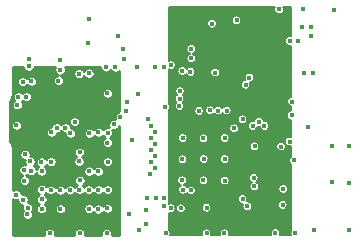
<source format=gbr>
%TF.GenerationSoftware,KiCad,Pcbnew,(5.1.6)-1*%
%TF.CreationDate,2020-08-10T23:20:37-07:00*%
%TF.ProjectId,Wire-Free-DAQ,57697265-2d46-4726-9565-2d4441512e6b,rev?*%
%TF.SameCoordinates,Original*%
%TF.FileFunction,Copper,L4,Inr*%
%TF.FilePolarity,Positive*%
%FSLAX46Y46*%
G04 Gerber Fmt 4.6, Leading zero omitted, Abs format (unit mm)*
G04 Created by KiCad (PCBNEW (5.1.6)-1) date 2020-08-10 23:20:37*
%MOMM*%
%LPD*%
G01*
G04 APERTURE LIST*
%TA.AperFunction,ViaPad*%
%ADD10C,0.450000*%
%TD*%
%TA.AperFunction,Conductor*%
%ADD11C,0.254000*%
%TD*%
%TA.AperFunction,Conductor*%
%ADD12C,0.127000*%
%TD*%
G04 APERTURE END LIST*
D10*
%TO.N,GND*%
X140066000Y-50919000D03*
X141666200Y-54398800D03*
X135468600Y-48683800D03*
X135468600Y-47896400D03*
X124394401Y-59863311D03*
X130007600Y-52417600D03*
X148829000Y-59199400D03*
X147355800Y-59174000D03*
X123560922Y-59829130D03*
X130414000Y-55592600D03*
X143250000Y-59750000D03*
X121716800Y-48768000D03*
X127584200Y-58242200D03*
X124206000Y-50571400D03*
X126796800Y-45339000D03*
X126796800Y-49936400D03*
X137210800Y-45745400D03*
X148818600Y-63246000D03*
X145872200Y-63246000D03*
X143060800Y-56151400D03*
X144170400Y-57327800D03*
X144526000Y-47244000D03*
X143205200Y-61087000D03*
X144272000Y-63500000D03*
X138277600Y-63500000D03*
X133299200Y-63500000D03*
X128375190Y-54991000D03*
X122809000Y-58242200D03*
X120650000Y-54356000D03*
X121310400Y-58140600D03*
X120726200Y-52628800D03*
X125207000Y-59834400D03*
X139304000Y-45458000D03*
X136764000Y-63492000D03*
X143985200Y-52341400D03*
X143959800Y-53509800D03*
X138303000Y-57200800D03*
X136525000Y-57200800D03*
X138303000Y-55422800D03*
X136499600Y-55448200D03*
X134747000Y-55422800D03*
X134721600Y-57226200D03*
X134696200Y-59004200D03*
X136499600Y-59004200D03*
X138303000Y-59029600D03*
X121716800Y-49352200D03*
X147559000Y-44619800D03*
X144855052Y-45997900D03*
X129271000Y-46778800D03*
%TO.N,/Deserializer/IDX*%
X140218400Y-61206000D03*
%TO.N,/Deserializer/VDD18_P0*%
X139812000Y-60596400D03*
X140828000Y-56126000D03*
%TO.N,/Deserializer/VDD18_FPD0*%
X140751800Y-58793000D03*
X136764000Y-61333000D03*
%TO.N,+3V3*%
X130896600Y-49420400D03*
X136129000Y-53128800D03*
X140802600Y-59529600D03*
X128369301Y-51652339D03*
X134706600Y-49763300D03*
X126036098Y-59021599D03*
X134579600Y-61383800D03*
X133121400Y-60477400D03*
X126009400Y-63474600D03*
X123469400Y-63474600D03*
X121332001Y-59033399D03*
X120827800Y-51943000D03*
X121386600Y-56819800D03*
X125966200Y-57416700D03*
X127594600Y-59809000D03*
X145603200Y-46016800D03*
X145603200Y-46804200D03*
X121588654Y-61904686D03*
%TO.N,/Deserializer/VDD18*%
X142595600Y-63474600D03*
X132065000Y-56456200D03*
%TO.N,/Deserializer/VDD11_D*%
X138465800Y-53103400D03*
%TO.N,/Deserializer/VDD11_DVP*%
X132369800Y-57980200D03*
%TO.N,+BATT*%
X140396200Y-50309400D03*
X124358400Y-48818800D03*
X124358400Y-49657000D03*
X145745200Y-49936400D03*
X145008600Y-49911000D03*
X143789400Y-47218600D03*
X142910804Y-44543600D03*
X144917400Y-44543600D03*
%TO.N,V_OUT*%
X148829000Y-56126000D03*
X147355800Y-56126000D03*
X143789400Y-55727600D03*
X145389600Y-54483000D03*
%TO.N,+1V8*%
X141945600Y-53840000D03*
X136814800Y-49892779D03*
X133843000Y-52062000D03*
X143750000Y-59000000D03*
X142875000Y-45974000D03*
X142875000Y-46761400D03*
X140899177Y-63521000D03*
X135051800Y-63474600D03*
%TO.N,/MCU/VDDUTMIC*%
X124089400Y-54551200D03*
%TO.N,/MCU/VDDPLL*%
X126009400Y-56616600D03*
%TO.N,+1V2*%
X128318500Y-52227100D03*
X124838700Y-50284000D03*
X121343800Y-55821200D03*
X126009400Y-58216800D03*
X125180680Y-60594641D03*
%TO.N,Net-(D1-Pad2)*%
X121513600Y-51943000D03*
%TO.N,/MCU/SWDIO*%
X127580214Y-61448078D03*
%TO.N,/MCU/SWDCLK*%
X128377769Y-59797651D03*
%TO.N,/MCU/DAT2*%
X128305800Y-63492000D03*
X133749999Y-49250000D03*
%TO.N,/MCU/DAT3*%
X133169900Y-49407700D03*
X128371600Y-61391800D03*
%TO.N,/MCU/DAT0*%
X127594600Y-54957600D03*
X129042400Y-49445800D03*
%TO.N,/MCU/CMD*%
X129918261Y-53110667D03*
X132369829Y-49395000D03*
%TO.N,/MCU/CLK*%
X129451359Y-53636718D03*
X126807200Y-61409200D03*
%TO.N,/MCU/DAT1*%
X128255000Y-49420402D03*
X126822200Y-55016400D03*
%TO.N,/Deserializer/OEN*%
X137068800Y-53078000D03*
%TO.N,/Deserializer/OSS_SEL*%
X137754600Y-53103400D03*
%TO.N,/Deserializer/I2C_SCL*%
X128382000Y-57421400D03*
X139100800Y-54602000D03*
%TO.N,/Deserializer/I2C_SDA*%
X128352689Y-55821601D03*
X139812000Y-53840000D03*
%TO.N,/Deserializer/LOCK*%
X140665200Y-54424200D03*
X128917721Y-54259100D03*
%TO.N,/Deserializer/GPIO0*%
X135443200Y-59859800D03*
X120635000Y-60215400D03*
%TO.N,/Deserializer/GPIO1*%
X134757400Y-59809000D03*
X121219200Y-60647200D03*
%TO.N,/Deserializer/GPIO2*%
X122819400Y-59783600D03*
X133730988Y-61366400D03*
%TO.N,/Deserializer/GPIO3*%
X133171237Y-61162114D03*
X122819400Y-60621800D03*
%TO.N,/Deserializer/ROUT3*%
X132496800Y-60494798D03*
X132014200Y-58462800D03*
%TO.N,/Deserializer/ROUT4*%
X131744684Y-60480990D03*
X132039600Y-57472200D03*
%TO.N,/Deserializer/ROUT5*%
X131597400Y-61493400D03*
X132369800Y-56964200D03*
%TO.N,/Deserializer/ROUT6*%
X131633212Y-62730000D03*
X132369800Y-55948200D03*
%TO.N,/Deserializer/ROUT7*%
X131074400Y-63209010D03*
X132065000Y-55440200D03*
%TO.N,/Deserializer/ROUT8*%
X130199562Y-61853674D03*
X132373115Y-54952352D03*
%TO.N,/Deserializer/ROUT9*%
X125994400Y-59834400D03*
X132065000Y-54449600D03*
%TO.N,/Deserializer/ROUT10*%
X131785600Y-53814600D03*
%TO.N,/Deserializer/ROUT11*%
X133258800Y-52773200D03*
%TO.N,/Deserializer/HSYNC*%
X134467600Y-52730400D03*
X122794000Y-61434600D03*
%TO.N,/Deserializer/VSYNC*%
X134478000Y-52087400D03*
X126781800Y-59817000D03*
%TO.N,/Deserializer/PCLK*%
X134503400Y-51452400D03*
X124394200Y-61434600D03*
%TO.N,Net-(D1-Pad4)*%
X121183400Y-50647600D03*
%TO.N,Net-(D1-Pad3)*%
X121920000Y-50622200D03*
%TO.N,/MCU/LED_B*%
X123596400Y-57429400D03*
%TO.N,/MCU/LED_G*%
X122785197Y-57453295D03*
%TO.N,/MCU/LED_R*%
X121818400Y-57404000D03*
%TO.N,Net-(C58-Pad2)*%
X123622600Y-54957600D03*
%TO.N,+5V*%
X137494800Y-49883400D03*
X129753600Y-48734600D03*
X129728200Y-47896400D03*
%TO.N,/MCU/D-*%
X124800600Y-54551198D03*
%TO.N,/MCU/D+*%
X125228810Y-55027876D03*
%TO.N,/MCU/VDDPLLUSB*%
X125600700Y-54043200D03*
X126807200Y-58234200D03*
%TO.N,Net-(R28-Pad1)*%
X135392400Y-49826800D03*
%TO.N,/MCU/CHR_STAT*%
X141183600Y-54043200D03*
X130972800Y-51731800D03*
%TO.N,/MCU/VBUS_DET*%
X121905000Y-58208800D03*
X125969000Y-49979200D03*
%TO.N,/MCU/IR_OUT*%
X121610479Y-61328087D03*
X126731000Y-47388400D03*
%TD*%
D11*
%TO.N,+1V2*%
G36*
X121237800Y-49399377D02*
G01*
X121256207Y-49491919D01*
X121292315Y-49579092D01*
X121344736Y-49657545D01*
X121411455Y-49724264D01*
X121489908Y-49776685D01*
X121577081Y-49812793D01*
X121669623Y-49831200D01*
X121763977Y-49831200D01*
X121856519Y-49812793D01*
X121943692Y-49776685D01*
X122022145Y-49724264D01*
X122088864Y-49657545D01*
X122141285Y-49579092D01*
X122177393Y-49491919D01*
X122195800Y-49399377D01*
X122195800Y-49377000D01*
X123969401Y-49377000D01*
X123933915Y-49430108D01*
X123897807Y-49517281D01*
X123879400Y-49609823D01*
X123879400Y-49704177D01*
X123897807Y-49796719D01*
X123933915Y-49883892D01*
X123986336Y-49962345D01*
X124053055Y-50029064D01*
X124131508Y-50081485D01*
X124158172Y-50092529D01*
X124066281Y-50110807D01*
X123979108Y-50146915D01*
X123900655Y-50199336D01*
X123833936Y-50266055D01*
X123781515Y-50344508D01*
X123745407Y-50431681D01*
X123727000Y-50524223D01*
X123727000Y-50618577D01*
X123745407Y-50711119D01*
X123781515Y-50798292D01*
X123833936Y-50876745D01*
X123900655Y-50943464D01*
X123979108Y-50995885D01*
X124066281Y-51031993D01*
X124158823Y-51050400D01*
X124253177Y-51050400D01*
X124345719Y-51031993D01*
X124432892Y-50995885D01*
X124511345Y-50943464D01*
X124578064Y-50876745D01*
X124630485Y-50798292D01*
X124666593Y-50711119D01*
X124685000Y-50618577D01*
X124685000Y-50524223D01*
X124666593Y-50431681D01*
X124630485Y-50344508D01*
X124578064Y-50266055D01*
X124511345Y-50199336D01*
X124432892Y-50146915D01*
X124406228Y-50135871D01*
X124498119Y-50117593D01*
X124585292Y-50081485D01*
X124663745Y-50029064D01*
X124730464Y-49962345D01*
X124750724Y-49932023D01*
X125490000Y-49932023D01*
X125490000Y-50026377D01*
X125508407Y-50118919D01*
X125544515Y-50206092D01*
X125596936Y-50284545D01*
X125663655Y-50351264D01*
X125742108Y-50403685D01*
X125829281Y-50439793D01*
X125921823Y-50458200D01*
X126016177Y-50458200D01*
X126108719Y-50439793D01*
X126195892Y-50403685D01*
X126274345Y-50351264D01*
X126341064Y-50284545D01*
X126393485Y-50206092D01*
X126396328Y-50199229D01*
X126424736Y-50241745D01*
X126491455Y-50308464D01*
X126569908Y-50360885D01*
X126657081Y-50396993D01*
X126749623Y-50415400D01*
X126843977Y-50415400D01*
X126936519Y-50396993D01*
X127023692Y-50360885D01*
X127102145Y-50308464D01*
X127168864Y-50241745D01*
X127221285Y-50163292D01*
X127257393Y-50076119D01*
X127275800Y-49983577D01*
X127275800Y-49889223D01*
X127257393Y-49796681D01*
X127221285Y-49709508D01*
X127168864Y-49631055D01*
X127102145Y-49564336D01*
X127023692Y-49511915D01*
X126936519Y-49475807D01*
X126843977Y-49457400D01*
X126749623Y-49457400D01*
X126657081Y-49475807D01*
X126569908Y-49511915D01*
X126491455Y-49564336D01*
X126424736Y-49631055D01*
X126372315Y-49709508D01*
X126369472Y-49716371D01*
X126341064Y-49673855D01*
X126274345Y-49607136D01*
X126195892Y-49554715D01*
X126108719Y-49518607D01*
X126016177Y-49500200D01*
X125921823Y-49500200D01*
X125829281Y-49518607D01*
X125742108Y-49554715D01*
X125663655Y-49607136D01*
X125596936Y-49673855D01*
X125544515Y-49752308D01*
X125508407Y-49839481D01*
X125490000Y-49932023D01*
X124750724Y-49932023D01*
X124782885Y-49883892D01*
X124818993Y-49796719D01*
X124837400Y-49704177D01*
X124837400Y-49609823D01*
X124818993Y-49517281D01*
X124782885Y-49430108D01*
X124747399Y-49377000D01*
X127776000Y-49377000D01*
X127776000Y-49467579D01*
X127794407Y-49560121D01*
X127830515Y-49647294D01*
X127882936Y-49725747D01*
X127949655Y-49792466D01*
X128028108Y-49844887D01*
X128115281Y-49880995D01*
X128207823Y-49899402D01*
X128302177Y-49899402D01*
X128394719Y-49880995D01*
X128481892Y-49844887D01*
X128560345Y-49792466D01*
X128627064Y-49725747D01*
X128640215Y-49706066D01*
X128670336Y-49751145D01*
X128737055Y-49817864D01*
X128815508Y-49870285D01*
X128902681Y-49906393D01*
X128995223Y-49924800D01*
X129089577Y-49924800D01*
X129182119Y-49906393D01*
X129269292Y-49870285D01*
X129347745Y-49817864D01*
X129373000Y-49792609D01*
X129373000Y-53163920D01*
X129311640Y-53176125D01*
X129224467Y-53212233D01*
X129146014Y-53264654D01*
X129079295Y-53331373D01*
X129026874Y-53409826D01*
X128990766Y-53496999D01*
X128972359Y-53589541D01*
X128972359Y-53683895D01*
X128990766Y-53776437D01*
X128994742Y-53786036D01*
X128964898Y-53780100D01*
X128870544Y-53780100D01*
X128778002Y-53798507D01*
X128690829Y-53834615D01*
X128612376Y-53887036D01*
X128545657Y-53953755D01*
X128493236Y-54032208D01*
X128457128Y-54119381D01*
X128438721Y-54211923D01*
X128438721Y-54306277D01*
X128457128Y-54398819D01*
X128493236Y-54485992D01*
X128525977Y-54534991D01*
X128514909Y-54530407D01*
X128422367Y-54512000D01*
X128328013Y-54512000D01*
X128235471Y-54530407D01*
X128148298Y-54566515D01*
X128069845Y-54618936D01*
X128003126Y-54685655D01*
X127996054Y-54696239D01*
X127966664Y-54652255D01*
X127899945Y-54585536D01*
X127821492Y-54533115D01*
X127734319Y-54497007D01*
X127641777Y-54478600D01*
X127547423Y-54478600D01*
X127454881Y-54497007D01*
X127367708Y-54533115D01*
X127289255Y-54585536D01*
X127222536Y-54652255D01*
X127187660Y-54704451D01*
X127127545Y-54644336D01*
X127049092Y-54591915D01*
X126961919Y-54555807D01*
X126869377Y-54537400D01*
X126775023Y-54537400D01*
X126682481Y-54555807D01*
X126595308Y-54591915D01*
X126516855Y-54644336D01*
X126450136Y-54711055D01*
X126397715Y-54789508D01*
X126361607Y-54876681D01*
X126343200Y-54969223D01*
X126343200Y-55063577D01*
X126361607Y-55156119D01*
X126397715Y-55243292D01*
X126450136Y-55321745D01*
X126516855Y-55388464D01*
X126595308Y-55440885D01*
X126682481Y-55476993D01*
X126775023Y-55495400D01*
X126869377Y-55495400D01*
X126961919Y-55476993D01*
X127049092Y-55440885D01*
X127127545Y-55388464D01*
X127194264Y-55321745D01*
X127229140Y-55269549D01*
X127289255Y-55329664D01*
X127367708Y-55382085D01*
X127454881Y-55418193D01*
X127547423Y-55436600D01*
X127641777Y-55436600D01*
X127734319Y-55418193D01*
X127821492Y-55382085D01*
X127899945Y-55329664D01*
X127966664Y-55262945D01*
X127973736Y-55252361D01*
X128003126Y-55296345D01*
X128069845Y-55363064D01*
X128123302Y-55398783D01*
X128047344Y-55449537D01*
X127980625Y-55516256D01*
X127928204Y-55594709D01*
X127892096Y-55681882D01*
X127873689Y-55774424D01*
X127873689Y-55868778D01*
X127892096Y-55961320D01*
X127928204Y-56048493D01*
X127980625Y-56126946D01*
X128047344Y-56193665D01*
X128125797Y-56246086D01*
X128212970Y-56282194D01*
X128305512Y-56300601D01*
X128399866Y-56300601D01*
X128492408Y-56282194D01*
X128579581Y-56246086D01*
X128658034Y-56193665D01*
X128724753Y-56126946D01*
X128777174Y-56048493D01*
X128813282Y-55961320D01*
X128831689Y-55868778D01*
X128831689Y-55774424D01*
X128813282Y-55681882D01*
X128777174Y-55594709D01*
X128724753Y-55516256D01*
X128658034Y-55449537D01*
X128604577Y-55413818D01*
X128680535Y-55363064D01*
X128747254Y-55296345D01*
X128799675Y-55217892D01*
X128835783Y-55130719D01*
X128854190Y-55038177D01*
X128854190Y-54943823D01*
X128835783Y-54851281D01*
X128799675Y-54764108D01*
X128766934Y-54715109D01*
X128778002Y-54719693D01*
X128870544Y-54738100D01*
X128964898Y-54738100D01*
X129057440Y-54719693D01*
X129144613Y-54683585D01*
X129223066Y-54631164D01*
X129289785Y-54564445D01*
X129342206Y-54485992D01*
X129373000Y-54411648D01*
X129373000Y-63619000D01*
X128768923Y-63619000D01*
X128784800Y-63539177D01*
X128784800Y-63444823D01*
X128766393Y-63352281D01*
X128730285Y-63265108D01*
X128677864Y-63186655D01*
X128611145Y-63119936D01*
X128532692Y-63067515D01*
X128445519Y-63031407D01*
X128352977Y-63013000D01*
X128258623Y-63013000D01*
X128166081Y-63031407D01*
X128078908Y-63067515D01*
X128000455Y-63119936D01*
X127933736Y-63186655D01*
X127881315Y-63265108D01*
X127845207Y-63352281D01*
X127826800Y-63444823D01*
X127826800Y-63539177D01*
X127842677Y-63619000D01*
X126468054Y-63619000D01*
X126469993Y-63614319D01*
X126488400Y-63521777D01*
X126488400Y-63427423D01*
X126469993Y-63334881D01*
X126433885Y-63247708D01*
X126381464Y-63169255D01*
X126314745Y-63102536D01*
X126236292Y-63050115D01*
X126149119Y-63014007D01*
X126056577Y-62995600D01*
X125962223Y-62995600D01*
X125869681Y-63014007D01*
X125782508Y-63050115D01*
X125704055Y-63102536D01*
X125637336Y-63169255D01*
X125584915Y-63247708D01*
X125548807Y-63334881D01*
X125530400Y-63427423D01*
X125530400Y-63521777D01*
X125548807Y-63614319D01*
X125550746Y-63619000D01*
X123928054Y-63619000D01*
X123929993Y-63614319D01*
X123948400Y-63521777D01*
X123948400Y-63427423D01*
X123929993Y-63334881D01*
X123893885Y-63247708D01*
X123841464Y-63169255D01*
X123774745Y-63102536D01*
X123696292Y-63050115D01*
X123609119Y-63014007D01*
X123516577Y-62995600D01*
X123422223Y-62995600D01*
X123329681Y-63014007D01*
X123242508Y-63050115D01*
X123164055Y-63102536D01*
X123097336Y-63169255D01*
X123044915Y-63247708D01*
X123008807Y-63334881D01*
X122990400Y-63427423D01*
X122990400Y-63521777D01*
X123008807Y-63614319D01*
X123010746Y-63619000D01*
X120381000Y-63619000D01*
X120381000Y-60621772D01*
X120408108Y-60639885D01*
X120495281Y-60675993D01*
X120587823Y-60694400D01*
X120682177Y-60694400D01*
X120740200Y-60682859D01*
X120740200Y-60694377D01*
X120758607Y-60786919D01*
X120794715Y-60874092D01*
X120847136Y-60952545D01*
X120913855Y-61019264D01*
X120992308Y-61071685D01*
X121079481Y-61107793D01*
X121172023Y-61126200D01*
X121175637Y-61126200D01*
X121149886Y-61188368D01*
X121131479Y-61280910D01*
X121131479Y-61375264D01*
X121149886Y-61467806D01*
X121185994Y-61554979D01*
X121216113Y-61600055D01*
X121164169Y-61677794D01*
X121128061Y-61764967D01*
X121109654Y-61857509D01*
X121109654Y-61951863D01*
X121128061Y-62044405D01*
X121164169Y-62131578D01*
X121216590Y-62210031D01*
X121283309Y-62276750D01*
X121361762Y-62329171D01*
X121448935Y-62365279D01*
X121541477Y-62383686D01*
X121635831Y-62383686D01*
X121728373Y-62365279D01*
X121815546Y-62329171D01*
X121893999Y-62276750D01*
X121960718Y-62210031D01*
X122013139Y-62131578D01*
X122049247Y-62044405D01*
X122067654Y-61951863D01*
X122067654Y-61857509D01*
X122049247Y-61764967D01*
X122013139Y-61677794D01*
X121983020Y-61632718D01*
X122034964Y-61554979D01*
X122071072Y-61467806D01*
X122087060Y-61387423D01*
X122315000Y-61387423D01*
X122315000Y-61481777D01*
X122333407Y-61574319D01*
X122369515Y-61661492D01*
X122421936Y-61739945D01*
X122488655Y-61806664D01*
X122567108Y-61859085D01*
X122654281Y-61895193D01*
X122746823Y-61913600D01*
X122841177Y-61913600D01*
X122933719Y-61895193D01*
X123020892Y-61859085D01*
X123099345Y-61806664D01*
X123166064Y-61739945D01*
X123218485Y-61661492D01*
X123254593Y-61574319D01*
X123273000Y-61481777D01*
X123273000Y-61387423D01*
X123915200Y-61387423D01*
X123915200Y-61481777D01*
X123933607Y-61574319D01*
X123969715Y-61661492D01*
X124022136Y-61739945D01*
X124088855Y-61806664D01*
X124167308Y-61859085D01*
X124254481Y-61895193D01*
X124347023Y-61913600D01*
X124441377Y-61913600D01*
X124533919Y-61895193D01*
X124621092Y-61859085D01*
X124699545Y-61806664D01*
X124766264Y-61739945D01*
X124818685Y-61661492D01*
X124854793Y-61574319D01*
X124873200Y-61481777D01*
X124873200Y-61387423D01*
X124868148Y-61362023D01*
X126328200Y-61362023D01*
X126328200Y-61456377D01*
X126346607Y-61548919D01*
X126382715Y-61636092D01*
X126435136Y-61714545D01*
X126501855Y-61781264D01*
X126580308Y-61833685D01*
X126667481Y-61869793D01*
X126760023Y-61888200D01*
X126854377Y-61888200D01*
X126946919Y-61869793D01*
X127034092Y-61833685D01*
X127112545Y-61781264D01*
X127179264Y-61714545D01*
X127180718Y-61712369D01*
X127208150Y-61753423D01*
X127274869Y-61820142D01*
X127353322Y-61872563D01*
X127440495Y-61908671D01*
X127533037Y-61927078D01*
X127627391Y-61927078D01*
X127719933Y-61908671D01*
X127807106Y-61872563D01*
X127885559Y-61820142D01*
X127952278Y-61753423D01*
X127994709Y-61689921D01*
X127999536Y-61697145D01*
X128066255Y-61763864D01*
X128144708Y-61816285D01*
X128231881Y-61852393D01*
X128324423Y-61870800D01*
X128418777Y-61870800D01*
X128511319Y-61852393D01*
X128598492Y-61816285D01*
X128676945Y-61763864D01*
X128743664Y-61697145D01*
X128796085Y-61618692D01*
X128832193Y-61531519D01*
X128850600Y-61438977D01*
X128850600Y-61344623D01*
X128832193Y-61252081D01*
X128796085Y-61164908D01*
X128743664Y-61086455D01*
X128676945Y-61019736D01*
X128598492Y-60967315D01*
X128511319Y-60931207D01*
X128418777Y-60912800D01*
X128324423Y-60912800D01*
X128231881Y-60931207D01*
X128144708Y-60967315D01*
X128066255Y-61019736D01*
X127999536Y-61086455D01*
X127957105Y-61149957D01*
X127952278Y-61142733D01*
X127885559Y-61076014D01*
X127807106Y-61023593D01*
X127719933Y-60987485D01*
X127627391Y-60969078D01*
X127533037Y-60969078D01*
X127440495Y-60987485D01*
X127353322Y-61023593D01*
X127274869Y-61076014D01*
X127208150Y-61142733D01*
X127206696Y-61144909D01*
X127179264Y-61103855D01*
X127112545Y-61037136D01*
X127034092Y-60984715D01*
X126946919Y-60948607D01*
X126854377Y-60930200D01*
X126760023Y-60930200D01*
X126667481Y-60948607D01*
X126580308Y-60984715D01*
X126501855Y-61037136D01*
X126435136Y-61103855D01*
X126382715Y-61182308D01*
X126346607Y-61269481D01*
X126328200Y-61362023D01*
X124868148Y-61362023D01*
X124854793Y-61294881D01*
X124818685Y-61207708D01*
X124766264Y-61129255D01*
X124699545Y-61062536D01*
X124621092Y-61010115D01*
X124533919Y-60974007D01*
X124441377Y-60955600D01*
X124347023Y-60955600D01*
X124254481Y-60974007D01*
X124167308Y-61010115D01*
X124088855Y-61062536D01*
X124022136Y-61129255D01*
X123969715Y-61207708D01*
X123933607Y-61294881D01*
X123915200Y-61387423D01*
X123273000Y-61387423D01*
X123254593Y-61294881D01*
X123218485Y-61207708D01*
X123166064Y-61129255D01*
X123099345Y-61062536D01*
X123060658Y-61036686D01*
X123124745Y-60993864D01*
X123191464Y-60927145D01*
X123243885Y-60848692D01*
X123279993Y-60761519D01*
X123298400Y-60668977D01*
X123298400Y-60574623D01*
X123279993Y-60482081D01*
X123243885Y-60394908D01*
X123191464Y-60316455D01*
X123124745Y-60249736D01*
X123054351Y-60202700D01*
X123124745Y-60155664D01*
X123171665Y-60108744D01*
X123188858Y-60134475D01*
X123255577Y-60201194D01*
X123334030Y-60253615D01*
X123421203Y-60289723D01*
X123513745Y-60308130D01*
X123608099Y-60308130D01*
X123700641Y-60289723D01*
X123787814Y-60253615D01*
X123866267Y-60201194D01*
X123932986Y-60134475D01*
X123967104Y-60083414D01*
X123969916Y-60090203D01*
X124022337Y-60168656D01*
X124089056Y-60235375D01*
X124167509Y-60287796D01*
X124254682Y-60323904D01*
X124347224Y-60342311D01*
X124441578Y-60342311D01*
X124534120Y-60323904D01*
X124621293Y-60287796D01*
X124699746Y-60235375D01*
X124766465Y-60168656D01*
X124810359Y-60102964D01*
X124834936Y-60139745D01*
X124901655Y-60206464D01*
X124980108Y-60258885D01*
X125067281Y-60294993D01*
X125159823Y-60313400D01*
X125254177Y-60313400D01*
X125346719Y-60294993D01*
X125433892Y-60258885D01*
X125512345Y-60206464D01*
X125579064Y-60139745D01*
X125600700Y-60107365D01*
X125622336Y-60139745D01*
X125689055Y-60206464D01*
X125767508Y-60258885D01*
X125854681Y-60294993D01*
X125947223Y-60313400D01*
X126041577Y-60313400D01*
X126134119Y-60294993D01*
X126221292Y-60258885D01*
X126299745Y-60206464D01*
X126366464Y-60139745D01*
X126393913Y-60098665D01*
X126409736Y-60122345D01*
X126476455Y-60189064D01*
X126554908Y-60241485D01*
X126642081Y-60277593D01*
X126734623Y-60296000D01*
X126828977Y-60296000D01*
X126921519Y-60277593D01*
X127008692Y-60241485D01*
X127087145Y-60189064D01*
X127153864Y-60122345D01*
X127190873Y-60066958D01*
X127222536Y-60114345D01*
X127289255Y-60181064D01*
X127367708Y-60233485D01*
X127454881Y-60269593D01*
X127547423Y-60288000D01*
X127641777Y-60288000D01*
X127734319Y-60269593D01*
X127821492Y-60233485D01*
X127899945Y-60181064D01*
X127966664Y-60114345D01*
X127989976Y-60079456D01*
X128005705Y-60102996D01*
X128072424Y-60169715D01*
X128150877Y-60222136D01*
X128238050Y-60258244D01*
X128330592Y-60276651D01*
X128424946Y-60276651D01*
X128517488Y-60258244D01*
X128604661Y-60222136D01*
X128683114Y-60169715D01*
X128749833Y-60102996D01*
X128802254Y-60024543D01*
X128838362Y-59937370D01*
X128856769Y-59844828D01*
X128856769Y-59750474D01*
X128838362Y-59657932D01*
X128802254Y-59570759D01*
X128749833Y-59492306D01*
X128683114Y-59425587D01*
X128604661Y-59373166D01*
X128517488Y-59337058D01*
X128424946Y-59318651D01*
X128330592Y-59318651D01*
X128238050Y-59337058D01*
X128150877Y-59373166D01*
X128072424Y-59425587D01*
X128005705Y-59492306D01*
X127982393Y-59527195D01*
X127966664Y-59503655D01*
X127899945Y-59436936D01*
X127821492Y-59384515D01*
X127734319Y-59348407D01*
X127641777Y-59330000D01*
X127547423Y-59330000D01*
X127454881Y-59348407D01*
X127367708Y-59384515D01*
X127289255Y-59436936D01*
X127222536Y-59503655D01*
X127185527Y-59559042D01*
X127153864Y-59511655D01*
X127087145Y-59444936D01*
X127008692Y-59392515D01*
X126921519Y-59356407D01*
X126828977Y-59338000D01*
X126734623Y-59338000D01*
X126642081Y-59356407D01*
X126554908Y-59392515D01*
X126476455Y-59444936D01*
X126409736Y-59511655D01*
X126382287Y-59552735D01*
X126366464Y-59529055D01*
X126299745Y-59462336D01*
X126269206Y-59441930D01*
X126341443Y-59393663D01*
X126408162Y-59326944D01*
X126460583Y-59248491D01*
X126496691Y-59161318D01*
X126515098Y-59068776D01*
X126515098Y-58974422D01*
X126496691Y-58881880D01*
X126460583Y-58794707D01*
X126408162Y-58716254D01*
X126341443Y-58649535D01*
X126262990Y-58597114D01*
X126175817Y-58561006D01*
X126083275Y-58542599D01*
X125988921Y-58542599D01*
X125896379Y-58561006D01*
X125809206Y-58597114D01*
X125730753Y-58649535D01*
X125664034Y-58716254D01*
X125611613Y-58794707D01*
X125575505Y-58881880D01*
X125557098Y-58974422D01*
X125557098Y-59068776D01*
X125575505Y-59161318D01*
X125611613Y-59248491D01*
X125664034Y-59326944D01*
X125730753Y-59393663D01*
X125761292Y-59414069D01*
X125689055Y-59462336D01*
X125622336Y-59529055D01*
X125600700Y-59561435D01*
X125579064Y-59529055D01*
X125512345Y-59462336D01*
X125433892Y-59409915D01*
X125346719Y-59373807D01*
X125254177Y-59355400D01*
X125159823Y-59355400D01*
X125067281Y-59373807D01*
X124980108Y-59409915D01*
X124901655Y-59462336D01*
X124834936Y-59529055D01*
X124791042Y-59594747D01*
X124766465Y-59557966D01*
X124699746Y-59491247D01*
X124621293Y-59438826D01*
X124534120Y-59402718D01*
X124441578Y-59384311D01*
X124347224Y-59384311D01*
X124254682Y-59402718D01*
X124167509Y-59438826D01*
X124089056Y-59491247D01*
X124022337Y-59557966D01*
X123988219Y-59609027D01*
X123985407Y-59602238D01*
X123932986Y-59523785D01*
X123866267Y-59457066D01*
X123787814Y-59404645D01*
X123700641Y-59368537D01*
X123608099Y-59350130D01*
X123513745Y-59350130D01*
X123421203Y-59368537D01*
X123334030Y-59404645D01*
X123255577Y-59457066D01*
X123208657Y-59503986D01*
X123191464Y-59478255D01*
X123124745Y-59411536D01*
X123046292Y-59359115D01*
X122959119Y-59323007D01*
X122866577Y-59304600D01*
X122772223Y-59304600D01*
X122679681Y-59323007D01*
X122592508Y-59359115D01*
X122514055Y-59411536D01*
X122447336Y-59478255D01*
X122394915Y-59556708D01*
X122358807Y-59643881D01*
X122340400Y-59736423D01*
X122340400Y-59830777D01*
X122358807Y-59923319D01*
X122394915Y-60010492D01*
X122447336Y-60088945D01*
X122514055Y-60155664D01*
X122584449Y-60202700D01*
X122514055Y-60249736D01*
X122447336Y-60316455D01*
X122394915Y-60394908D01*
X122358807Y-60482081D01*
X122340400Y-60574623D01*
X122340400Y-60668977D01*
X122358807Y-60761519D01*
X122394915Y-60848692D01*
X122447336Y-60927145D01*
X122514055Y-60993864D01*
X122552742Y-61019714D01*
X122488655Y-61062536D01*
X122421936Y-61129255D01*
X122369515Y-61207708D01*
X122333407Y-61294881D01*
X122315000Y-61387423D01*
X122087060Y-61387423D01*
X122089479Y-61375264D01*
X122089479Y-61280910D01*
X122071072Y-61188368D01*
X122034964Y-61101195D01*
X121982543Y-61022742D01*
X121915824Y-60956023D01*
X121837371Y-60903602D01*
X121750198Y-60867494D01*
X121657656Y-60849087D01*
X121654042Y-60849087D01*
X121679793Y-60786919D01*
X121698200Y-60694377D01*
X121698200Y-60600023D01*
X121679793Y-60507481D01*
X121643685Y-60420308D01*
X121591264Y-60341855D01*
X121524545Y-60275136D01*
X121446092Y-60222715D01*
X121358919Y-60186607D01*
X121266377Y-60168200D01*
X121172023Y-60168200D01*
X121114000Y-60179741D01*
X121114000Y-60168223D01*
X121095593Y-60075681D01*
X121059485Y-59988508D01*
X121007064Y-59910055D01*
X120940345Y-59843336D01*
X120861892Y-59790915D01*
X120774719Y-59754807D01*
X120682177Y-59736400D01*
X120587823Y-59736400D01*
X120495281Y-59754807D01*
X120408108Y-59790915D01*
X120381000Y-59809028D01*
X120381000Y-58093423D01*
X120831400Y-58093423D01*
X120831400Y-58187777D01*
X120849807Y-58280319D01*
X120885915Y-58367492D01*
X120938336Y-58445945D01*
X121005055Y-58512664D01*
X121083508Y-58565085D01*
X121147215Y-58591473D01*
X121105109Y-58608914D01*
X121026656Y-58661335D01*
X120959937Y-58728054D01*
X120907516Y-58806507D01*
X120871408Y-58893680D01*
X120853001Y-58986222D01*
X120853001Y-59080576D01*
X120871408Y-59173118D01*
X120907516Y-59260291D01*
X120959937Y-59338744D01*
X121026656Y-59405463D01*
X121105109Y-59457884D01*
X121192282Y-59493992D01*
X121284824Y-59512399D01*
X121379178Y-59512399D01*
X121471720Y-59493992D01*
X121558893Y-59457884D01*
X121637346Y-59405463D01*
X121704065Y-59338744D01*
X121756486Y-59260291D01*
X121792594Y-59173118D01*
X121811001Y-59080576D01*
X121811001Y-58986222D01*
X121792594Y-58893680D01*
X121756486Y-58806507D01*
X121704065Y-58728054D01*
X121637346Y-58661335D01*
X121558893Y-58608914D01*
X121495186Y-58582526D01*
X121537292Y-58565085D01*
X121565217Y-58546426D01*
X121599655Y-58580864D01*
X121678108Y-58633285D01*
X121765281Y-58669393D01*
X121857823Y-58687800D01*
X121952177Y-58687800D01*
X122044719Y-58669393D01*
X122131892Y-58633285D01*
X122210345Y-58580864D01*
X122277064Y-58514145D01*
X122329485Y-58435692D01*
X122350083Y-58385964D01*
X122384515Y-58469092D01*
X122436936Y-58547545D01*
X122503655Y-58614264D01*
X122582108Y-58666685D01*
X122669281Y-58702793D01*
X122761823Y-58721200D01*
X122856177Y-58721200D01*
X122948719Y-58702793D01*
X123035892Y-58666685D01*
X123114345Y-58614264D01*
X123181064Y-58547545D01*
X123233485Y-58469092D01*
X123269593Y-58381919D01*
X123288000Y-58289377D01*
X123288000Y-58195023D01*
X123286409Y-58187023D01*
X126328200Y-58187023D01*
X126328200Y-58281377D01*
X126346607Y-58373919D01*
X126382715Y-58461092D01*
X126435136Y-58539545D01*
X126501855Y-58606264D01*
X126580308Y-58658685D01*
X126667481Y-58694793D01*
X126760023Y-58713200D01*
X126854377Y-58713200D01*
X126946919Y-58694793D01*
X127034092Y-58658685D01*
X127112545Y-58606264D01*
X127179264Y-58539545D01*
X127193027Y-58518947D01*
X127212136Y-58547545D01*
X127278855Y-58614264D01*
X127357308Y-58666685D01*
X127444481Y-58702793D01*
X127537023Y-58721200D01*
X127631377Y-58721200D01*
X127723919Y-58702793D01*
X127811092Y-58666685D01*
X127889545Y-58614264D01*
X127956264Y-58547545D01*
X128008685Y-58469092D01*
X128044793Y-58381919D01*
X128063200Y-58289377D01*
X128063200Y-58195023D01*
X128044793Y-58102481D01*
X128008685Y-58015308D01*
X127956264Y-57936855D01*
X127889545Y-57870136D01*
X127811092Y-57817715D01*
X127723919Y-57781607D01*
X127631377Y-57763200D01*
X127537023Y-57763200D01*
X127444481Y-57781607D01*
X127357308Y-57817715D01*
X127278855Y-57870136D01*
X127212136Y-57936855D01*
X127198373Y-57957453D01*
X127179264Y-57928855D01*
X127112545Y-57862136D01*
X127034092Y-57809715D01*
X126946919Y-57773607D01*
X126854377Y-57755200D01*
X126760023Y-57755200D01*
X126667481Y-57773607D01*
X126580308Y-57809715D01*
X126501855Y-57862136D01*
X126435136Y-57928855D01*
X126382715Y-58007308D01*
X126346607Y-58094481D01*
X126328200Y-58187023D01*
X123286409Y-58187023D01*
X123269593Y-58102481D01*
X123233485Y-58015308D01*
X123181064Y-57936855D01*
X123114345Y-57870136D01*
X123068937Y-57839795D01*
X123090542Y-57825359D01*
X123157261Y-57758640D01*
X123198782Y-57696500D01*
X123224336Y-57734745D01*
X123291055Y-57801464D01*
X123369508Y-57853885D01*
X123456681Y-57889993D01*
X123549223Y-57908400D01*
X123643577Y-57908400D01*
X123736119Y-57889993D01*
X123823292Y-57853885D01*
X123901745Y-57801464D01*
X123968464Y-57734745D01*
X124020885Y-57656292D01*
X124056993Y-57569119D01*
X124075400Y-57476577D01*
X124075400Y-57382223D01*
X124072874Y-57369523D01*
X125487200Y-57369523D01*
X125487200Y-57463877D01*
X125505607Y-57556419D01*
X125541715Y-57643592D01*
X125594136Y-57722045D01*
X125660855Y-57788764D01*
X125739308Y-57841185D01*
X125826481Y-57877293D01*
X125919023Y-57895700D01*
X126013377Y-57895700D01*
X126105919Y-57877293D01*
X126193092Y-57841185D01*
X126271545Y-57788764D01*
X126338264Y-57722045D01*
X126390685Y-57643592D01*
X126426793Y-57556419D01*
X126445200Y-57463877D01*
X126445200Y-57374223D01*
X127903000Y-57374223D01*
X127903000Y-57468577D01*
X127921407Y-57561119D01*
X127957515Y-57648292D01*
X128009936Y-57726745D01*
X128076655Y-57793464D01*
X128155108Y-57845885D01*
X128242281Y-57881993D01*
X128334823Y-57900400D01*
X128429177Y-57900400D01*
X128521719Y-57881993D01*
X128608892Y-57845885D01*
X128687345Y-57793464D01*
X128754064Y-57726745D01*
X128806485Y-57648292D01*
X128842593Y-57561119D01*
X128861000Y-57468577D01*
X128861000Y-57374223D01*
X128842593Y-57281681D01*
X128806485Y-57194508D01*
X128754064Y-57116055D01*
X128687345Y-57049336D01*
X128608892Y-56996915D01*
X128521719Y-56960807D01*
X128429177Y-56942400D01*
X128334823Y-56942400D01*
X128242281Y-56960807D01*
X128155108Y-56996915D01*
X128076655Y-57049336D01*
X128009936Y-57116055D01*
X127957515Y-57194508D01*
X127921407Y-57281681D01*
X127903000Y-57374223D01*
X126445200Y-57374223D01*
X126445200Y-57369523D01*
X126426793Y-57276981D01*
X126390685Y-57189808D01*
X126338264Y-57111355D01*
X126271545Y-57044636D01*
X126251261Y-57031083D01*
X126314745Y-56988664D01*
X126381464Y-56921945D01*
X126433885Y-56843492D01*
X126469993Y-56756319D01*
X126488400Y-56663777D01*
X126488400Y-56569423D01*
X126469993Y-56476881D01*
X126433885Y-56389708D01*
X126381464Y-56311255D01*
X126314745Y-56244536D01*
X126236292Y-56192115D01*
X126149119Y-56156007D01*
X126056577Y-56137600D01*
X125962223Y-56137600D01*
X125869681Y-56156007D01*
X125782508Y-56192115D01*
X125704055Y-56244536D01*
X125637336Y-56311255D01*
X125584915Y-56389708D01*
X125548807Y-56476881D01*
X125530400Y-56569423D01*
X125530400Y-56663777D01*
X125548807Y-56756319D01*
X125584915Y-56843492D01*
X125637336Y-56921945D01*
X125704055Y-56988664D01*
X125724339Y-57002217D01*
X125660855Y-57044636D01*
X125594136Y-57111355D01*
X125541715Y-57189808D01*
X125505607Y-57276981D01*
X125487200Y-57369523D01*
X124072874Y-57369523D01*
X124056993Y-57289681D01*
X124020885Y-57202508D01*
X123968464Y-57124055D01*
X123901745Y-57057336D01*
X123823292Y-57004915D01*
X123736119Y-56968807D01*
X123643577Y-56950400D01*
X123549223Y-56950400D01*
X123456681Y-56968807D01*
X123369508Y-57004915D01*
X123291055Y-57057336D01*
X123224336Y-57124055D01*
X123182815Y-57186195D01*
X123157261Y-57147950D01*
X123090542Y-57081231D01*
X123012089Y-57028810D01*
X122924916Y-56992702D01*
X122832374Y-56974295D01*
X122738020Y-56974295D01*
X122645478Y-56992702D01*
X122558305Y-57028810D01*
X122479852Y-57081231D01*
X122413133Y-57147950D01*
X122360712Y-57226403D01*
X122324604Y-57313576D01*
X122306197Y-57406118D01*
X122306197Y-57500472D01*
X122324604Y-57593014D01*
X122360712Y-57680187D01*
X122413133Y-57758640D01*
X122479852Y-57825359D01*
X122525260Y-57855700D01*
X122503655Y-57870136D01*
X122436936Y-57936855D01*
X122384515Y-58015308D01*
X122363917Y-58065036D01*
X122329485Y-57981908D01*
X122277064Y-57903455D01*
X122210345Y-57836736D01*
X122131892Y-57784315D01*
X122119240Y-57779074D01*
X122123745Y-57776064D01*
X122190464Y-57709345D01*
X122242885Y-57630892D01*
X122278993Y-57543719D01*
X122297400Y-57451177D01*
X122297400Y-57356823D01*
X122278993Y-57264281D01*
X122242885Y-57177108D01*
X122190464Y-57098655D01*
X122123745Y-57031936D01*
X122045292Y-56979515D01*
X121958119Y-56943407D01*
X121865577Y-56925000D01*
X121854059Y-56925000D01*
X121865600Y-56866977D01*
X121865600Y-56772623D01*
X121847193Y-56680081D01*
X121811085Y-56592908D01*
X121758664Y-56514455D01*
X121691945Y-56447736D01*
X121613492Y-56395315D01*
X121526319Y-56359207D01*
X121433777Y-56340800D01*
X121339423Y-56340800D01*
X121246881Y-56359207D01*
X121159708Y-56395315D01*
X121081255Y-56447736D01*
X121014536Y-56514455D01*
X120962115Y-56592908D01*
X120926007Y-56680081D01*
X120907600Y-56772623D01*
X120907600Y-56866977D01*
X120926007Y-56959519D01*
X120962115Y-57046692D01*
X121014536Y-57125145D01*
X121081255Y-57191864D01*
X121159708Y-57244285D01*
X121246881Y-57280393D01*
X121339423Y-57298800D01*
X121350941Y-57298800D01*
X121339400Y-57356823D01*
X121339400Y-57451177D01*
X121357807Y-57543719D01*
X121393915Y-57630892D01*
X121423148Y-57674642D01*
X121357577Y-57661600D01*
X121263223Y-57661600D01*
X121170681Y-57680007D01*
X121083508Y-57716115D01*
X121005055Y-57768536D01*
X120938336Y-57835255D01*
X120885915Y-57913708D01*
X120849807Y-58000881D01*
X120831400Y-58093423D01*
X120381000Y-58093423D01*
X120381000Y-56481287D01*
X120379365Y-56464684D01*
X120379408Y-56458487D01*
X120378889Y-56453192D01*
X120358488Y-56259096D01*
X120351543Y-56225260D01*
X120345074Y-56191351D01*
X120343536Y-56186258D01*
X120343536Y-56186256D01*
X120343534Y-56186250D01*
X120285824Y-55999820D01*
X120272446Y-55967996D01*
X120259507Y-55935969D01*
X120257009Y-55931272D01*
X120164184Y-55759595D01*
X120144885Y-55730983D01*
X120127000Y-55703652D01*
X120127000Y-54910423D01*
X123143600Y-54910423D01*
X123143600Y-55004777D01*
X123162007Y-55097319D01*
X123198115Y-55184492D01*
X123250536Y-55262945D01*
X123317255Y-55329664D01*
X123395708Y-55382085D01*
X123482881Y-55418193D01*
X123575423Y-55436600D01*
X123669777Y-55436600D01*
X123762319Y-55418193D01*
X123849492Y-55382085D01*
X123927945Y-55329664D01*
X123994664Y-55262945D01*
X124047085Y-55184492D01*
X124083193Y-55097319D01*
X124096543Y-55030200D01*
X124136577Y-55030200D01*
X124229119Y-55011793D01*
X124316292Y-54975685D01*
X124394745Y-54923264D01*
X124445001Y-54873008D01*
X124495255Y-54923262D01*
X124573708Y-54975683D01*
X124660881Y-55011791D01*
X124749810Y-55029479D01*
X124749810Y-55075053D01*
X124768217Y-55167595D01*
X124804325Y-55254768D01*
X124856746Y-55333221D01*
X124923465Y-55399940D01*
X125001918Y-55452361D01*
X125089091Y-55488469D01*
X125181633Y-55506876D01*
X125275987Y-55506876D01*
X125368529Y-55488469D01*
X125455702Y-55452361D01*
X125534155Y-55399940D01*
X125600874Y-55333221D01*
X125653295Y-55254768D01*
X125689403Y-55167595D01*
X125707810Y-55075053D01*
X125707810Y-54980699D01*
X125689403Y-54888157D01*
X125653295Y-54800984D01*
X125600874Y-54722531D01*
X125534155Y-54655812D01*
X125455702Y-54603391D01*
X125368529Y-54567283D01*
X125279600Y-54549595D01*
X125279600Y-54504021D01*
X125261193Y-54411479D01*
X125239713Y-54359622D01*
X125295355Y-54415264D01*
X125373808Y-54467685D01*
X125460981Y-54503793D01*
X125553523Y-54522200D01*
X125647877Y-54522200D01*
X125740419Y-54503793D01*
X125827592Y-54467685D01*
X125906045Y-54415264D01*
X125972764Y-54348545D01*
X126025185Y-54270092D01*
X126061293Y-54182919D01*
X126079700Y-54090377D01*
X126079700Y-53996023D01*
X126061293Y-53903481D01*
X126025185Y-53816308D01*
X125972764Y-53737855D01*
X125906045Y-53671136D01*
X125827592Y-53618715D01*
X125740419Y-53582607D01*
X125647877Y-53564200D01*
X125553523Y-53564200D01*
X125460981Y-53582607D01*
X125373808Y-53618715D01*
X125295355Y-53671136D01*
X125228636Y-53737855D01*
X125176215Y-53816308D01*
X125140107Y-53903481D01*
X125121700Y-53996023D01*
X125121700Y-54090377D01*
X125140107Y-54182919D01*
X125161587Y-54234776D01*
X125105945Y-54179134D01*
X125027492Y-54126713D01*
X124940319Y-54090605D01*
X124847777Y-54072198D01*
X124753423Y-54072198D01*
X124660881Y-54090605D01*
X124573708Y-54126713D01*
X124495255Y-54179134D01*
X124444999Y-54229390D01*
X124394745Y-54179136D01*
X124316292Y-54126715D01*
X124229119Y-54090607D01*
X124136577Y-54072200D01*
X124042223Y-54072200D01*
X123949681Y-54090607D01*
X123862508Y-54126715D01*
X123784055Y-54179136D01*
X123717336Y-54245855D01*
X123664915Y-54324308D01*
X123628807Y-54411481D01*
X123615457Y-54478600D01*
X123575423Y-54478600D01*
X123482881Y-54497007D01*
X123395708Y-54533115D01*
X123317255Y-54585536D01*
X123250536Y-54652255D01*
X123198115Y-54730708D01*
X123162007Y-54817881D01*
X123143600Y-54910423D01*
X120127000Y-54910423D01*
X120127000Y-54308823D01*
X120171000Y-54308823D01*
X120171000Y-54403177D01*
X120189407Y-54495719D01*
X120225515Y-54582892D01*
X120277936Y-54661345D01*
X120344655Y-54728064D01*
X120423108Y-54780485D01*
X120510281Y-54816593D01*
X120602823Y-54835000D01*
X120697177Y-54835000D01*
X120789719Y-54816593D01*
X120876892Y-54780485D01*
X120955345Y-54728064D01*
X121022064Y-54661345D01*
X121074485Y-54582892D01*
X121110593Y-54495719D01*
X121129000Y-54403177D01*
X121129000Y-54308823D01*
X121110593Y-54216281D01*
X121074485Y-54129108D01*
X121022064Y-54050655D01*
X120955345Y-53983936D01*
X120876892Y-53931515D01*
X120789719Y-53895407D01*
X120697177Y-53877000D01*
X120602823Y-53877000D01*
X120510281Y-53895407D01*
X120423108Y-53931515D01*
X120344655Y-53983936D01*
X120277936Y-54050655D01*
X120225515Y-54129108D01*
X120189407Y-54216281D01*
X120171000Y-54308823D01*
X120127000Y-54308823D01*
X120127000Y-52581623D01*
X120247200Y-52581623D01*
X120247200Y-52675977D01*
X120265607Y-52768519D01*
X120301715Y-52855692D01*
X120354136Y-52934145D01*
X120420855Y-53000864D01*
X120499308Y-53053285D01*
X120586481Y-53089393D01*
X120679023Y-53107800D01*
X120773377Y-53107800D01*
X120865919Y-53089393D01*
X120953092Y-53053285D01*
X121031545Y-53000864D01*
X121098264Y-52934145D01*
X121150685Y-52855692D01*
X121186793Y-52768519D01*
X121205200Y-52675977D01*
X121205200Y-52581623D01*
X121186793Y-52489081D01*
X121150685Y-52401908D01*
X121105154Y-52333767D01*
X121133145Y-52315064D01*
X121170700Y-52277509D01*
X121208255Y-52315064D01*
X121286708Y-52367485D01*
X121373881Y-52403593D01*
X121466423Y-52422000D01*
X121560777Y-52422000D01*
X121653319Y-52403593D01*
X121740492Y-52367485D01*
X121818945Y-52315064D01*
X121885664Y-52248345D01*
X121938085Y-52169892D01*
X121974193Y-52082719D01*
X121992600Y-51990177D01*
X121992600Y-51895823D01*
X121974193Y-51803281D01*
X121938085Y-51716108D01*
X121885664Y-51637655D01*
X121853171Y-51605162D01*
X127890301Y-51605162D01*
X127890301Y-51699516D01*
X127908708Y-51792058D01*
X127944816Y-51879231D01*
X127997237Y-51957684D01*
X128063956Y-52024403D01*
X128142409Y-52076824D01*
X128229582Y-52112932D01*
X128322124Y-52131339D01*
X128416478Y-52131339D01*
X128509020Y-52112932D01*
X128596193Y-52076824D01*
X128674646Y-52024403D01*
X128741365Y-51957684D01*
X128793786Y-51879231D01*
X128829894Y-51792058D01*
X128848301Y-51699516D01*
X128848301Y-51605162D01*
X128829894Y-51512620D01*
X128793786Y-51425447D01*
X128741365Y-51346994D01*
X128674646Y-51280275D01*
X128596193Y-51227854D01*
X128509020Y-51191746D01*
X128416478Y-51173339D01*
X128322124Y-51173339D01*
X128229582Y-51191746D01*
X128142409Y-51227854D01*
X128063956Y-51280275D01*
X127997237Y-51346994D01*
X127944816Y-51425447D01*
X127908708Y-51512620D01*
X127890301Y-51605162D01*
X121853171Y-51605162D01*
X121818945Y-51570936D01*
X121740492Y-51518515D01*
X121653319Y-51482407D01*
X121560777Y-51464000D01*
X121466423Y-51464000D01*
X121373881Y-51482407D01*
X121286708Y-51518515D01*
X121208255Y-51570936D01*
X121170700Y-51608491D01*
X121133145Y-51570936D01*
X121054692Y-51518515D01*
X120967519Y-51482407D01*
X120874977Y-51464000D01*
X120780623Y-51464000D01*
X120688081Y-51482407D01*
X120600908Y-51518515D01*
X120522455Y-51570936D01*
X120455736Y-51637655D01*
X120403315Y-51716108D01*
X120367207Y-51803281D01*
X120348800Y-51895823D01*
X120348800Y-51990177D01*
X120367207Y-52082719D01*
X120403315Y-52169892D01*
X120448846Y-52238033D01*
X120420855Y-52256736D01*
X120354136Y-52323455D01*
X120301715Y-52401908D01*
X120265607Y-52489081D01*
X120247200Y-52581623D01*
X120127000Y-52581623D01*
X120127000Y-52295636D01*
X120128175Y-52294195D01*
X120147297Y-52265413D01*
X120166794Y-52236940D01*
X120169321Y-52232265D01*
X120169324Y-52232261D01*
X120169326Y-52232257D01*
X120260949Y-52059938D01*
X120274100Y-52028031D01*
X120287712Y-51996273D01*
X120289285Y-51991191D01*
X120345694Y-51804355D01*
X120352406Y-51770459D01*
X120359581Y-51736704D01*
X120360137Y-51731413D01*
X120379182Y-51537180D01*
X120379182Y-51537172D01*
X120381000Y-51518713D01*
X120381000Y-50600423D01*
X120704400Y-50600423D01*
X120704400Y-50694777D01*
X120722807Y-50787319D01*
X120758915Y-50874492D01*
X120811336Y-50952945D01*
X120878055Y-51019664D01*
X120956508Y-51072085D01*
X121043681Y-51108193D01*
X121136223Y-51126600D01*
X121230577Y-51126600D01*
X121323119Y-51108193D01*
X121410292Y-51072085D01*
X121488745Y-51019664D01*
X121555464Y-50952945D01*
X121562623Y-50942232D01*
X121614655Y-50994264D01*
X121693108Y-51046685D01*
X121780281Y-51082793D01*
X121872823Y-51101200D01*
X121967177Y-51101200D01*
X122059719Y-51082793D01*
X122146892Y-51046685D01*
X122225345Y-50994264D01*
X122292064Y-50927545D01*
X122344485Y-50849092D01*
X122380593Y-50761919D01*
X122399000Y-50669377D01*
X122399000Y-50575023D01*
X122380593Y-50482481D01*
X122344485Y-50395308D01*
X122292064Y-50316855D01*
X122225345Y-50250136D01*
X122146892Y-50197715D01*
X122059719Y-50161607D01*
X121967177Y-50143200D01*
X121872823Y-50143200D01*
X121780281Y-50161607D01*
X121693108Y-50197715D01*
X121614655Y-50250136D01*
X121547936Y-50316855D01*
X121540777Y-50327568D01*
X121488745Y-50275536D01*
X121410292Y-50223115D01*
X121323119Y-50187007D01*
X121230577Y-50168600D01*
X121136223Y-50168600D01*
X121043681Y-50187007D01*
X120956508Y-50223115D01*
X120878055Y-50275536D01*
X120811336Y-50342255D01*
X120758915Y-50420708D01*
X120722807Y-50507881D01*
X120704400Y-50600423D01*
X120381000Y-50600423D01*
X120381000Y-49377000D01*
X121237800Y-49377000D01*
X121237800Y-49399377D01*
G37*
X121237800Y-49399377D02*
X121256207Y-49491919D01*
X121292315Y-49579092D01*
X121344736Y-49657545D01*
X121411455Y-49724264D01*
X121489908Y-49776685D01*
X121577081Y-49812793D01*
X121669623Y-49831200D01*
X121763977Y-49831200D01*
X121856519Y-49812793D01*
X121943692Y-49776685D01*
X122022145Y-49724264D01*
X122088864Y-49657545D01*
X122141285Y-49579092D01*
X122177393Y-49491919D01*
X122195800Y-49399377D01*
X122195800Y-49377000D01*
X123969401Y-49377000D01*
X123933915Y-49430108D01*
X123897807Y-49517281D01*
X123879400Y-49609823D01*
X123879400Y-49704177D01*
X123897807Y-49796719D01*
X123933915Y-49883892D01*
X123986336Y-49962345D01*
X124053055Y-50029064D01*
X124131508Y-50081485D01*
X124158172Y-50092529D01*
X124066281Y-50110807D01*
X123979108Y-50146915D01*
X123900655Y-50199336D01*
X123833936Y-50266055D01*
X123781515Y-50344508D01*
X123745407Y-50431681D01*
X123727000Y-50524223D01*
X123727000Y-50618577D01*
X123745407Y-50711119D01*
X123781515Y-50798292D01*
X123833936Y-50876745D01*
X123900655Y-50943464D01*
X123979108Y-50995885D01*
X124066281Y-51031993D01*
X124158823Y-51050400D01*
X124253177Y-51050400D01*
X124345719Y-51031993D01*
X124432892Y-50995885D01*
X124511345Y-50943464D01*
X124578064Y-50876745D01*
X124630485Y-50798292D01*
X124666593Y-50711119D01*
X124685000Y-50618577D01*
X124685000Y-50524223D01*
X124666593Y-50431681D01*
X124630485Y-50344508D01*
X124578064Y-50266055D01*
X124511345Y-50199336D01*
X124432892Y-50146915D01*
X124406228Y-50135871D01*
X124498119Y-50117593D01*
X124585292Y-50081485D01*
X124663745Y-50029064D01*
X124730464Y-49962345D01*
X124750724Y-49932023D01*
X125490000Y-49932023D01*
X125490000Y-50026377D01*
X125508407Y-50118919D01*
X125544515Y-50206092D01*
X125596936Y-50284545D01*
X125663655Y-50351264D01*
X125742108Y-50403685D01*
X125829281Y-50439793D01*
X125921823Y-50458200D01*
X126016177Y-50458200D01*
X126108719Y-50439793D01*
X126195892Y-50403685D01*
X126274345Y-50351264D01*
X126341064Y-50284545D01*
X126393485Y-50206092D01*
X126396328Y-50199229D01*
X126424736Y-50241745D01*
X126491455Y-50308464D01*
X126569908Y-50360885D01*
X126657081Y-50396993D01*
X126749623Y-50415400D01*
X126843977Y-50415400D01*
X126936519Y-50396993D01*
X127023692Y-50360885D01*
X127102145Y-50308464D01*
X127168864Y-50241745D01*
X127221285Y-50163292D01*
X127257393Y-50076119D01*
X127275800Y-49983577D01*
X127275800Y-49889223D01*
X127257393Y-49796681D01*
X127221285Y-49709508D01*
X127168864Y-49631055D01*
X127102145Y-49564336D01*
X127023692Y-49511915D01*
X126936519Y-49475807D01*
X126843977Y-49457400D01*
X126749623Y-49457400D01*
X126657081Y-49475807D01*
X126569908Y-49511915D01*
X126491455Y-49564336D01*
X126424736Y-49631055D01*
X126372315Y-49709508D01*
X126369472Y-49716371D01*
X126341064Y-49673855D01*
X126274345Y-49607136D01*
X126195892Y-49554715D01*
X126108719Y-49518607D01*
X126016177Y-49500200D01*
X125921823Y-49500200D01*
X125829281Y-49518607D01*
X125742108Y-49554715D01*
X125663655Y-49607136D01*
X125596936Y-49673855D01*
X125544515Y-49752308D01*
X125508407Y-49839481D01*
X125490000Y-49932023D01*
X124750724Y-49932023D01*
X124782885Y-49883892D01*
X124818993Y-49796719D01*
X124837400Y-49704177D01*
X124837400Y-49609823D01*
X124818993Y-49517281D01*
X124782885Y-49430108D01*
X124747399Y-49377000D01*
X127776000Y-49377000D01*
X127776000Y-49467579D01*
X127794407Y-49560121D01*
X127830515Y-49647294D01*
X127882936Y-49725747D01*
X127949655Y-49792466D01*
X128028108Y-49844887D01*
X128115281Y-49880995D01*
X128207823Y-49899402D01*
X128302177Y-49899402D01*
X128394719Y-49880995D01*
X128481892Y-49844887D01*
X128560345Y-49792466D01*
X128627064Y-49725747D01*
X128640215Y-49706066D01*
X128670336Y-49751145D01*
X128737055Y-49817864D01*
X128815508Y-49870285D01*
X128902681Y-49906393D01*
X128995223Y-49924800D01*
X129089577Y-49924800D01*
X129182119Y-49906393D01*
X129269292Y-49870285D01*
X129347745Y-49817864D01*
X129373000Y-49792609D01*
X129373000Y-53163920D01*
X129311640Y-53176125D01*
X129224467Y-53212233D01*
X129146014Y-53264654D01*
X129079295Y-53331373D01*
X129026874Y-53409826D01*
X128990766Y-53496999D01*
X128972359Y-53589541D01*
X128972359Y-53683895D01*
X128990766Y-53776437D01*
X128994742Y-53786036D01*
X128964898Y-53780100D01*
X128870544Y-53780100D01*
X128778002Y-53798507D01*
X128690829Y-53834615D01*
X128612376Y-53887036D01*
X128545657Y-53953755D01*
X128493236Y-54032208D01*
X128457128Y-54119381D01*
X128438721Y-54211923D01*
X128438721Y-54306277D01*
X128457128Y-54398819D01*
X128493236Y-54485992D01*
X128525977Y-54534991D01*
X128514909Y-54530407D01*
X128422367Y-54512000D01*
X128328013Y-54512000D01*
X128235471Y-54530407D01*
X128148298Y-54566515D01*
X128069845Y-54618936D01*
X128003126Y-54685655D01*
X127996054Y-54696239D01*
X127966664Y-54652255D01*
X127899945Y-54585536D01*
X127821492Y-54533115D01*
X127734319Y-54497007D01*
X127641777Y-54478600D01*
X127547423Y-54478600D01*
X127454881Y-54497007D01*
X127367708Y-54533115D01*
X127289255Y-54585536D01*
X127222536Y-54652255D01*
X127187660Y-54704451D01*
X127127545Y-54644336D01*
X127049092Y-54591915D01*
X126961919Y-54555807D01*
X126869377Y-54537400D01*
X126775023Y-54537400D01*
X126682481Y-54555807D01*
X126595308Y-54591915D01*
X126516855Y-54644336D01*
X126450136Y-54711055D01*
X126397715Y-54789508D01*
X126361607Y-54876681D01*
X126343200Y-54969223D01*
X126343200Y-55063577D01*
X126361607Y-55156119D01*
X126397715Y-55243292D01*
X126450136Y-55321745D01*
X126516855Y-55388464D01*
X126595308Y-55440885D01*
X126682481Y-55476993D01*
X126775023Y-55495400D01*
X126869377Y-55495400D01*
X126961919Y-55476993D01*
X127049092Y-55440885D01*
X127127545Y-55388464D01*
X127194264Y-55321745D01*
X127229140Y-55269549D01*
X127289255Y-55329664D01*
X127367708Y-55382085D01*
X127454881Y-55418193D01*
X127547423Y-55436600D01*
X127641777Y-55436600D01*
X127734319Y-55418193D01*
X127821492Y-55382085D01*
X127899945Y-55329664D01*
X127966664Y-55262945D01*
X127973736Y-55252361D01*
X128003126Y-55296345D01*
X128069845Y-55363064D01*
X128123302Y-55398783D01*
X128047344Y-55449537D01*
X127980625Y-55516256D01*
X127928204Y-55594709D01*
X127892096Y-55681882D01*
X127873689Y-55774424D01*
X127873689Y-55868778D01*
X127892096Y-55961320D01*
X127928204Y-56048493D01*
X127980625Y-56126946D01*
X128047344Y-56193665D01*
X128125797Y-56246086D01*
X128212970Y-56282194D01*
X128305512Y-56300601D01*
X128399866Y-56300601D01*
X128492408Y-56282194D01*
X128579581Y-56246086D01*
X128658034Y-56193665D01*
X128724753Y-56126946D01*
X128777174Y-56048493D01*
X128813282Y-55961320D01*
X128831689Y-55868778D01*
X128831689Y-55774424D01*
X128813282Y-55681882D01*
X128777174Y-55594709D01*
X128724753Y-55516256D01*
X128658034Y-55449537D01*
X128604577Y-55413818D01*
X128680535Y-55363064D01*
X128747254Y-55296345D01*
X128799675Y-55217892D01*
X128835783Y-55130719D01*
X128854190Y-55038177D01*
X128854190Y-54943823D01*
X128835783Y-54851281D01*
X128799675Y-54764108D01*
X128766934Y-54715109D01*
X128778002Y-54719693D01*
X128870544Y-54738100D01*
X128964898Y-54738100D01*
X129057440Y-54719693D01*
X129144613Y-54683585D01*
X129223066Y-54631164D01*
X129289785Y-54564445D01*
X129342206Y-54485992D01*
X129373000Y-54411648D01*
X129373000Y-63619000D01*
X128768923Y-63619000D01*
X128784800Y-63539177D01*
X128784800Y-63444823D01*
X128766393Y-63352281D01*
X128730285Y-63265108D01*
X128677864Y-63186655D01*
X128611145Y-63119936D01*
X128532692Y-63067515D01*
X128445519Y-63031407D01*
X128352977Y-63013000D01*
X128258623Y-63013000D01*
X128166081Y-63031407D01*
X128078908Y-63067515D01*
X128000455Y-63119936D01*
X127933736Y-63186655D01*
X127881315Y-63265108D01*
X127845207Y-63352281D01*
X127826800Y-63444823D01*
X127826800Y-63539177D01*
X127842677Y-63619000D01*
X126468054Y-63619000D01*
X126469993Y-63614319D01*
X126488400Y-63521777D01*
X126488400Y-63427423D01*
X126469993Y-63334881D01*
X126433885Y-63247708D01*
X126381464Y-63169255D01*
X126314745Y-63102536D01*
X126236292Y-63050115D01*
X126149119Y-63014007D01*
X126056577Y-62995600D01*
X125962223Y-62995600D01*
X125869681Y-63014007D01*
X125782508Y-63050115D01*
X125704055Y-63102536D01*
X125637336Y-63169255D01*
X125584915Y-63247708D01*
X125548807Y-63334881D01*
X125530400Y-63427423D01*
X125530400Y-63521777D01*
X125548807Y-63614319D01*
X125550746Y-63619000D01*
X123928054Y-63619000D01*
X123929993Y-63614319D01*
X123948400Y-63521777D01*
X123948400Y-63427423D01*
X123929993Y-63334881D01*
X123893885Y-63247708D01*
X123841464Y-63169255D01*
X123774745Y-63102536D01*
X123696292Y-63050115D01*
X123609119Y-63014007D01*
X123516577Y-62995600D01*
X123422223Y-62995600D01*
X123329681Y-63014007D01*
X123242508Y-63050115D01*
X123164055Y-63102536D01*
X123097336Y-63169255D01*
X123044915Y-63247708D01*
X123008807Y-63334881D01*
X122990400Y-63427423D01*
X122990400Y-63521777D01*
X123008807Y-63614319D01*
X123010746Y-63619000D01*
X120381000Y-63619000D01*
X120381000Y-60621772D01*
X120408108Y-60639885D01*
X120495281Y-60675993D01*
X120587823Y-60694400D01*
X120682177Y-60694400D01*
X120740200Y-60682859D01*
X120740200Y-60694377D01*
X120758607Y-60786919D01*
X120794715Y-60874092D01*
X120847136Y-60952545D01*
X120913855Y-61019264D01*
X120992308Y-61071685D01*
X121079481Y-61107793D01*
X121172023Y-61126200D01*
X121175637Y-61126200D01*
X121149886Y-61188368D01*
X121131479Y-61280910D01*
X121131479Y-61375264D01*
X121149886Y-61467806D01*
X121185994Y-61554979D01*
X121216113Y-61600055D01*
X121164169Y-61677794D01*
X121128061Y-61764967D01*
X121109654Y-61857509D01*
X121109654Y-61951863D01*
X121128061Y-62044405D01*
X121164169Y-62131578D01*
X121216590Y-62210031D01*
X121283309Y-62276750D01*
X121361762Y-62329171D01*
X121448935Y-62365279D01*
X121541477Y-62383686D01*
X121635831Y-62383686D01*
X121728373Y-62365279D01*
X121815546Y-62329171D01*
X121893999Y-62276750D01*
X121960718Y-62210031D01*
X122013139Y-62131578D01*
X122049247Y-62044405D01*
X122067654Y-61951863D01*
X122067654Y-61857509D01*
X122049247Y-61764967D01*
X122013139Y-61677794D01*
X121983020Y-61632718D01*
X122034964Y-61554979D01*
X122071072Y-61467806D01*
X122087060Y-61387423D01*
X122315000Y-61387423D01*
X122315000Y-61481777D01*
X122333407Y-61574319D01*
X122369515Y-61661492D01*
X122421936Y-61739945D01*
X122488655Y-61806664D01*
X122567108Y-61859085D01*
X122654281Y-61895193D01*
X122746823Y-61913600D01*
X122841177Y-61913600D01*
X122933719Y-61895193D01*
X123020892Y-61859085D01*
X123099345Y-61806664D01*
X123166064Y-61739945D01*
X123218485Y-61661492D01*
X123254593Y-61574319D01*
X123273000Y-61481777D01*
X123273000Y-61387423D01*
X123915200Y-61387423D01*
X123915200Y-61481777D01*
X123933607Y-61574319D01*
X123969715Y-61661492D01*
X124022136Y-61739945D01*
X124088855Y-61806664D01*
X124167308Y-61859085D01*
X124254481Y-61895193D01*
X124347023Y-61913600D01*
X124441377Y-61913600D01*
X124533919Y-61895193D01*
X124621092Y-61859085D01*
X124699545Y-61806664D01*
X124766264Y-61739945D01*
X124818685Y-61661492D01*
X124854793Y-61574319D01*
X124873200Y-61481777D01*
X124873200Y-61387423D01*
X124868148Y-61362023D01*
X126328200Y-61362023D01*
X126328200Y-61456377D01*
X126346607Y-61548919D01*
X126382715Y-61636092D01*
X126435136Y-61714545D01*
X126501855Y-61781264D01*
X126580308Y-61833685D01*
X126667481Y-61869793D01*
X126760023Y-61888200D01*
X126854377Y-61888200D01*
X126946919Y-61869793D01*
X127034092Y-61833685D01*
X127112545Y-61781264D01*
X127179264Y-61714545D01*
X127180718Y-61712369D01*
X127208150Y-61753423D01*
X127274869Y-61820142D01*
X127353322Y-61872563D01*
X127440495Y-61908671D01*
X127533037Y-61927078D01*
X127627391Y-61927078D01*
X127719933Y-61908671D01*
X127807106Y-61872563D01*
X127885559Y-61820142D01*
X127952278Y-61753423D01*
X127994709Y-61689921D01*
X127999536Y-61697145D01*
X128066255Y-61763864D01*
X128144708Y-61816285D01*
X128231881Y-61852393D01*
X128324423Y-61870800D01*
X128418777Y-61870800D01*
X128511319Y-61852393D01*
X128598492Y-61816285D01*
X128676945Y-61763864D01*
X128743664Y-61697145D01*
X128796085Y-61618692D01*
X128832193Y-61531519D01*
X128850600Y-61438977D01*
X128850600Y-61344623D01*
X128832193Y-61252081D01*
X128796085Y-61164908D01*
X128743664Y-61086455D01*
X128676945Y-61019736D01*
X128598492Y-60967315D01*
X128511319Y-60931207D01*
X128418777Y-60912800D01*
X128324423Y-60912800D01*
X128231881Y-60931207D01*
X128144708Y-60967315D01*
X128066255Y-61019736D01*
X127999536Y-61086455D01*
X127957105Y-61149957D01*
X127952278Y-61142733D01*
X127885559Y-61076014D01*
X127807106Y-61023593D01*
X127719933Y-60987485D01*
X127627391Y-60969078D01*
X127533037Y-60969078D01*
X127440495Y-60987485D01*
X127353322Y-61023593D01*
X127274869Y-61076014D01*
X127208150Y-61142733D01*
X127206696Y-61144909D01*
X127179264Y-61103855D01*
X127112545Y-61037136D01*
X127034092Y-60984715D01*
X126946919Y-60948607D01*
X126854377Y-60930200D01*
X126760023Y-60930200D01*
X126667481Y-60948607D01*
X126580308Y-60984715D01*
X126501855Y-61037136D01*
X126435136Y-61103855D01*
X126382715Y-61182308D01*
X126346607Y-61269481D01*
X126328200Y-61362023D01*
X124868148Y-61362023D01*
X124854793Y-61294881D01*
X124818685Y-61207708D01*
X124766264Y-61129255D01*
X124699545Y-61062536D01*
X124621092Y-61010115D01*
X124533919Y-60974007D01*
X124441377Y-60955600D01*
X124347023Y-60955600D01*
X124254481Y-60974007D01*
X124167308Y-61010115D01*
X124088855Y-61062536D01*
X124022136Y-61129255D01*
X123969715Y-61207708D01*
X123933607Y-61294881D01*
X123915200Y-61387423D01*
X123273000Y-61387423D01*
X123254593Y-61294881D01*
X123218485Y-61207708D01*
X123166064Y-61129255D01*
X123099345Y-61062536D01*
X123060658Y-61036686D01*
X123124745Y-60993864D01*
X123191464Y-60927145D01*
X123243885Y-60848692D01*
X123279993Y-60761519D01*
X123298400Y-60668977D01*
X123298400Y-60574623D01*
X123279993Y-60482081D01*
X123243885Y-60394908D01*
X123191464Y-60316455D01*
X123124745Y-60249736D01*
X123054351Y-60202700D01*
X123124745Y-60155664D01*
X123171665Y-60108744D01*
X123188858Y-60134475D01*
X123255577Y-60201194D01*
X123334030Y-60253615D01*
X123421203Y-60289723D01*
X123513745Y-60308130D01*
X123608099Y-60308130D01*
X123700641Y-60289723D01*
X123787814Y-60253615D01*
X123866267Y-60201194D01*
X123932986Y-60134475D01*
X123967104Y-60083414D01*
X123969916Y-60090203D01*
X124022337Y-60168656D01*
X124089056Y-60235375D01*
X124167509Y-60287796D01*
X124254682Y-60323904D01*
X124347224Y-60342311D01*
X124441578Y-60342311D01*
X124534120Y-60323904D01*
X124621293Y-60287796D01*
X124699746Y-60235375D01*
X124766465Y-60168656D01*
X124810359Y-60102964D01*
X124834936Y-60139745D01*
X124901655Y-60206464D01*
X124980108Y-60258885D01*
X125067281Y-60294993D01*
X125159823Y-60313400D01*
X125254177Y-60313400D01*
X125346719Y-60294993D01*
X125433892Y-60258885D01*
X125512345Y-60206464D01*
X125579064Y-60139745D01*
X125600700Y-60107365D01*
X125622336Y-60139745D01*
X125689055Y-60206464D01*
X125767508Y-60258885D01*
X125854681Y-60294993D01*
X125947223Y-60313400D01*
X126041577Y-60313400D01*
X126134119Y-60294993D01*
X126221292Y-60258885D01*
X126299745Y-60206464D01*
X126366464Y-60139745D01*
X126393913Y-60098665D01*
X126409736Y-60122345D01*
X126476455Y-60189064D01*
X126554908Y-60241485D01*
X126642081Y-60277593D01*
X126734623Y-60296000D01*
X126828977Y-60296000D01*
X126921519Y-60277593D01*
X127008692Y-60241485D01*
X127087145Y-60189064D01*
X127153864Y-60122345D01*
X127190873Y-60066958D01*
X127222536Y-60114345D01*
X127289255Y-60181064D01*
X127367708Y-60233485D01*
X127454881Y-60269593D01*
X127547423Y-60288000D01*
X127641777Y-60288000D01*
X127734319Y-60269593D01*
X127821492Y-60233485D01*
X127899945Y-60181064D01*
X127966664Y-60114345D01*
X127989976Y-60079456D01*
X128005705Y-60102996D01*
X128072424Y-60169715D01*
X128150877Y-60222136D01*
X128238050Y-60258244D01*
X128330592Y-60276651D01*
X128424946Y-60276651D01*
X128517488Y-60258244D01*
X128604661Y-60222136D01*
X128683114Y-60169715D01*
X128749833Y-60102996D01*
X128802254Y-60024543D01*
X128838362Y-59937370D01*
X128856769Y-59844828D01*
X128856769Y-59750474D01*
X128838362Y-59657932D01*
X128802254Y-59570759D01*
X128749833Y-59492306D01*
X128683114Y-59425587D01*
X128604661Y-59373166D01*
X128517488Y-59337058D01*
X128424946Y-59318651D01*
X128330592Y-59318651D01*
X128238050Y-59337058D01*
X128150877Y-59373166D01*
X128072424Y-59425587D01*
X128005705Y-59492306D01*
X127982393Y-59527195D01*
X127966664Y-59503655D01*
X127899945Y-59436936D01*
X127821492Y-59384515D01*
X127734319Y-59348407D01*
X127641777Y-59330000D01*
X127547423Y-59330000D01*
X127454881Y-59348407D01*
X127367708Y-59384515D01*
X127289255Y-59436936D01*
X127222536Y-59503655D01*
X127185527Y-59559042D01*
X127153864Y-59511655D01*
X127087145Y-59444936D01*
X127008692Y-59392515D01*
X126921519Y-59356407D01*
X126828977Y-59338000D01*
X126734623Y-59338000D01*
X126642081Y-59356407D01*
X126554908Y-59392515D01*
X126476455Y-59444936D01*
X126409736Y-59511655D01*
X126382287Y-59552735D01*
X126366464Y-59529055D01*
X126299745Y-59462336D01*
X126269206Y-59441930D01*
X126341443Y-59393663D01*
X126408162Y-59326944D01*
X126460583Y-59248491D01*
X126496691Y-59161318D01*
X126515098Y-59068776D01*
X126515098Y-58974422D01*
X126496691Y-58881880D01*
X126460583Y-58794707D01*
X126408162Y-58716254D01*
X126341443Y-58649535D01*
X126262990Y-58597114D01*
X126175817Y-58561006D01*
X126083275Y-58542599D01*
X125988921Y-58542599D01*
X125896379Y-58561006D01*
X125809206Y-58597114D01*
X125730753Y-58649535D01*
X125664034Y-58716254D01*
X125611613Y-58794707D01*
X125575505Y-58881880D01*
X125557098Y-58974422D01*
X125557098Y-59068776D01*
X125575505Y-59161318D01*
X125611613Y-59248491D01*
X125664034Y-59326944D01*
X125730753Y-59393663D01*
X125761292Y-59414069D01*
X125689055Y-59462336D01*
X125622336Y-59529055D01*
X125600700Y-59561435D01*
X125579064Y-59529055D01*
X125512345Y-59462336D01*
X125433892Y-59409915D01*
X125346719Y-59373807D01*
X125254177Y-59355400D01*
X125159823Y-59355400D01*
X125067281Y-59373807D01*
X124980108Y-59409915D01*
X124901655Y-59462336D01*
X124834936Y-59529055D01*
X124791042Y-59594747D01*
X124766465Y-59557966D01*
X124699746Y-59491247D01*
X124621293Y-59438826D01*
X124534120Y-59402718D01*
X124441578Y-59384311D01*
X124347224Y-59384311D01*
X124254682Y-59402718D01*
X124167509Y-59438826D01*
X124089056Y-59491247D01*
X124022337Y-59557966D01*
X123988219Y-59609027D01*
X123985407Y-59602238D01*
X123932986Y-59523785D01*
X123866267Y-59457066D01*
X123787814Y-59404645D01*
X123700641Y-59368537D01*
X123608099Y-59350130D01*
X123513745Y-59350130D01*
X123421203Y-59368537D01*
X123334030Y-59404645D01*
X123255577Y-59457066D01*
X123208657Y-59503986D01*
X123191464Y-59478255D01*
X123124745Y-59411536D01*
X123046292Y-59359115D01*
X122959119Y-59323007D01*
X122866577Y-59304600D01*
X122772223Y-59304600D01*
X122679681Y-59323007D01*
X122592508Y-59359115D01*
X122514055Y-59411536D01*
X122447336Y-59478255D01*
X122394915Y-59556708D01*
X122358807Y-59643881D01*
X122340400Y-59736423D01*
X122340400Y-59830777D01*
X122358807Y-59923319D01*
X122394915Y-60010492D01*
X122447336Y-60088945D01*
X122514055Y-60155664D01*
X122584449Y-60202700D01*
X122514055Y-60249736D01*
X122447336Y-60316455D01*
X122394915Y-60394908D01*
X122358807Y-60482081D01*
X122340400Y-60574623D01*
X122340400Y-60668977D01*
X122358807Y-60761519D01*
X122394915Y-60848692D01*
X122447336Y-60927145D01*
X122514055Y-60993864D01*
X122552742Y-61019714D01*
X122488655Y-61062536D01*
X122421936Y-61129255D01*
X122369515Y-61207708D01*
X122333407Y-61294881D01*
X122315000Y-61387423D01*
X122087060Y-61387423D01*
X122089479Y-61375264D01*
X122089479Y-61280910D01*
X122071072Y-61188368D01*
X122034964Y-61101195D01*
X121982543Y-61022742D01*
X121915824Y-60956023D01*
X121837371Y-60903602D01*
X121750198Y-60867494D01*
X121657656Y-60849087D01*
X121654042Y-60849087D01*
X121679793Y-60786919D01*
X121698200Y-60694377D01*
X121698200Y-60600023D01*
X121679793Y-60507481D01*
X121643685Y-60420308D01*
X121591264Y-60341855D01*
X121524545Y-60275136D01*
X121446092Y-60222715D01*
X121358919Y-60186607D01*
X121266377Y-60168200D01*
X121172023Y-60168200D01*
X121114000Y-60179741D01*
X121114000Y-60168223D01*
X121095593Y-60075681D01*
X121059485Y-59988508D01*
X121007064Y-59910055D01*
X120940345Y-59843336D01*
X120861892Y-59790915D01*
X120774719Y-59754807D01*
X120682177Y-59736400D01*
X120587823Y-59736400D01*
X120495281Y-59754807D01*
X120408108Y-59790915D01*
X120381000Y-59809028D01*
X120381000Y-58093423D01*
X120831400Y-58093423D01*
X120831400Y-58187777D01*
X120849807Y-58280319D01*
X120885915Y-58367492D01*
X120938336Y-58445945D01*
X121005055Y-58512664D01*
X121083508Y-58565085D01*
X121147215Y-58591473D01*
X121105109Y-58608914D01*
X121026656Y-58661335D01*
X120959937Y-58728054D01*
X120907516Y-58806507D01*
X120871408Y-58893680D01*
X120853001Y-58986222D01*
X120853001Y-59080576D01*
X120871408Y-59173118D01*
X120907516Y-59260291D01*
X120959937Y-59338744D01*
X121026656Y-59405463D01*
X121105109Y-59457884D01*
X121192282Y-59493992D01*
X121284824Y-59512399D01*
X121379178Y-59512399D01*
X121471720Y-59493992D01*
X121558893Y-59457884D01*
X121637346Y-59405463D01*
X121704065Y-59338744D01*
X121756486Y-59260291D01*
X121792594Y-59173118D01*
X121811001Y-59080576D01*
X121811001Y-58986222D01*
X121792594Y-58893680D01*
X121756486Y-58806507D01*
X121704065Y-58728054D01*
X121637346Y-58661335D01*
X121558893Y-58608914D01*
X121495186Y-58582526D01*
X121537292Y-58565085D01*
X121565217Y-58546426D01*
X121599655Y-58580864D01*
X121678108Y-58633285D01*
X121765281Y-58669393D01*
X121857823Y-58687800D01*
X121952177Y-58687800D01*
X122044719Y-58669393D01*
X122131892Y-58633285D01*
X122210345Y-58580864D01*
X122277064Y-58514145D01*
X122329485Y-58435692D01*
X122350083Y-58385964D01*
X122384515Y-58469092D01*
X122436936Y-58547545D01*
X122503655Y-58614264D01*
X122582108Y-58666685D01*
X122669281Y-58702793D01*
X122761823Y-58721200D01*
X122856177Y-58721200D01*
X122948719Y-58702793D01*
X123035892Y-58666685D01*
X123114345Y-58614264D01*
X123181064Y-58547545D01*
X123233485Y-58469092D01*
X123269593Y-58381919D01*
X123288000Y-58289377D01*
X123288000Y-58195023D01*
X123286409Y-58187023D01*
X126328200Y-58187023D01*
X126328200Y-58281377D01*
X126346607Y-58373919D01*
X126382715Y-58461092D01*
X126435136Y-58539545D01*
X126501855Y-58606264D01*
X126580308Y-58658685D01*
X126667481Y-58694793D01*
X126760023Y-58713200D01*
X126854377Y-58713200D01*
X126946919Y-58694793D01*
X127034092Y-58658685D01*
X127112545Y-58606264D01*
X127179264Y-58539545D01*
X127193027Y-58518947D01*
X127212136Y-58547545D01*
X127278855Y-58614264D01*
X127357308Y-58666685D01*
X127444481Y-58702793D01*
X127537023Y-58721200D01*
X127631377Y-58721200D01*
X127723919Y-58702793D01*
X127811092Y-58666685D01*
X127889545Y-58614264D01*
X127956264Y-58547545D01*
X128008685Y-58469092D01*
X128044793Y-58381919D01*
X128063200Y-58289377D01*
X128063200Y-58195023D01*
X128044793Y-58102481D01*
X128008685Y-58015308D01*
X127956264Y-57936855D01*
X127889545Y-57870136D01*
X127811092Y-57817715D01*
X127723919Y-57781607D01*
X127631377Y-57763200D01*
X127537023Y-57763200D01*
X127444481Y-57781607D01*
X127357308Y-57817715D01*
X127278855Y-57870136D01*
X127212136Y-57936855D01*
X127198373Y-57957453D01*
X127179264Y-57928855D01*
X127112545Y-57862136D01*
X127034092Y-57809715D01*
X126946919Y-57773607D01*
X126854377Y-57755200D01*
X126760023Y-57755200D01*
X126667481Y-57773607D01*
X126580308Y-57809715D01*
X126501855Y-57862136D01*
X126435136Y-57928855D01*
X126382715Y-58007308D01*
X126346607Y-58094481D01*
X126328200Y-58187023D01*
X123286409Y-58187023D01*
X123269593Y-58102481D01*
X123233485Y-58015308D01*
X123181064Y-57936855D01*
X123114345Y-57870136D01*
X123068937Y-57839795D01*
X123090542Y-57825359D01*
X123157261Y-57758640D01*
X123198782Y-57696500D01*
X123224336Y-57734745D01*
X123291055Y-57801464D01*
X123369508Y-57853885D01*
X123456681Y-57889993D01*
X123549223Y-57908400D01*
X123643577Y-57908400D01*
X123736119Y-57889993D01*
X123823292Y-57853885D01*
X123901745Y-57801464D01*
X123968464Y-57734745D01*
X124020885Y-57656292D01*
X124056993Y-57569119D01*
X124075400Y-57476577D01*
X124075400Y-57382223D01*
X124072874Y-57369523D01*
X125487200Y-57369523D01*
X125487200Y-57463877D01*
X125505607Y-57556419D01*
X125541715Y-57643592D01*
X125594136Y-57722045D01*
X125660855Y-57788764D01*
X125739308Y-57841185D01*
X125826481Y-57877293D01*
X125919023Y-57895700D01*
X126013377Y-57895700D01*
X126105919Y-57877293D01*
X126193092Y-57841185D01*
X126271545Y-57788764D01*
X126338264Y-57722045D01*
X126390685Y-57643592D01*
X126426793Y-57556419D01*
X126445200Y-57463877D01*
X126445200Y-57374223D01*
X127903000Y-57374223D01*
X127903000Y-57468577D01*
X127921407Y-57561119D01*
X127957515Y-57648292D01*
X128009936Y-57726745D01*
X128076655Y-57793464D01*
X128155108Y-57845885D01*
X128242281Y-57881993D01*
X128334823Y-57900400D01*
X128429177Y-57900400D01*
X128521719Y-57881993D01*
X128608892Y-57845885D01*
X128687345Y-57793464D01*
X128754064Y-57726745D01*
X128806485Y-57648292D01*
X128842593Y-57561119D01*
X128861000Y-57468577D01*
X128861000Y-57374223D01*
X128842593Y-57281681D01*
X128806485Y-57194508D01*
X128754064Y-57116055D01*
X128687345Y-57049336D01*
X128608892Y-56996915D01*
X128521719Y-56960807D01*
X128429177Y-56942400D01*
X128334823Y-56942400D01*
X128242281Y-56960807D01*
X128155108Y-56996915D01*
X128076655Y-57049336D01*
X128009936Y-57116055D01*
X127957515Y-57194508D01*
X127921407Y-57281681D01*
X127903000Y-57374223D01*
X126445200Y-57374223D01*
X126445200Y-57369523D01*
X126426793Y-57276981D01*
X126390685Y-57189808D01*
X126338264Y-57111355D01*
X126271545Y-57044636D01*
X126251261Y-57031083D01*
X126314745Y-56988664D01*
X126381464Y-56921945D01*
X126433885Y-56843492D01*
X126469993Y-56756319D01*
X126488400Y-56663777D01*
X126488400Y-56569423D01*
X126469993Y-56476881D01*
X126433885Y-56389708D01*
X126381464Y-56311255D01*
X126314745Y-56244536D01*
X126236292Y-56192115D01*
X126149119Y-56156007D01*
X126056577Y-56137600D01*
X125962223Y-56137600D01*
X125869681Y-56156007D01*
X125782508Y-56192115D01*
X125704055Y-56244536D01*
X125637336Y-56311255D01*
X125584915Y-56389708D01*
X125548807Y-56476881D01*
X125530400Y-56569423D01*
X125530400Y-56663777D01*
X125548807Y-56756319D01*
X125584915Y-56843492D01*
X125637336Y-56921945D01*
X125704055Y-56988664D01*
X125724339Y-57002217D01*
X125660855Y-57044636D01*
X125594136Y-57111355D01*
X125541715Y-57189808D01*
X125505607Y-57276981D01*
X125487200Y-57369523D01*
X124072874Y-57369523D01*
X124056993Y-57289681D01*
X124020885Y-57202508D01*
X123968464Y-57124055D01*
X123901745Y-57057336D01*
X123823292Y-57004915D01*
X123736119Y-56968807D01*
X123643577Y-56950400D01*
X123549223Y-56950400D01*
X123456681Y-56968807D01*
X123369508Y-57004915D01*
X123291055Y-57057336D01*
X123224336Y-57124055D01*
X123182815Y-57186195D01*
X123157261Y-57147950D01*
X123090542Y-57081231D01*
X123012089Y-57028810D01*
X122924916Y-56992702D01*
X122832374Y-56974295D01*
X122738020Y-56974295D01*
X122645478Y-56992702D01*
X122558305Y-57028810D01*
X122479852Y-57081231D01*
X122413133Y-57147950D01*
X122360712Y-57226403D01*
X122324604Y-57313576D01*
X122306197Y-57406118D01*
X122306197Y-57500472D01*
X122324604Y-57593014D01*
X122360712Y-57680187D01*
X122413133Y-57758640D01*
X122479852Y-57825359D01*
X122525260Y-57855700D01*
X122503655Y-57870136D01*
X122436936Y-57936855D01*
X122384515Y-58015308D01*
X122363917Y-58065036D01*
X122329485Y-57981908D01*
X122277064Y-57903455D01*
X122210345Y-57836736D01*
X122131892Y-57784315D01*
X122119240Y-57779074D01*
X122123745Y-57776064D01*
X122190464Y-57709345D01*
X122242885Y-57630892D01*
X122278993Y-57543719D01*
X122297400Y-57451177D01*
X122297400Y-57356823D01*
X122278993Y-57264281D01*
X122242885Y-57177108D01*
X122190464Y-57098655D01*
X122123745Y-57031936D01*
X122045292Y-56979515D01*
X121958119Y-56943407D01*
X121865577Y-56925000D01*
X121854059Y-56925000D01*
X121865600Y-56866977D01*
X121865600Y-56772623D01*
X121847193Y-56680081D01*
X121811085Y-56592908D01*
X121758664Y-56514455D01*
X121691945Y-56447736D01*
X121613492Y-56395315D01*
X121526319Y-56359207D01*
X121433777Y-56340800D01*
X121339423Y-56340800D01*
X121246881Y-56359207D01*
X121159708Y-56395315D01*
X121081255Y-56447736D01*
X121014536Y-56514455D01*
X120962115Y-56592908D01*
X120926007Y-56680081D01*
X120907600Y-56772623D01*
X120907600Y-56866977D01*
X120926007Y-56959519D01*
X120962115Y-57046692D01*
X121014536Y-57125145D01*
X121081255Y-57191864D01*
X121159708Y-57244285D01*
X121246881Y-57280393D01*
X121339423Y-57298800D01*
X121350941Y-57298800D01*
X121339400Y-57356823D01*
X121339400Y-57451177D01*
X121357807Y-57543719D01*
X121393915Y-57630892D01*
X121423148Y-57674642D01*
X121357577Y-57661600D01*
X121263223Y-57661600D01*
X121170681Y-57680007D01*
X121083508Y-57716115D01*
X121005055Y-57768536D01*
X120938336Y-57835255D01*
X120885915Y-57913708D01*
X120849807Y-58000881D01*
X120831400Y-58093423D01*
X120381000Y-58093423D01*
X120381000Y-56481287D01*
X120379365Y-56464684D01*
X120379408Y-56458487D01*
X120378889Y-56453192D01*
X120358488Y-56259096D01*
X120351543Y-56225260D01*
X120345074Y-56191351D01*
X120343536Y-56186258D01*
X120343536Y-56186256D01*
X120343534Y-56186250D01*
X120285824Y-55999820D01*
X120272446Y-55967996D01*
X120259507Y-55935969D01*
X120257009Y-55931272D01*
X120164184Y-55759595D01*
X120144885Y-55730983D01*
X120127000Y-55703652D01*
X120127000Y-54910423D01*
X123143600Y-54910423D01*
X123143600Y-55004777D01*
X123162007Y-55097319D01*
X123198115Y-55184492D01*
X123250536Y-55262945D01*
X123317255Y-55329664D01*
X123395708Y-55382085D01*
X123482881Y-55418193D01*
X123575423Y-55436600D01*
X123669777Y-55436600D01*
X123762319Y-55418193D01*
X123849492Y-55382085D01*
X123927945Y-55329664D01*
X123994664Y-55262945D01*
X124047085Y-55184492D01*
X124083193Y-55097319D01*
X124096543Y-55030200D01*
X124136577Y-55030200D01*
X124229119Y-55011793D01*
X124316292Y-54975685D01*
X124394745Y-54923264D01*
X124445001Y-54873008D01*
X124495255Y-54923262D01*
X124573708Y-54975683D01*
X124660881Y-55011791D01*
X124749810Y-55029479D01*
X124749810Y-55075053D01*
X124768217Y-55167595D01*
X124804325Y-55254768D01*
X124856746Y-55333221D01*
X124923465Y-55399940D01*
X125001918Y-55452361D01*
X125089091Y-55488469D01*
X125181633Y-55506876D01*
X125275987Y-55506876D01*
X125368529Y-55488469D01*
X125455702Y-55452361D01*
X125534155Y-55399940D01*
X125600874Y-55333221D01*
X125653295Y-55254768D01*
X125689403Y-55167595D01*
X125707810Y-55075053D01*
X125707810Y-54980699D01*
X125689403Y-54888157D01*
X125653295Y-54800984D01*
X125600874Y-54722531D01*
X125534155Y-54655812D01*
X125455702Y-54603391D01*
X125368529Y-54567283D01*
X125279600Y-54549595D01*
X125279600Y-54504021D01*
X125261193Y-54411479D01*
X125239713Y-54359622D01*
X125295355Y-54415264D01*
X125373808Y-54467685D01*
X125460981Y-54503793D01*
X125553523Y-54522200D01*
X125647877Y-54522200D01*
X125740419Y-54503793D01*
X125827592Y-54467685D01*
X125906045Y-54415264D01*
X125972764Y-54348545D01*
X126025185Y-54270092D01*
X126061293Y-54182919D01*
X126079700Y-54090377D01*
X126079700Y-53996023D01*
X126061293Y-53903481D01*
X126025185Y-53816308D01*
X125972764Y-53737855D01*
X125906045Y-53671136D01*
X125827592Y-53618715D01*
X125740419Y-53582607D01*
X125647877Y-53564200D01*
X125553523Y-53564200D01*
X125460981Y-53582607D01*
X125373808Y-53618715D01*
X125295355Y-53671136D01*
X125228636Y-53737855D01*
X125176215Y-53816308D01*
X125140107Y-53903481D01*
X125121700Y-53996023D01*
X125121700Y-54090377D01*
X125140107Y-54182919D01*
X125161587Y-54234776D01*
X125105945Y-54179134D01*
X125027492Y-54126713D01*
X124940319Y-54090605D01*
X124847777Y-54072198D01*
X124753423Y-54072198D01*
X124660881Y-54090605D01*
X124573708Y-54126713D01*
X124495255Y-54179134D01*
X124444999Y-54229390D01*
X124394745Y-54179136D01*
X124316292Y-54126715D01*
X124229119Y-54090607D01*
X124136577Y-54072200D01*
X124042223Y-54072200D01*
X123949681Y-54090607D01*
X123862508Y-54126715D01*
X123784055Y-54179136D01*
X123717336Y-54245855D01*
X123664915Y-54324308D01*
X123628807Y-54411481D01*
X123615457Y-54478600D01*
X123575423Y-54478600D01*
X123482881Y-54497007D01*
X123395708Y-54533115D01*
X123317255Y-54585536D01*
X123250536Y-54652255D01*
X123198115Y-54730708D01*
X123162007Y-54817881D01*
X123143600Y-54910423D01*
X120127000Y-54910423D01*
X120127000Y-54308823D01*
X120171000Y-54308823D01*
X120171000Y-54403177D01*
X120189407Y-54495719D01*
X120225515Y-54582892D01*
X120277936Y-54661345D01*
X120344655Y-54728064D01*
X120423108Y-54780485D01*
X120510281Y-54816593D01*
X120602823Y-54835000D01*
X120697177Y-54835000D01*
X120789719Y-54816593D01*
X120876892Y-54780485D01*
X120955345Y-54728064D01*
X121022064Y-54661345D01*
X121074485Y-54582892D01*
X121110593Y-54495719D01*
X121129000Y-54403177D01*
X121129000Y-54308823D01*
X121110593Y-54216281D01*
X121074485Y-54129108D01*
X121022064Y-54050655D01*
X120955345Y-53983936D01*
X120876892Y-53931515D01*
X120789719Y-53895407D01*
X120697177Y-53877000D01*
X120602823Y-53877000D01*
X120510281Y-53895407D01*
X120423108Y-53931515D01*
X120344655Y-53983936D01*
X120277936Y-54050655D01*
X120225515Y-54129108D01*
X120189407Y-54216281D01*
X120171000Y-54308823D01*
X120127000Y-54308823D01*
X120127000Y-52581623D01*
X120247200Y-52581623D01*
X120247200Y-52675977D01*
X120265607Y-52768519D01*
X120301715Y-52855692D01*
X120354136Y-52934145D01*
X120420855Y-53000864D01*
X120499308Y-53053285D01*
X120586481Y-53089393D01*
X120679023Y-53107800D01*
X120773377Y-53107800D01*
X120865919Y-53089393D01*
X120953092Y-53053285D01*
X121031545Y-53000864D01*
X121098264Y-52934145D01*
X121150685Y-52855692D01*
X121186793Y-52768519D01*
X121205200Y-52675977D01*
X121205200Y-52581623D01*
X121186793Y-52489081D01*
X121150685Y-52401908D01*
X121105154Y-52333767D01*
X121133145Y-52315064D01*
X121170700Y-52277509D01*
X121208255Y-52315064D01*
X121286708Y-52367485D01*
X121373881Y-52403593D01*
X121466423Y-52422000D01*
X121560777Y-52422000D01*
X121653319Y-52403593D01*
X121740492Y-52367485D01*
X121818945Y-52315064D01*
X121885664Y-52248345D01*
X121938085Y-52169892D01*
X121974193Y-52082719D01*
X121992600Y-51990177D01*
X121992600Y-51895823D01*
X121974193Y-51803281D01*
X121938085Y-51716108D01*
X121885664Y-51637655D01*
X121853171Y-51605162D01*
X127890301Y-51605162D01*
X127890301Y-51699516D01*
X127908708Y-51792058D01*
X127944816Y-51879231D01*
X127997237Y-51957684D01*
X128063956Y-52024403D01*
X128142409Y-52076824D01*
X128229582Y-52112932D01*
X128322124Y-52131339D01*
X128416478Y-52131339D01*
X128509020Y-52112932D01*
X128596193Y-52076824D01*
X128674646Y-52024403D01*
X128741365Y-51957684D01*
X128793786Y-51879231D01*
X128829894Y-51792058D01*
X128848301Y-51699516D01*
X128848301Y-51605162D01*
X128829894Y-51512620D01*
X128793786Y-51425447D01*
X128741365Y-51346994D01*
X128674646Y-51280275D01*
X128596193Y-51227854D01*
X128509020Y-51191746D01*
X128416478Y-51173339D01*
X128322124Y-51173339D01*
X128229582Y-51191746D01*
X128142409Y-51227854D01*
X128063956Y-51280275D01*
X127997237Y-51346994D01*
X127944816Y-51425447D01*
X127908708Y-51512620D01*
X127890301Y-51605162D01*
X121853171Y-51605162D01*
X121818945Y-51570936D01*
X121740492Y-51518515D01*
X121653319Y-51482407D01*
X121560777Y-51464000D01*
X121466423Y-51464000D01*
X121373881Y-51482407D01*
X121286708Y-51518515D01*
X121208255Y-51570936D01*
X121170700Y-51608491D01*
X121133145Y-51570936D01*
X121054692Y-51518515D01*
X120967519Y-51482407D01*
X120874977Y-51464000D01*
X120780623Y-51464000D01*
X120688081Y-51482407D01*
X120600908Y-51518515D01*
X120522455Y-51570936D01*
X120455736Y-51637655D01*
X120403315Y-51716108D01*
X120367207Y-51803281D01*
X120348800Y-51895823D01*
X120348800Y-51990177D01*
X120367207Y-52082719D01*
X120403315Y-52169892D01*
X120448846Y-52238033D01*
X120420855Y-52256736D01*
X120354136Y-52323455D01*
X120301715Y-52401908D01*
X120265607Y-52489081D01*
X120247200Y-52581623D01*
X120127000Y-52581623D01*
X120127000Y-52295636D01*
X120128175Y-52294195D01*
X120147297Y-52265413D01*
X120166794Y-52236940D01*
X120169321Y-52232265D01*
X120169324Y-52232261D01*
X120169326Y-52232257D01*
X120260949Y-52059938D01*
X120274100Y-52028031D01*
X120287712Y-51996273D01*
X120289285Y-51991191D01*
X120345694Y-51804355D01*
X120352406Y-51770459D01*
X120359581Y-51736704D01*
X120360137Y-51731413D01*
X120379182Y-51537180D01*
X120379182Y-51537172D01*
X120381000Y-51518713D01*
X120381000Y-50600423D01*
X120704400Y-50600423D01*
X120704400Y-50694777D01*
X120722807Y-50787319D01*
X120758915Y-50874492D01*
X120811336Y-50952945D01*
X120878055Y-51019664D01*
X120956508Y-51072085D01*
X121043681Y-51108193D01*
X121136223Y-51126600D01*
X121230577Y-51126600D01*
X121323119Y-51108193D01*
X121410292Y-51072085D01*
X121488745Y-51019664D01*
X121555464Y-50952945D01*
X121562623Y-50942232D01*
X121614655Y-50994264D01*
X121693108Y-51046685D01*
X121780281Y-51082793D01*
X121872823Y-51101200D01*
X121967177Y-51101200D01*
X122059719Y-51082793D01*
X122146892Y-51046685D01*
X122225345Y-50994264D01*
X122292064Y-50927545D01*
X122344485Y-50849092D01*
X122380593Y-50761919D01*
X122399000Y-50669377D01*
X122399000Y-50575023D01*
X122380593Y-50482481D01*
X122344485Y-50395308D01*
X122292064Y-50316855D01*
X122225345Y-50250136D01*
X122146892Y-50197715D01*
X122059719Y-50161607D01*
X121967177Y-50143200D01*
X121872823Y-50143200D01*
X121780281Y-50161607D01*
X121693108Y-50197715D01*
X121614655Y-50250136D01*
X121547936Y-50316855D01*
X121540777Y-50327568D01*
X121488745Y-50275536D01*
X121410292Y-50223115D01*
X121323119Y-50187007D01*
X121230577Y-50168600D01*
X121136223Y-50168600D01*
X121043681Y-50187007D01*
X120956508Y-50223115D01*
X120878055Y-50275536D01*
X120811336Y-50342255D01*
X120758915Y-50420708D01*
X120722807Y-50507881D01*
X120704400Y-50600423D01*
X120381000Y-50600423D01*
X120381000Y-49377000D01*
X121237800Y-49377000D01*
X121237800Y-49399377D01*
D12*
%TO.N,+1V8*%
G36*
X142542593Y-44346787D02*
G01*
X142511272Y-44422403D01*
X142495304Y-44502677D01*
X142495304Y-44584523D01*
X142511272Y-44664797D01*
X142542593Y-44740413D01*
X142588064Y-44808466D01*
X142645938Y-44866340D01*
X142713991Y-44911811D01*
X142789607Y-44943132D01*
X142869881Y-44959100D01*
X142951727Y-44959100D01*
X143032001Y-44943132D01*
X143107617Y-44911811D01*
X143175670Y-44866340D01*
X143233544Y-44808466D01*
X143279015Y-44740413D01*
X143310336Y-44664797D01*
X143326304Y-44584523D01*
X143326304Y-44502677D01*
X143310336Y-44422403D01*
X143279015Y-44346787D01*
X143259446Y-44317500D01*
X143936500Y-44317500D01*
X143936500Y-46829797D01*
X143910597Y-46819068D01*
X143830323Y-46803100D01*
X143748477Y-46803100D01*
X143668203Y-46819068D01*
X143592587Y-46850389D01*
X143524534Y-46895860D01*
X143466660Y-46953734D01*
X143421189Y-47021787D01*
X143389868Y-47097403D01*
X143373900Y-47177677D01*
X143373900Y-47259523D01*
X143389868Y-47339797D01*
X143421189Y-47415413D01*
X143466660Y-47483466D01*
X143524534Y-47541340D01*
X143592587Y-47586811D01*
X143668203Y-47618132D01*
X143748477Y-47634100D01*
X143830323Y-47634100D01*
X143910597Y-47618132D01*
X143936500Y-47607403D01*
X143936500Y-51927447D01*
X143864003Y-51941868D01*
X143788387Y-51973189D01*
X143720334Y-52018660D01*
X143662460Y-52076534D01*
X143616989Y-52144587D01*
X143585668Y-52220203D01*
X143569700Y-52300477D01*
X143569700Y-52382323D01*
X143585668Y-52462597D01*
X143616989Y-52538213D01*
X143662460Y-52606266D01*
X143720334Y-52664140D01*
X143788387Y-52709611D01*
X143864003Y-52740932D01*
X143936500Y-52755353D01*
X143936500Y-53094300D01*
X143918877Y-53094300D01*
X143838603Y-53110268D01*
X143762987Y-53141589D01*
X143694934Y-53187060D01*
X143637060Y-53244934D01*
X143591589Y-53312987D01*
X143560268Y-53388603D01*
X143544300Y-53468877D01*
X143544300Y-53550723D01*
X143560268Y-53630997D01*
X143591589Y-53706613D01*
X143637060Y-53774666D01*
X143694934Y-53832540D01*
X143762987Y-53878011D01*
X143838603Y-53909332D01*
X143918877Y-53925300D01*
X143936500Y-53925300D01*
X143936500Y-55338797D01*
X143910597Y-55328068D01*
X143830323Y-55312100D01*
X143748477Y-55312100D01*
X143668203Y-55328068D01*
X143592587Y-55359389D01*
X143524534Y-55404860D01*
X143466660Y-55462734D01*
X143421189Y-55530787D01*
X143389868Y-55606403D01*
X143373900Y-55686677D01*
X143373900Y-55768523D01*
X143389868Y-55848797D01*
X143421189Y-55924413D01*
X143466660Y-55992466D01*
X143524534Y-56050340D01*
X143592587Y-56095811D01*
X143668203Y-56127132D01*
X143748477Y-56143100D01*
X143830323Y-56143100D01*
X143910597Y-56127132D01*
X143936500Y-56116403D01*
X143936500Y-56984369D01*
X143905534Y-57005060D01*
X143847660Y-57062934D01*
X143802189Y-57130987D01*
X143770868Y-57206603D01*
X143754900Y-57286877D01*
X143754900Y-57368723D01*
X143770868Y-57448997D01*
X143802189Y-57524613D01*
X143847660Y-57592666D01*
X143905534Y-57650540D01*
X143936500Y-57671231D01*
X143936500Y-63254231D01*
X143903789Y-63303187D01*
X143872468Y-63378803D01*
X143856500Y-63459077D01*
X143856500Y-63540923D01*
X143872468Y-63621197D01*
X143897860Y-63682500D01*
X142956403Y-63682500D01*
X142963811Y-63671413D01*
X142995132Y-63595797D01*
X143011100Y-63515523D01*
X143011100Y-63433677D01*
X142995132Y-63353403D01*
X142963811Y-63277787D01*
X142918340Y-63209734D01*
X142860466Y-63151860D01*
X142792413Y-63106389D01*
X142716797Y-63075068D01*
X142636523Y-63059100D01*
X142554677Y-63059100D01*
X142474403Y-63075068D01*
X142398787Y-63106389D01*
X142330734Y-63151860D01*
X142272860Y-63209734D01*
X142227389Y-63277787D01*
X142196068Y-63353403D01*
X142180100Y-63433677D01*
X142180100Y-63515523D01*
X142196068Y-63595797D01*
X142227389Y-63671413D01*
X142234797Y-63682500D01*
X138651740Y-63682500D01*
X138677132Y-63621197D01*
X138693100Y-63540923D01*
X138693100Y-63459077D01*
X138677132Y-63378803D01*
X138645811Y-63303187D01*
X138600340Y-63235134D01*
X138542466Y-63177260D01*
X138474413Y-63131789D01*
X138398797Y-63100468D01*
X138318523Y-63084500D01*
X138236677Y-63084500D01*
X138156403Y-63100468D01*
X138080787Y-63131789D01*
X138012734Y-63177260D01*
X137954860Y-63235134D01*
X137909389Y-63303187D01*
X137878068Y-63378803D01*
X137862100Y-63459077D01*
X137862100Y-63540923D01*
X137878068Y-63621197D01*
X137903460Y-63682500D01*
X137134826Y-63682500D01*
X137163532Y-63613197D01*
X137179500Y-63532923D01*
X137179500Y-63451077D01*
X137163532Y-63370803D01*
X137132211Y-63295187D01*
X137086740Y-63227134D01*
X137028866Y-63169260D01*
X136960813Y-63123789D01*
X136885197Y-63092468D01*
X136804923Y-63076500D01*
X136723077Y-63076500D01*
X136642803Y-63092468D01*
X136567187Y-63123789D01*
X136499134Y-63169260D01*
X136441260Y-63227134D01*
X136395789Y-63295187D01*
X136364468Y-63370803D01*
X136348500Y-63451077D01*
X136348500Y-63532923D01*
X136364468Y-63613197D01*
X136393174Y-63682500D01*
X133673340Y-63682500D01*
X133698732Y-63621197D01*
X133714700Y-63540923D01*
X133714700Y-63459077D01*
X133698732Y-63378803D01*
X133667411Y-63303187D01*
X133621940Y-63235134D01*
X133564066Y-63177260D01*
X133563500Y-63176882D01*
X133563500Y-61746758D01*
X133609791Y-61765932D01*
X133690065Y-61781900D01*
X133771911Y-61781900D01*
X133852185Y-61765932D01*
X133927801Y-61734611D01*
X133995854Y-61689140D01*
X134053728Y-61631266D01*
X134099199Y-61563213D01*
X134130520Y-61487597D01*
X134146488Y-61407323D01*
X134146488Y-61342877D01*
X134164100Y-61342877D01*
X134164100Y-61424723D01*
X134180068Y-61504997D01*
X134211389Y-61580613D01*
X134256860Y-61648666D01*
X134314734Y-61706540D01*
X134382787Y-61752011D01*
X134458403Y-61783332D01*
X134538677Y-61799300D01*
X134620523Y-61799300D01*
X134700797Y-61783332D01*
X134776413Y-61752011D01*
X134844466Y-61706540D01*
X134902340Y-61648666D01*
X134947811Y-61580613D01*
X134979132Y-61504997D01*
X134995100Y-61424723D01*
X134995100Y-61342877D01*
X134984995Y-61292077D01*
X136348500Y-61292077D01*
X136348500Y-61373923D01*
X136364468Y-61454197D01*
X136395789Y-61529813D01*
X136441260Y-61597866D01*
X136499134Y-61655740D01*
X136567187Y-61701211D01*
X136642803Y-61732532D01*
X136723077Y-61748500D01*
X136804923Y-61748500D01*
X136885197Y-61732532D01*
X136960813Y-61701211D01*
X137028866Y-61655740D01*
X137086740Y-61597866D01*
X137132211Y-61529813D01*
X137163532Y-61454197D01*
X137179500Y-61373923D01*
X137179500Y-61292077D01*
X137163532Y-61211803D01*
X137132211Y-61136187D01*
X137086740Y-61068134D01*
X137028866Y-61010260D01*
X136960813Y-60964789D01*
X136885197Y-60933468D01*
X136804923Y-60917500D01*
X136723077Y-60917500D01*
X136642803Y-60933468D01*
X136567187Y-60964789D01*
X136499134Y-61010260D01*
X136441260Y-61068134D01*
X136395789Y-61136187D01*
X136364468Y-61211803D01*
X136348500Y-61292077D01*
X134984995Y-61292077D01*
X134979132Y-61262603D01*
X134947811Y-61186987D01*
X134902340Y-61118934D01*
X134844466Y-61061060D01*
X134776413Y-61015589D01*
X134700797Y-60984268D01*
X134620523Y-60968300D01*
X134538677Y-60968300D01*
X134458403Y-60984268D01*
X134382787Y-61015589D01*
X134314734Y-61061060D01*
X134256860Y-61118934D01*
X134211389Y-61186987D01*
X134180068Y-61262603D01*
X134164100Y-61342877D01*
X134146488Y-61342877D01*
X134146488Y-61325477D01*
X134130520Y-61245203D01*
X134099199Y-61169587D01*
X134053728Y-61101534D01*
X133995854Y-61043660D01*
X133927801Y-60998189D01*
X133852185Y-60966868D01*
X133771911Y-60950900D01*
X133690065Y-60950900D01*
X133609791Y-60966868D01*
X133563500Y-60986042D01*
X133563500Y-60555477D01*
X139396500Y-60555477D01*
X139396500Y-60637323D01*
X139412468Y-60717597D01*
X139443789Y-60793213D01*
X139489260Y-60861266D01*
X139547134Y-60919140D01*
X139615187Y-60964611D01*
X139690803Y-60995932D01*
X139771077Y-61011900D01*
X139849065Y-61011900D01*
X139818868Y-61084803D01*
X139802900Y-61165077D01*
X139802900Y-61246923D01*
X139818868Y-61327197D01*
X139850189Y-61402813D01*
X139895660Y-61470866D01*
X139953534Y-61528740D01*
X140021587Y-61574211D01*
X140097203Y-61605532D01*
X140177477Y-61621500D01*
X140259323Y-61621500D01*
X140339597Y-61605532D01*
X140415213Y-61574211D01*
X140483266Y-61528740D01*
X140541140Y-61470866D01*
X140586611Y-61402813D01*
X140617932Y-61327197D01*
X140633900Y-61246923D01*
X140633900Y-61165077D01*
X140617932Y-61084803D01*
X140601892Y-61046077D01*
X142789700Y-61046077D01*
X142789700Y-61127923D01*
X142805668Y-61208197D01*
X142836989Y-61283813D01*
X142882460Y-61351866D01*
X142940334Y-61409740D01*
X143008387Y-61455211D01*
X143084003Y-61486532D01*
X143164277Y-61502500D01*
X143246123Y-61502500D01*
X143326397Y-61486532D01*
X143402013Y-61455211D01*
X143470066Y-61409740D01*
X143527940Y-61351866D01*
X143573411Y-61283813D01*
X143604732Y-61208197D01*
X143620700Y-61127923D01*
X143620700Y-61046077D01*
X143604732Y-60965803D01*
X143573411Y-60890187D01*
X143527940Y-60822134D01*
X143470066Y-60764260D01*
X143402013Y-60718789D01*
X143326397Y-60687468D01*
X143246123Y-60671500D01*
X143164277Y-60671500D01*
X143084003Y-60687468D01*
X143008387Y-60718789D01*
X142940334Y-60764260D01*
X142882460Y-60822134D01*
X142836989Y-60890187D01*
X142805668Y-60965803D01*
X142789700Y-61046077D01*
X140601892Y-61046077D01*
X140586611Y-61009187D01*
X140541140Y-60941134D01*
X140483266Y-60883260D01*
X140415213Y-60837789D01*
X140339597Y-60806468D01*
X140259323Y-60790500D01*
X140181335Y-60790500D01*
X140211532Y-60717597D01*
X140227500Y-60637323D01*
X140227500Y-60555477D01*
X140211532Y-60475203D01*
X140180211Y-60399587D01*
X140134740Y-60331534D01*
X140076866Y-60273660D01*
X140008813Y-60228189D01*
X139933197Y-60196868D01*
X139852923Y-60180900D01*
X139771077Y-60180900D01*
X139690803Y-60196868D01*
X139615187Y-60228189D01*
X139547134Y-60273660D01*
X139489260Y-60331534D01*
X139443789Y-60399587D01*
X139412468Y-60475203D01*
X139396500Y-60555477D01*
X133563500Y-60555477D01*
X133563500Y-58963277D01*
X134280700Y-58963277D01*
X134280700Y-59045123D01*
X134296668Y-59125397D01*
X134327989Y-59201013D01*
X134373460Y-59269066D01*
X134431334Y-59326940D01*
X134499387Y-59372411D01*
X134575003Y-59403732D01*
X134625703Y-59413817D01*
X134560587Y-59440789D01*
X134492534Y-59486260D01*
X134434660Y-59544134D01*
X134389189Y-59612187D01*
X134357868Y-59687803D01*
X134341900Y-59768077D01*
X134341900Y-59849923D01*
X134357868Y-59930197D01*
X134389189Y-60005813D01*
X134434660Y-60073866D01*
X134492534Y-60131740D01*
X134560587Y-60177211D01*
X134636203Y-60208532D01*
X134716477Y-60224500D01*
X134798323Y-60224500D01*
X134878597Y-60208532D01*
X134954213Y-60177211D01*
X135022266Y-60131740D01*
X135080140Y-60073866D01*
X135083328Y-60069094D01*
X135120460Y-60124666D01*
X135178334Y-60182540D01*
X135246387Y-60228011D01*
X135322003Y-60259332D01*
X135402277Y-60275300D01*
X135484123Y-60275300D01*
X135564397Y-60259332D01*
X135640013Y-60228011D01*
X135708066Y-60182540D01*
X135765940Y-60124666D01*
X135811411Y-60056613D01*
X135842732Y-59980997D01*
X135858700Y-59900723D01*
X135858700Y-59818877D01*
X135842732Y-59738603D01*
X135811411Y-59662987D01*
X135765940Y-59594934D01*
X135708066Y-59537060D01*
X135640013Y-59491589D01*
X135564397Y-59460268D01*
X135484123Y-59444300D01*
X135402277Y-59444300D01*
X135322003Y-59460268D01*
X135246387Y-59491589D01*
X135178334Y-59537060D01*
X135120460Y-59594934D01*
X135117272Y-59599706D01*
X135080140Y-59544134D01*
X135022266Y-59486260D01*
X134954213Y-59440789D01*
X134878597Y-59409468D01*
X134827897Y-59399383D01*
X134893013Y-59372411D01*
X134961066Y-59326940D01*
X135018940Y-59269066D01*
X135064411Y-59201013D01*
X135095732Y-59125397D01*
X135111700Y-59045123D01*
X135111700Y-58963277D01*
X136084100Y-58963277D01*
X136084100Y-59045123D01*
X136100068Y-59125397D01*
X136131389Y-59201013D01*
X136176860Y-59269066D01*
X136234734Y-59326940D01*
X136302787Y-59372411D01*
X136378403Y-59403732D01*
X136458677Y-59419700D01*
X136540523Y-59419700D01*
X136620797Y-59403732D01*
X136696413Y-59372411D01*
X136764466Y-59326940D01*
X136822340Y-59269066D01*
X136867811Y-59201013D01*
X136899132Y-59125397D01*
X136915100Y-59045123D01*
X136915100Y-58988677D01*
X137887500Y-58988677D01*
X137887500Y-59070523D01*
X137903468Y-59150797D01*
X137934789Y-59226413D01*
X137980260Y-59294466D01*
X138038134Y-59352340D01*
X138106187Y-59397811D01*
X138181803Y-59429132D01*
X138262077Y-59445100D01*
X138343923Y-59445100D01*
X138424197Y-59429132D01*
X138499813Y-59397811D01*
X138567866Y-59352340D01*
X138625740Y-59294466D01*
X138671211Y-59226413D01*
X138702532Y-59150797D01*
X138718500Y-59070523D01*
X138718500Y-58988677D01*
X138702532Y-58908403D01*
X138671211Y-58832787D01*
X138625740Y-58764734D01*
X138613083Y-58752077D01*
X140336300Y-58752077D01*
X140336300Y-58833923D01*
X140352268Y-58914197D01*
X140383589Y-58989813D01*
X140429060Y-59057866D01*
X140486934Y-59115740D01*
X140554987Y-59161211D01*
X140586511Y-59174269D01*
X140537734Y-59206860D01*
X140479860Y-59264734D01*
X140434389Y-59332787D01*
X140403068Y-59408403D01*
X140387100Y-59488677D01*
X140387100Y-59570523D01*
X140403068Y-59650797D01*
X140434389Y-59726413D01*
X140479860Y-59794466D01*
X140537734Y-59852340D01*
X140605787Y-59897811D01*
X140681403Y-59929132D01*
X140761677Y-59945100D01*
X140843523Y-59945100D01*
X140923797Y-59929132D01*
X140999413Y-59897811D01*
X141067466Y-59852340D01*
X141125340Y-59794466D01*
X141170811Y-59726413D01*
X141177991Y-59709077D01*
X142834500Y-59709077D01*
X142834500Y-59790923D01*
X142850468Y-59871197D01*
X142881789Y-59946813D01*
X142927260Y-60014866D01*
X142985134Y-60072740D01*
X143053187Y-60118211D01*
X143128803Y-60149532D01*
X143209077Y-60165500D01*
X143290923Y-60165500D01*
X143371197Y-60149532D01*
X143446813Y-60118211D01*
X143514866Y-60072740D01*
X143572740Y-60014866D01*
X143618211Y-59946813D01*
X143649532Y-59871197D01*
X143665500Y-59790923D01*
X143665500Y-59709077D01*
X143649532Y-59628803D01*
X143618211Y-59553187D01*
X143572740Y-59485134D01*
X143514866Y-59427260D01*
X143446813Y-59381789D01*
X143371197Y-59350468D01*
X143290923Y-59334500D01*
X143209077Y-59334500D01*
X143128803Y-59350468D01*
X143053187Y-59381789D01*
X142985134Y-59427260D01*
X142927260Y-59485134D01*
X142881789Y-59553187D01*
X142850468Y-59628803D01*
X142834500Y-59709077D01*
X141177991Y-59709077D01*
X141202132Y-59650797D01*
X141218100Y-59570523D01*
X141218100Y-59488677D01*
X141202132Y-59408403D01*
X141170811Y-59332787D01*
X141125340Y-59264734D01*
X141067466Y-59206860D01*
X140999413Y-59161389D01*
X140967889Y-59148331D01*
X141016666Y-59115740D01*
X141074540Y-59057866D01*
X141120011Y-58989813D01*
X141151332Y-58914197D01*
X141167300Y-58833923D01*
X141167300Y-58752077D01*
X141151332Y-58671803D01*
X141120011Y-58596187D01*
X141074540Y-58528134D01*
X141016666Y-58470260D01*
X140948613Y-58424789D01*
X140872997Y-58393468D01*
X140792723Y-58377500D01*
X140710877Y-58377500D01*
X140630603Y-58393468D01*
X140554987Y-58424789D01*
X140486934Y-58470260D01*
X140429060Y-58528134D01*
X140383589Y-58596187D01*
X140352268Y-58671803D01*
X140336300Y-58752077D01*
X138613083Y-58752077D01*
X138567866Y-58706860D01*
X138499813Y-58661389D01*
X138424197Y-58630068D01*
X138343923Y-58614100D01*
X138262077Y-58614100D01*
X138181803Y-58630068D01*
X138106187Y-58661389D01*
X138038134Y-58706860D01*
X137980260Y-58764734D01*
X137934789Y-58832787D01*
X137903468Y-58908403D01*
X137887500Y-58988677D01*
X136915100Y-58988677D01*
X136915100Y-58963277D01*
X136899132Y-58883003D01*
X136867811Y-58807387D01*
X136822340Y-58739334D01*
X136764466Y-58681460D01*
X136696413Y-58635989D01*
X136620797Y-58604668D01*
X136540523Y-58588700D01*
X136458677Y-58588700D01*
X136378403Y-58604668D01*
X136302787Y-58635989D01*
X136234734Y-58681460D01*
X136176860Y-58739334D01*
X136131389Y-58807387D01*
X136100068Y-58883003D01*
X136084100Y-58963277D01*
X135111700Y-58963277D01*
X135095732Y-58883003D01*
X135064411Y-58807387D01*
X135018940Y-58739334D01*
X134961066Y-58681460D01*
X134893013Y-58635989D01*
X134817397Y-58604668D01*
X134737123Y-58588700D01*
X134655277Y-58588700D01*
X134575003Y-58604668D01*
X134499387Y-58635989D01*
X134431334Y-58681460D01*
X134373460Y-58739334D01*
X134327989Y-58807387D01*
X134296668Y-58883003D01*
X134280700Y-58963277D01*
X133563500Y-58963277D01*
X133563500Y-57185277D01*
X134306100Y-57185277D01*
X134306100Y-57267123D01*
X134322068Y-57347397D01*
X134353389Y-57423013D01*
X134398860Y-57491066D01*
X134456734Y-57548940D01*
X134524787Y-57594411D01*
X134600403Y-57625732D01*
X134680677Y-57641700D01*
X134762523Y-57641700D01*
X134842797Y-57625732D01*
X134918413Y-57594411D01*
X134986466Y-57548940D01*
X135044340Y-57491066D01*
X135089811Y-57423013D01*
X135121132Y-57347397D01*
X135137100Y-57267123D01*
X135137100Y-57185277D01*
X135132048Y-57159877D01*
X136109500Y-57159877D01*
X136109500Y-57241723D01*
X136125468Y-57321997D01*
X136156789Y-57397613D01*
X136202260Y-57465666D01*
X136260134Y-57523540D01*
X136328187Y-57569011D01*
X136403803Y-57600332D01*
X136484077Y-57616300D01*
X136565923Y-57616300D01*
X136646197Y-57600332D01*
X136721813Y-57569011D01*
X136789866Y-57523540D01*
X136847740Y-57465666D01*
X136893211Y-57397613D01*
X136924532Y-57321997D01*
X136940500Y-57241723D01*
X136940500Y-57159877D01*
X137887500Y-57159877D01*
X137887500Y-57241723D01*
X137903468Y-57321997D01*
X137934789Y-57397613D01*
X137980260Y-57465666D01*
X138038134Y-57523540D01*
X138106187Y-57569011D01*
X138181803Y-57600332D01*
X138262077Y-57616300D01*
X138343923Y-57616300D01*
X138424197Y-57600332D01*
X138499813Y-57569011D01*
X138567866Y-57523540D01*
X138625740Y-57465666D01*
X138671211Y-57397613D01*
X138702532Y-57321997D01*
X138718500Y-57241723D01*
X138718500Y-57159877D01*
X138702532Y-57079603D01*
X138671211Y-57003987D01*
X138625740Y-56935934D01*
X138567866Y-56878060D01*
X138499813Y-56832589D01*
X138424197Y-56801268D01*
X138343923Y-56785300D01*
X138262077Y-56785300D01*
X138181803Y-56801268D01*
X138106187Y-56832589D01*
X138038134Y-56878060D01*
X137980260Y-56935934D01*
X137934789Y-57003987D01*
X137903468Y-57079603D01*
X137887500Y-57159877D01*
X136940500Y-57159877D01*
X136924532Y-57079603D01*
X136893211Y-57003987D01*
X136847740Y-56935934D01*
X136789866Y-56878060D01*
X136721813Y-56832589D01*
X136646197Y-56801268D01*
X136565923Y-56785300D01*
X136484077Y-56785300D01*
X136403803Y-56801268D01*
X136328187Y-56832589D01*
X136260134Y-56878060D01*
X136202260Y-56935934D01*
X136156789Y-57003987D01*
X136125468Y-57079603D01*
X136109500Y-57159877D01*
X135132048Y-57159877D01*
X135121132Y-57105003D01*
X135089811Y-57029387D01*
X135044340Y-56961334D01*
X134986466Y-56903460D01*
X134918413Y-56857989D01*
X134842797Y-56826668D01*
X134762523Y-56810700D01*
X134680677Y-56810700D01*
X134600403Y-56826668D01*
X134524787Y-56857989D01*
X134456734Y-56903460D01*
X134398860Y-56961334D01*
X134353389Y-57029387D01*
X134322068Y-57105003D01*
X134306100Y-57185277D01*
X133563500Y-57185277D01*
X133563500Y-56085077D01*
X140412500Y-56085077D01*
X140412500Y-56166923D01*
X140428468Y-56247197D01*
X140459789Y-56322813D01*
X140505260Y-56390866D01*
X140563134Y-56448740D01*
X140631187Y-56494211D01*
X140706803Y-56525532D01*
X140787077Y-56541500D01*
X140868923Y-56541500D01*
X140949197Y-56525532D01*
X141024813Y-56494211D01*
X141092866Y-56448740D01*
X141150740Y-56390866D01*
X141196211Y-56322813D01*
X141227532Y-56247197D01*
X141243500Y-56166923D01*
X141243500Y-56110477D01*
X142645300Y-56110477D01*
X142645300Y-56192323D01*
X142661268Y-56272597D01*
X142692589Y-56348213D01*
X142738060Y-56416266D01*
X142795934Y-56474140D01*
X142863987Y-56519611D01*
X142939603Y-56550932D01*
X143019877Y-56566900D01*
X143101723Y-56566900D01*
X143181997Y-56550932D01*
X143257613Y-56519611D01*
X143325666Y-56474140D01*
X143383540Y-56416266D01*
X143429011Y-56348213D01*
X143460332Y-56272597D01*
X143476300Y-56192323D01*
X143476300Y-56110477D01*
X143460332Y-56030203D01*
X143429011Y-55954587D01*
X143383540Y-55886534D01*
X143325666Y-55828660D01*
X143257613Y-55783189D01*
X143181997Y-55751868D01*
X143101723Y-55735900D01*
X143019877Y-55735900D01*
X142939603Y-55751868D01*
X142863987Y-55783189D01*
X142795934Y-55828660D01*
X142738060Y-55886534D01*
X142692589Y-55954587D01*
X142661268Y-56030203D01*
X142645300Y-56110477D01*
X141243500Y-56110477D01*
X141243500Y-56085077D01*
X141227532Y-56004803D01*
X141196211Y-55929187D01*
X141150740Y-55861134D01*
X141092866Y-55803260D01*
X141024813Y-55757789D01*
X140949197Y-55726468D01*
X140868923Y-55710500D01*
X140787077Y-55710500D01*
X140706803Y-55726468D01*
X140631187Y-55757789D01*
X140563134Y-55803260D01*
X140505260Y-55861134D01*
X140459789Y-55929187D01*
X140428468Y-56004803D01*
X140412500Y-56085077D01*
X133563500Y-56085077D01*
X133563500Y-55381877D01*
X134331500Y-55381877D01*
X134331500Y-55463723D01*
X134347468Y-55543997D01*
X134378789Y-55619613D01*
X134424260Y-55687666D01*
X134482134Y-55745540D01*
X134550187Y-55791011D01*
X134625803Y-55822332D01*
X134706077Y-55838300D01*
X134787923Y-55838300D01*
X134868197Y-55822332D01*
X134943813Y-55791011D01*
X135011866Y-55745540D01*
X135069740Y-55687666D01*
X135115211Y-55619613D01*
X135146532Y-55543997D01*
X135162500Y-55463723D01*
X135162500Y-55407277D01*
X136084100Y-55407277D01*
X136084100Y-55489123D01*
X136100068Y-55569397D01*
X136131389Y-55645013D01*
X136176860Y-55713066D01*
X136234734Y-55770940D01*
X136302787Y-55816411D01*
X136378403Y-55847732D01*
X136458677Y-55863700D01*
X136540523Y-55863700D01*
X136620797Y-55847732D01*
X136696413Y-55816411D01*
X136764466Y-55770940D01*
X136822340Y-55713066D01*
X136867811Y-55645013D01*
X136899132Y-55569397D01*
X136915100Y-55489123D01*
X136915100Y-55407277D01*
X136910048Y-55381877D01*
X137887500Y-55381877D01*
X137887500Y-55463723D01*
X137903468Y-55543997D01*
X137934789Y-55619613D01*
X137980260Y-55687666D01*
X138038134Y-55745540D01*
X138106187Y-55791011D01*
X138181803Y-55822332D01*
X138262077Y-55838300D01*
X138343923Y-55838300D01*
X138424197Y-55822332D01*
X138499813Y-55791011D01*
X138567866Y-55745540D01*
X138625740Y-55687666D01*
X138671211Y-55619613D01*
X138702532Y-55543997D01*
X138718500Y-55463723D01*
X138718500Y-55381877D01*
X138702532Y-55301603D01*
X138671211Y-55225987D01*
X138625740Y-55157934D01*
X138567866Y-55100060D01*
X138499813Y-55054589D01*
X138424197Y-55023268D01*
X138343923Y-55007300D01*
X138262077Y-55007300D01*
X138181803Y-55023268D01*
X138106187Y-55054589D01*
X138038134Y-55100060D01*
X137980260Y-55157934D01*
X137934789Y-55225987D01*
X137903468Y-55301603D01*
X137887500Y-55381877D01*
X136910048Y-55381877D01*
X136899132Y-55327003D01*
X136867811Y-55251387D01*
X136822340Y-55183334D01*
X136764466Y-55125460D01*
X136696413Y-55079989D01*
X136620797Y-55048668D01*
X136540523Y-55032700D01*
X136458677Y-55032700D01*
X136378403Y-55048668D01*
X136302787Y-55079989D01*
X136234734Y-55125460D01*
X136176860Y-55183334D01*
X136131389Y-55251387D01*
X136100068Y-55327003D01*
X136084100Y-55407277D01*
X135162500Y-55407277D01*
X135162500Y-55381877D01*
X135146532Y-55301603D01*
X135115211Y-55225987D01*
X135069740Y-55157934D01*
X135011866Y-55100060D01*
X134943813Y-55054589D01*
X134868197Y-55023268D01*
X134787923Y-55007300D01*
X134706077Y-55007300D01*
X134625803Y-55023268D01*
X134550187Y-55054589D01*
X134482134Y-55100060D01*
X134424260Y-55157934D01*
X134378789Y-55225987D01*
X134347468Y-55301603D01*
X134331500Y-55381877D01*
X133563500Y-55381877D01*
X133563500Y-54561077D01*
X138685300Y-54561077D01*
X138685300Y-54642923D01*
X138701268Y-54723197D01*
X138732589Y-54798813D01*
X138778060Y-54866866D01*
X138835934Y-54924740D01*
X138903987Y-54970211D01*
X138979603Y-55001532D01*
X139059877Y-55017500D01*
X139141723Y-55017500D01*
X139221997Y-55001532D01*
X139297613Y-54970211D01*
X139365666Y-54924740D01*
X139423540Y-54866866D01*
X139469011Y-54798813D01*
X139500332Y-54723197D01*
X139516300Y-54642923D01*
X139516300Y-54561077D01*
X139500332Y-54480803D01*
X139469011Y-54405187D01*
X139454372Y-54383277D01*
X140249700Y-54383277D01*
X140249700Y-54465123D01*
X140265668Y-54545397D01*
X140296989Y-54621013D01*
X140342460Y-54689066D01*
X140400334Y-54746940D01*
X140468387Y-54792411D01*
X140544003Y-54823732D01*
X140624277Y-54839700D01*
X140706123Y-54839700D01*
X140786397Y-54823732D01*
X140862013Y-54792411D01*
X140930066Y-54746940D01*
X140987940Y-54689066D01*
X141033411Y-54621013D01*
X141064732Y-54545397D01*
X141080700Y-54465123D01*
X141080700Y-54446372D01*
X141142677Y-54458700D01*
X141224523Y-54458700D01*
X141253335Y-54452969D01*
X141266668Y-54519997D01*
X141297989Y-54595613D01*
X141343460Y-54663666D01*
X141401334Y-54721540D01*
X141469387Y-54767011D01*
X141545003Y-54798332D01*
X141625277Y-54814300D01*
X141707123Y-54814300D01*
X141787397Y-54798332D01*
X141863013Y-54767011D01*
X141931066Y-54721540D01*
X141988940Y-54663666D01*
X142034411Y-54595613D01*
X142065732Y-54519997D01*
X142081700Y-54439723D01*
X142081700Y-54357877D01*
X142065732Y-54277603D01*
X142034411Y-54201987D01*
X141988940Y-54133934D01*
X141931066Y-54076060D01*
X141863013Y-54030589D01*
X141787397Y-53999268D01*
X141707123Y-53983300D01*
X141625277Y-53983300D01*
X141596465Y-53989031D01*
X141583132Y-53922003D01*
X141551811Y-53846387D01*
X141506340Y-53778334D01*
X141448466Y-53720460D01*
X141380413Y-53674989D01*
X141304797Y-53643668D01*
X141224523Y-53627700D01*
X141142677Y-53627700D01*
X141062403Y-53643668D01*
X140986787Y-53674989D01*
X140918734Y-53720460D01*
X140860860Y-53778334D01*
X140815389Y-53846387D01*
X140784068Y-53922003D01*
X140768100Y-54002277D01*
X140768100Y-54021028D01*
X140706123Y-54008700D01*
X140624277Y-54008700D01*
X140544003Y-54024668D01*
X140468387Y-54055989D01*
X140400334Y-54101460D01*
X140342460Y-54159334D01*
X140296989Y-54227387D01*
X140265668Y-54303003D01*
X140249700Y-54383277D01*
X139454372Y-54383277D01*
X139423540Y-54337134D01*
X139365666Y-54279260D01*
X139297613Y-54233789D01*
X139221997Y-54202468D01*
X139141723Y-54186500D01*
X139059877Y-54186500D01*
X138979603Y-54202468D01*
X138903987Y-54233789D01*
X138835934Y-54279260D01*
X138778060Y-54337134D01*
X138732589Y-54405187D01*
X138701268Y-54480803D01*
X138685300Y-54561077D01*
X133563500Y-54561077D01*
X133563500Y-53799077D01*
X139396500Y-53799077D01*
X139396500Y-53880923D01*
X139412468Y-53961197D01*
X139443789Y-54036813D01*
X139489260Y-54104866D01*
X139547134Y-54162740D01*
X139615187Y-54208211D01*
X139690803Y-54239532D01*
X139771077Y-54255500D01*
X139852923Y-54255500D01*
X139933197Y-54239532D01*
X140008813Y-54208211D01*
X140076866Y-54162740D01*
X140134740Y-54104866D01*
X140180211Y-54036813D01*
X140211532Y-53961197D01*
X140227500Y-53880923D01*
X140227500Y-53799077D01*
X140211532Y-53718803D01*
X140180211Y-53643187D01*
X140134740Y-53575134D01*
X140076866Y-53517260D01*
X140008813Y-53471789D01*
X139933197Y-53440468D01*
X139852923Y-53424500D01*
X139771077Y-53424500D01*
X139690803Y-53440468D01*
X139615187Y-53471789D01*
X139547134Y-53517260D01*
X139489260Y-53575134D01*
X139443789Y-53643187D01*
X139412468Y-53718803D01*
X139396500Y-53799077D01*
X133563500Y-53799077D01*
X133563500Y-53056106D01*
X133581540Y-53038066D01*
X133627011Y-52970013D01*
X133658332Y-52894397D01*
X133674300Y-52814123D01*
X133674300Y-52732277D01*
X133665787Y-52689477D01*
X134052100Y-52689477D01*
X134052100Y-52771323D01*
X134068068Y-52851597D01*
X134099389Y-52927213D01*
X134144860Y-52995266D01*
X134202734Y-53053140D01*
X134270787Y-53098611D01*
X134346403Y-53129932D01*
X134426677Y-53145900D01*
X134508523Y-53145900D01*
X134588797Y-53129932D01*
X134664413Y-53098611D01*
X134680477Y-53087877D01*
X135713500Y-53087877D01*
X135713500Y-53169723D01*
X135729468Y-53249997D01*
X135760789Y-53325613D01*
X135806260Y-53393666D01*
X135864134Y-53451540D01*
X135932187Y-53497011D01*
X136007803Y-53528332D01*
X136088077Y-53544300D01*
X136169923Y-53544300D01*
X136250197Y-53528332D01*
X136325813Y-53497011D01*
X136393866Y-53451540D01*
X136451740Y-53393666D01*
X136497211Y-53325613D01*
X136528532Y-53249997D01*
X136544500Y-53169723D01*
X136544500Y-53087877D01*
X136534395Y-53037077D01*
X136653300Y-53037077D01*
X136653300Y-53118923D01*
X136669268Y-53199197D01*
X136700589Y-53274813D01*
X136746060Y-53342866D01*
X136803934Y-53400740D01*
X136871987Y-53446211D01*
X136947603Y-53477532D01*
X137027877Y-53493500D01*
X137109723Y-53493500D01*
X137189997Y-53477532D01*
X137265613Y-53446211D01*
X137333666Y-53400740D01*
X137391540Y-53342866D01*
X137403214Y-53325394D01*
X137431860Y-53368266D01*
X137489734Y-53426140D01*
X137557787Y-53471611D01*
X137633403Y-53502932D01*
X137713677Y-53518900D01*
X137795523Y-53518900D01*
X137875797Y-53502932D01*
X137951413Y-53471611D01*
X138019466Y-53426140D01*
X138077340Y-53368266D01*
X138110200Y-53319087D01*
X138143060Y-53368266D01*
X138200934Y-53426140D01*
X138268987Y-53471611D01*
X138344603Y-53502932D01*
X138424877Y-53518900D01*
X138506723Y-53518900D01*
X138586997Y-53502932D01*
X138662613Y-53471611D01*
X138730666Y-53426140D01*
X138788540Y-53368266D01*
X138834011Y-53300213D01*
X138865332Y-53224597D01*
X138881300Y-53144323D01*
X138881300Y-53062477D01*
X138865332Y-52982203D01*
X138834011Y-52906587D01*
X138788540Y-52838534D01*
X138730666Y-52780660D01*
X138662613Y-52735189D01*
X138586997Y-52703868D01*
X138506723Y-52687900D01*
X138424877Y-52687900D01*
X138344603Y-52703868D01*
X138268987Y-52735189D01*
X138200934Y-52780660D01*
X138143060Y-52838534D01*
X138110200Y-52887713D01*
X138077340Y-52838534D01*
X138019466Y-52780660D01*
X137951413Y-52735189D01*
X137875797Y-52703868D01*
X137795523Y-52687900D01*
X137713677Y-52687900D01*
X137633403Y-52703868D01*
X137557787Y-52735189D01*
X137489734Y-52780660D01*
X137431860Y-52838534D01*
X137420186Y-52856006D01*
X137391540Y-52813134D01*
X137333666Y-52755260D01*
X137265613Y-52709789D01*
X137189997Y-52678468D01*
X137109723Y-52662500D01*
X137027877Y-52662500D01*
X136947603Y-52678468D01*
X136871987Y-52709789D01*
X136803934Y-52755260D01*
X136746060Y-52813134D01*
X136700589Y-52881187D01*
X136669268Y-52956803D01*
X136653300Y-53037077D01*
X136534395Y-53037077D01*
X136528532Y-53007603D01*
X136497211Y-52931987D01*
X136451740Y-52863934D01*
X136393866Y-52806060D01*
X136325813Y-52760589D01*
X136250197Y-52729268D01*
X136169923Y-52713300D01*
X136088077Y-52713300D01*
X136007803Y-52729268D01*
X135932187Y-52760589D01*
X135864134Y-52806060D01*
X135806260Y-52863934D01*
X135760789Y-52931987D01*
X135729468Y-53007603D01*
X135713500Y-53087877D01*
X134680477Y-53087877D01*
X134732466Y-53053140D01*
X134790340Y-52995266D01*
X134835811Y-52927213D01*
X134867132Y-52851597D01*
X134883100Y-52771323D01*
X134883100Y-52689477D01*
X134867132Y-52609203D01*
X134835811Y-52533587D01*
X134790340Y-52465534D01*
X134738118Y-52413312D01*
X134742866Y-52410140D01*
X134800740Y-52352266D01*
X134846211Y-52284213D01*
X134877532Y-52208597D01*
X134893500Y-52128323D01*
X134893500Y-52046477D01*
X134877532Y-51966203D01*
X134846211Y-51890587D01*
X134800740Y-51822534D01*
X134759322Y-51781116D01*
X134768266Y-51775140D01*
X134826140Y-51717266D01*
X134871611Y-51649213D01*
X134902932Y-51573597D01*
X134918900Y-51493323D01*
X134918900Y-51411477D01*
X134902932Y-51331203D01*
X134871611Y-51255587D01*
X134826140Y-51187534D01*
X134768266Y-51129660D01*
X134700213Y-51084189D01*
X134624597Y-51052868D01*
X134544323Y-51036900D01*
X134462477Y-51036900D01*
X134382203Y-51052868D01*
X134306587Y-51084189D01*
X134238534Y-51129660D01*
X134180660Y-51187534D01*
X134135189Y-51255587D01*
X134103868Y-51331203D01*
X134087900Y-51411477D01*
X134087900Y-51493323D01*
X134103868Y-51573597D01*
X134135189Y-51649213D01*
X134180660Y-51717266D01*
X134222078Y-51758684D01*
X134213134Y-51764660D01*
X134155260Y-51822534D01*
X134109789Y-51890587D01*
X134078468Y-51966203D01*
X134062500Y-52046477D01*
X134062500Y-52128323D01*
X134078468Y-52208597D01*
X134109789Y-52284213D01*
X134155260Y-52352266D01*
X134207482Y-52404488D01*
X134202734Y-52407660D01*
X134144860Y-52465534D01*
X134099389Y-52533587D01*
X134068068Y-52609203D01*
X134052100Y-52689477D01*
X133665787Y-52689477D01*
X133658332Y-52652003D01*
X133627011Y-52576387D01*
X133581540Y-52508334D01*
X133563500Y-52490294D01*
X133563500Y-50878077D01*
X139650500Y-50878077D01*
X139650500Y-50959923D01*
X139666468Y-51040197D01*
X139697789Y-51115813D01*
X139743260Y-51183866D01*
X139801134Y-51241740D01*
X139869187Y-51287211D01*
X139944803Y-51318532D01*
X140025077Y-51334500D01*
X140106923Y-51334500D01*
X140187197Y-51318532D01*
X140262813Y-51287211D01*
X140330866Y-51241740D01*
X140388740Y-51183866D01*
X140434211Y-51115813D01*
X140465532Y-51040197D01*
X140481500Y-50959923D01*
X140481500Y-50878077D01*
X140465532Y-50797803D01*
X140435335Y-50724900D01*
X140437123Y-50724900D01*
X140517397Y-50708932D01*
X140593013Y-50677611D01*
X140661066Y-50632140D01*
X140718940Y-50574266D01*
X140764411Y-50506213D01*
X140795732Y-50430597D01*
X140811700Y-50350323D01*
X140811700Y-50268477D01*
X140795732Y-50188203D01*
X140764411Y-50112587D01*
X140718940Y-50044534D01*
X140661066Y-49986660D01*
X140593013Y-49941189D01*
X140517397Y-49909868D01*
X140437123Y-49893900D01*
X140355277Y-49893900D01*
X140275003Y-49909868D01*
X140199387Y-49941189D01*
X140131334Y-49986660D01*
X140073460Y-50044534D01*
X140027989Y-50112587D01*
X139996668Y-50188203D01*
X139980700Y-50268477D01*
X139980700Y-50350323D01*
X139996668Y-50430597D01*
X140026865Y-50503500D01*
X140025077Y-50503500D01*
X139944803Y-50519468D01*
X139869187Y-50550789D01*
X139801134Y-50596260D01*
X139743260Y-50654134D01*
X139697789Y-50722187D01*
X139666468Y-50797803D01*
X139650500Y-50878077D01*
X133563500Y-50878077D01*
X133563500Y-49722377D01*
X134291100Y-49722377D01*
X134291100Y-49804223D01*
X134307068Y-49884497D01*
X134338389Y-49960113D01*
X134383860Y-50028166D01*
X134441734Y-50086040D01*
X134509787Y-50131511D01*
X134585403Y-50162832D01*
X134665677Y-50178800D01*
X134747523Y-50178800D01*
X134827797Y-50162832D01*
X134903413Y-50131511D01*
X134971466Y-50086040D01*
X135028076Y-50029430D01*
X135069660Y-50091666D01*
X135127534Y-50149540D01*
X135195587Y-50195011D01*
X135271203Y-50226332D01*
X135351477Y-50242300D01*
X135433323Y-50242300D01*
X135513597Y-50226332D01*
X135589213Y-50195011D01*
X135657266Y-50149540D01*
X135715140Y-50091666D01*
X135760611Y-50023613D01*
X135791932Y-49947997D01*
X135807900Y-49867723D01*
X135807900Y-49842477D01*
X137079300Y-49842477D01*
X137079300Y-49924323D01*
X137095268Y-50004597D01*
X137126589Y-50080213D01*
X137172060Y-50148266D01*
X137229934Y-50206140D01*
X137297987Y-50251611D01*
X137373603Y-50282932D01*
X137453877Y-50298900D01*
X137535723Y-50298900D01*
X137615997Y-50282932D01*
X137691613Y-50251611D01*
X137759666Y-50206140D01*
X137817540Y-50148266D01*
X137863011Y-50080213D01*
X137894332Y-50004597D01*
X137910300Y-49924323D01*
X137910300Y-49842477D01*
X137894332Y-49762203D01*
X137863011Y-49686587D01*
X137817540Y-49618534D01*
X137759666Y-49560660D01*
X137691613Y-49515189D01*
X137615997Y-49483868D01*
X137535723Y-49467900D01*
X137453877Y-49467900D01*
X137373603Y-49483868D01*
X137297987Y-49515189D01*
X137229934Y-49560660D01*
X137172060Y-49618534D01*
X137126589Y-49686587D01*
X137095268Y-49762203D01*
X137079300Y-49842477D01*
X135807900Y-49842477D01*
X135807900Y-49785877D01*
X135791932Y-49705603D01*
X135760611Y-49629987D01*
X135715140Y-49561934D01*
X135657266Y-49504060D01*
X135589213Y-49458589D01*
X135513597Y-49427268D01*
X135433323Y-49411300D01*
X135351477Y-49411300D01*
X135271203Y-49427268D01*
X135195587Y-49458589D01*
X135127534Y-49504060D01*
X135070924Y-49560670D01*
X135029340Y-49498434D01*
X134971466Y-49440560D01*
X134903413Y-49395089D01*
X134827797Y-49363768D01*
X134747523Y-49347800D01*
X134665677Y-49347800D01*
X134585403Y-49363768D01*
X134509787Y-49395089D01*
X134441734Y-49440560D01*
X134383860Y-49498434D01*
X134338389Y-49566487D01*
X134307068Y-49642103D01*
X134291100Y-49722377D01*
X133563500Y-49722377D01*
X133563500Y-49622483D01*
X133628802Y-49649532D01*
X133709076Y-49665500D01*
X133790922Y-49665500D01*
X133871196Y-49649532D01*
X133946812Y-49618211D01*
X134014865Y-49572740D01*
X134072739Y-49514866D01*
X134118210Y-49446813D01*
X134149531Y-49371197D01*
X134165499Y-49290923D01*
X134165499Y-49209077D01*
X134149531Y-49128803D01*
X134118210Y-49053187D01*
X134072739Y-48985134D01*
X134014865Y-48927260D01*
X133946812Y-48881789D01*
X133871196Y-48850468D01*
X133790922Y-48834500D01*
X133709076Y-48834500D01*
X133628802Y-48850468D01*
X133563500Y-48877517D01*
X133563500Y-47855477D01*
X135053100Y-47855477D01*
X135053100Y-47937323D01*
X135069068Y-48017597D01*
X135100389Y-48093213D01*
X135145860Y-48161266D01*
X135203734Y-48219140D01*
X135271787Y-48264611D01*
X135333323Y-48290100D01*
X135271787Y-48315589D01*
X135203734Y-48361060D01*
X135145860Y-48418934D01*
X135100389Y-48486987D01*
X135069068Y-48562603D01*
X135053100Y-48642877D01*
X135053100Y-48724723D01*
X135069068Y-48804997D01*
X135100389Y-48880613D01*
X135145860Y-48948666D01*
X135203734Y-49006540D01*
X135271787Y-49052011D01*
X135347403Y-49083332D01*
X135427677Y-49099300D01*
X135509523Y-49099300D01*
X135589797Y-49083332D01*
X135665413Y-49052011D01*
X135733466Y-49006540D01*
X135791340Y-48948666D01*
X135836811Y-48880613D01*
X135868132Y-48804997D01*
X135884100Y-48724723D01*
X135884100Y-48642877D01*
X135868132Y-48562603D01*
X135836811Y-48486987D01*
X135791340Y-48418934D01*
X135733466Y-48361060D01*
X135665413Y-48315589D01*
X135603877Y-48290100D01*
X135665413Y-48264611D01*
X135733466Y-48219140D01*
X135791340Y-48161266D01*
X135836811Y-48093213D01*
X135868132Y-48017597D01*
X135884100Y-47937323D01*
X135884100Y-47855477D01*
X135868132Y-47775203D01*
X135836811Y-47699587D01*
X135791340Y-47631534D01*
X135733466Y-47573660D01*
X135665413Y-47528189D01*
X135589797Y-47496868D01*
X135509523Y-47480900D01*
X135427677Y-47480900D01*
X135347403Y-47496868D01*
X135271787Y-47528189D01*
X135203734Y-47573660D01*
X135145860Y-47631534D01*
X135100389Y-47699587D01*
X135069068Y-47775203D01*
X135053100Y-47855477D01*
X133563500Y-47855477D01*
X133563500Y-45704477D01*
X136795300Y-45704477D01*
X136795300Y-45786323D01*
X136811268Y-45866597D01*
X136842589Y-45942213D01*
X136888060Y-46010266D01*
X136945934Y-46068140D01*
X137013987Y-46113611D01*
X137089603Y-46144932D01*
X137169877Y-46160900D01*
X137251723Y-46160900D01*
X137331997Y-46144932D01*
X137407613Y-46113611D01*
X137475666Y-46068140D01*
X137533540Y-46010266D01*
X137579011Y-45942213D01*
X137610332Y-45866597D01*
X137626300Y-45786323D01*
X137626300Y-45704477D01*
X137610332Y-45624203D01*
X137579011Y-45548587D01*
X137533540Y-45480534D01*
X137475666Y-45422660D01*
X137467311Y-45417077D01*
X138888500Y-45417077D01*
X138888500Y-45498923D01*
X138904468Y-45579197D01*
X138935789Y-45654813D01*
X138981260Y-45722866D01*
X139039134Y-45780740D01*
X139107187Y-45826211D01*
X139182803Y-45857532D01*
X139263077Y-45873500D01*
X139344923Y-45873500D01*
X139425197Y-45857532D01*
X139500813Y-45826211D01*
X139568866Y-45780740D01*
X139626740Y-45722866D01*
X139672211Y-45654813D01*
X139703532Y-45579197D01*
X139719500Y-45498923D01*
X139719500Y-45417077D01*
X139703532Y-45336803D01*
X139672211Y-45261187D01*
X139626740Y-45193134D01*
X139568866Y-45135260D01*
X139500813Y-45089789D01*
X139425197Y-45058468D01*
X139344923Y-45042500D01*
X139263077Y-45042500D01*
X139182803Y-45058468D01*
X139107187Y-45089789D01*
X139039134Y-45135260D01*
X138981260Y-45193134D01*
X138935789Y-45261187D01*
X138904468Y-45336803D01*
X138888500Y-45417077D01*
X137467311Y-45417077D01*
X137407613Y-45377189D01*
X137331997Y-45345868D01*
X137251723Y-45329900D01*
X137169877Y-45329900D01*
X137089603Y-45345868D01*
X137013987Y-45377189D01*
X136945934Y-45422660D01*
X136888060Y-45480534D01*
X136842589Y-45548587D01*
X136811268Y-45624203D01*
X136795300Y-45704477D01*
X133563500Y-45704477D01*
X133563500Y-44317500D01*
X142562162Y-44317500D01*
X142542593Y-44346787D01*
G37*
X142542593Y-44346787D02*
X142511272Y-44422403D01*
X142495304Y-44502677D01*
X142495304Y-44584523D01*
X142511272Y-44664797D01*
X142542593Y-44740413D01*
X142588064Y-44808466D01*
X142645938Y-44866340D01*
X142713991Y-44911811D01*
X142789607Y-44943132D01*
X142869881Y-44959100D01*
X142951727Y-44959100D01*
X143032001Y-44943132D01*
X143107617Y-44911811D01*
X143175670Y-44866340D01*
X143233544Y-44808466D01*
X143279015Y-44740413D01*
X143310336Y-44664797D01*
X143326304Y-44584523D01*
X143326304Y-44502677D01*
X143310336Y-44422403D01*
X143279015Y-44346787D01*
X143259446Y-44317500D01*
X143936500Y-44317500D01*
X143936500Y-46829797D01*
X143910597Y-46819068D01*
X143830323Y-46803100D01*
X143748477Y-46803100D01*
X143668203Y-46819068D01*
X143592587Y-46850389D01*
X143524534Y-46895860D01*
X143466660Y-46953734D01*
X143421189Y-47021787D01*
X143389868Y-47097403D01*
X143373900Y-47177677D01*
X143373900Y-47259523D01*
X143389868Y-47339797D01*
X143421189Y-47415413D01*
X143466660Y-47483466D01*
X143524534Y-47541340D01*
X143592587Y-47586811D01*
X143668203Y-47618132D01*
X143748477Y-47634100D01*
X143830323Y-47634100D01*
X143910597Y-47618132D01*
X143936500Y-47607403D01*
X143936500Y-51927447D01*
X143864003Y-51941868D01*
X143788387Y-51973189D01*
X143720334Y-52018660D01*
X143662460Y-52076534D01*
X143616989Y-52144587D01*
X143585668Y-52220203D01*
X143569700Y-52300477D01*
X143569700Y-52382323D01*
X143585668Y-52462597D01*
X143616989Y-52538213D01*
X143662460Y-52606266D01*
X143720334Y-52664140D01*
X143788387Y-52709611D01*
X143864003Y-52740932D01*
X143936500Y-52755353D01*
X143936500Y-53094300D01*
X143918877Y-53094300D01*
X143838603Y-53110268D01*
X143762987Y-53141589D01*
X143694934Y-53187060D01*
X143637060Y-53244934D01*
X143591589Y-53312987D01*
X143560268Y-53388603D01*
X143544300Y-53468877D01*
X143544300Y-53550723D01*
X143560268Y-53630997D01*
X143591589Y-53706613D01*
X143637060Y-53774666D01*
X143694934Y-53832540D01*
X143762987Y-53878011D01*
X143838603Y-53909332D01*
X143918877Y-53925300D01*
X143936500Y-53925300D01*
X143936500Y-55338797D01*
X143910597Y-55328068D01*
X143830323Y-55312100D01*
X143748477Y-55312100D01*
X143668203Y-55328068D01*
X143592587Y-55359389D01*
X143524534Y-55404860D01*
X143466660Y-55462734D01*
X143421189Y-55530787D01*
X143389868Y-55606403D01*
X143373900Y-55686677D01*
X143373900Y-55768523D01*
X143389868Y-55848797D01*
X143421189Y-55924413D01*
X143466660Y-55992466D01*
X143524534Y-56050340D01*
X143592587Y-56095811D01*
X143668203Y-56127132D01*
X143748477Y-56143100D01*
X143830323Y-56143100D01*
X143910597Y-56127132D01*
X143936500Y-56116403D01*
X143936500Y-56984369D01*
X143905534Y-57005060D01*
X143847660Y-57062934D01*
X143802189Y-57130987D01*
X143770868Y-57206603D01*
X143754900Y-57286877D01*
X143754900Y-57368723D01*
X143770868Y-57448997D01*
X143802189Y-57524613D01*
X143847660Y-57592666D01*
X143905534Y-57650540D01*
X143936500Y-57671231D01*
X143936500Y-63254231D01*
X143903789Y-63303187D01*
X143872468Y-63378803D01*
X143856500Y-63459077D01*
X143856500Y-63540923D01*
X143872468Y-63621197D01*
X143897860Y-63682500D01*
X142956403Y-63682500D01*
X142963811Y-63671413D01*
X142995132Y-63595797D01*
X143011100Y-63515523D01*
X143011100Y-63433677D01*
X142995132Y-63353403D01*
X142963811Y-63277787D01*
X142918340Y-63209734D01*
X142860466Y-63151860D01*
X142792413Y-63106389D01*
X142716797Y-63075068D01*
X142636523Y-63059100D01*
X142554677Y-63059100D01*
X142474403Y-63075068D01*
X142398787Y-63106389D01*
X142330734Y-63151860D01*
X142272860Y-63209734D01*
X142227389Y-63277787D01*
X142196068Y-63353403D01*
X142180100Y-63433677D01*
X142180100Y-63515523D01*
X142196068Y-63595797D01*
X142227389Y-63671413D01*
X142234797Y-63682500D01*
X138651740Y-63682500D01*
X138677132Y-63621197D01*
X138693100Y-63540923D01*
X138693100Y-63459077D01*
X138677132Y-63378803D01*
X138645811Y-63303187D01*
X138600340Y-63235134D01*
X138542466Y-63177260D01*
X138474413Y-63131789D01*
X138398797Y-63100468D01*
X138318523Y-63084500D01*
X138236677Y-63084500D01*
X138156403Y-63100468D01*
X138080787Y-63131789D01*
X138012734Y-63177260D01*
X137954860Y-63235134D01*
X137909389Y-63303187D01*
X137878068Y-63378803D01*
X137862100Y-63459077D01*
X137862100Y-63540923D01*
X137878068Y-63621197D01*
X137903460Y-63682500D01*
X137134826Y-63682500D01*
X137163532Y-63613197D01*
X137179500Y-63532923D01*
X137179500Y-63451077D01*
X137163532Y-63370803D01*
X137132211Y-63295187D01*
X137086740Y-63227134D01*
X137028866Y-63169260D01*
X136960813Y-63123789D01*
X136885197Y-63092468D01*
X136804923Y-63076500D01*
X136723077Y-63076500D01*
X136642803Y-63092468D01*
X136567187Y-63123789D01*
X136499134Y-63169260D01*
X136441260Y-63227134D01*
X136395789Y-63295187D01*
X136364468Y-63370803D01*
X136348500Y-63451077D01*
X136348500Y-63532923D01*
X136364468Y-63613197D01*
X136393174Y-63682500D01*
X133673340Y-63682500D01*
X133698732Y-63621197D01*
X133714700Y-63540923D01*
X133714700Y-63459077D01*
X133698732Y-63378803D01*
X133667411Y-63303187D01*
X133621940Y-63235134D01*
X133564066Y-63177260D01*
X133563500Y-63176882D01*
X133563500Y-61746758D01*
X133609791Y-61765932D01*
X133690065Y-61781900D01*
X133771911Y-61781900D01*
X133852185Y-61765932D01*
X133927801Y-61734611D01*
X133995854Y-61689140D01*
X134053728Y-61631266D01*
X134099199Y-61563213D01*
X134130520Y-61487597D01*
X134146488Y-61407323D01*
X134146488Y-61342877D01*
X134164100Y-61342877D01*
X134164100Y-61424723D01*
X134180068Y-61504997D01*
X134211389Y-61580613D01*
X134256860Y-61648666D01*
X134314734Y-61706540D01*
X134382787Y-61752011D01*
X134458403Y-61783332D01*
X134538677Y-61799300D01*
X134620523Y-61799300D01*
X134700797Y-61783332D01*
X134776413Y-61752011D01*
X134844466Y-61706540D01*
X134902340Y-61648666D01*
X134947811Y-61580613D01*
X134979132Y-61504997D01*
X134995100Y-61424723D01*
X134995100Y-61342877D01*
X134984995Y-61292077D01*
X136348500Y-61292077D01*
X136348500Y-61373923D01*
X136364468Y-61454197D01*
X136395789Y-61529813D01*
X136441260Y-61597866D01*
X136499134Y-61655740D01*
X136567187Y-61701211D01*
X136642803Y-61732532D01*
X136723077Y-61748500D01*
X136804923Y-61748500D01*
X136885197Y-61732532D01*
X136960813Y-61701211D01*
X137028866Y-61655740D01*
X137086740Y-61597866D01*
X137132211Y-61529813D01*
X137163532Y-61454197D01*
X137179500Y-61373923D01*
X137179500Y-61292077D01*
X137163532Y-61211803D01*
X137132211Y-61136187D01*
X137086740Y-61068134D01*
X137028866Y-61010260D01*
X136960813Y-60964789D01*
X136885197Y-60933468D01*
X136804923Y-60917500D01*
X136723077Y-60917500D01*
X136642803Y-60933468D01*
X136567187Y-60964789D01*
X136499134Y-61010260D01*
X136441260Y-61068134D01*
X136395789Y-61136187D01*
X136364468Y-61211803D01*
X136348500Y-61292077D01*
X134984995Y-61292077D01*
X134979132Y-61262603D01*
X134947811Y-61186987D01*
X134902340Y-61118934D01*
X134844466Y-61061060D01*
X134776413Y-61015589D01*
X134700797Y-60984268D01*
X134620523Y-60968300D01*
X134538677Y-60968300D01*
X134458403Y-60984268D01*
X134382787Y-61015589D01*
X134314734Y-61061060D01*
X134256860Y-61118934D01*
X134211389Y-61186987D01*
X134180068Y-61262603D01*
X134164100Y-61342877D01*
X134146488Y-61342877D01*
X134146488Y-61325477D01*
X134130520Y-61245203D01*
X134099199Y-61169587D01*
X134053728Y-61101534D01*
X133995854Y-61043660D01*
X133927801Y-60998189D01*
X133852185Y-60966868D01*
X133771911Y-60950900D01*
X133690065Y-60950900D01*
X133609791Y-60966868D01*
X133563500Y-60986042D01*
X133563500Y-60555477D01*
X139396500Y-60555477D01*
X139396500Y-60637323D01*
X139412468Y-60717597D01*
X139443789Y-60793213D01*
X139489260Y-60861266D01*
X139547134Y-60919140D01*
X139615187Y-60964611D01*
X139690803Y-60995932D01*
X139771077Y-61011900D01*
X139849065Y-61011900D01*
X139818868Y-61084803D01*
X139802900Y-61165077D01*
X139802900Y-61246923D01*
X139818868Y-61327197D01*
X139850189Y-61402813D01*
X139895660Y-61470866D01*
X139953534Y-61528740D01*
X140021587Y-61574211D01*
X140097203Y-61605532D01*
X140177477Y-61621500D01*
X140259323Y-61621500D01*
X140339597Y-61605532D01*
X140415213Y-61574211D01*
X140483266Y-61528740D01*
X140541140Y-61470866D01*
X140586611Y-61402813D01*
X140617932Y-61327197D01*
X140633900Y-61246923D01*
X140633900Y-61165077D01*
X140617932Y-61084803D01*
X140601892Y-61046077D01*
X142789700Y-61046077D01*
X142789700Y-61127923D01*
X142805668Y-61208197D01*
X142836989Y-61283813D01*
X142882460Y-61351866D01*
X142940334Y-61409740D01*
X143008387Y-61455211D01*
X143084003Y-61486532D01*
X143164277Y-61502500D01*
X143246123Y-61502500D01*
X143326397Y-61486532D01*
X143402013Y-61455211D01*
X143470066Y-61409740D01*
X143527940Y-61351866D01*
X143573411Y-61283813D01*
X143604732Y-61208197D01*
X143620700Y-61127923D01*
X143620700Y-61046077D01*
X143604732Y-60965803D01*
X143573411Y-60890187D01*
X143527940Y-60822134D01*
X143470066Y-60764260D01*
X143402013Y-60718789D01*
X143326397Y-60687468D01*
X143246123Y-60671500D01*
X143164277Y-60671500D01*
X143084003Y-60687468D01*
X143008387Y-60718789D01*
X142940334Y-60764260D01*
X142882460Y-60822134D01*
X142836989Y-60890187D01*
X142805668Y-60965803D01*
X142789700Y-61046077D01*
X140601892Y-61046077D01*
X140586611Y-61009187D01*
X140541140Y-60941134D01*
X140483266Y-60883260D01*
X140415213Y-60837789D01*
X140339597Y-60806468D01*
X140259323Y-60790500D01*
X140181335Y-60790500D01*
X140211532Y-60717597D01*
X140227500Y-60637323D01*
X140227500Y-60555477D01*
X140211532Y-60475203D01*
X140180211Y-60399587D01*
X140134740Y-60331534D01*
X140076866Y-60273660D01*
X140008813Y-60228189D01*
X139933197Y-60196868D01*
X139852923Y-60180900D01*
X139771077Y-60180900D01*
X139690803Y-60196868D01*
X139615187Y-60228189D01*
X139547134Y-60273660D01*
X139489260Y-60331534D01*
X139443789Y-60399587D01*
X139412468Y-60475203D01*
X139396500Y-60555477D01*
X133563500Y-60555477D01*
X133563500Y-58963277D01*
X134280700Y-58963277D01*
X134280700Y-59045123D01*
X134296668Y-59125397D01*
X134327989Y-59201013D01*
X134373460Y-59269066D01*
X134431334Y-59326940D01*
X134499387Y-59372411D01*
X134575003Y-59403732D01*
X134625703Y-59413817D01*
X134560587Y-59440789D01*
X134492534Y-59486260D01*
X134434660Y-59544134D01*
X134389189Y-59612187D01*
X134357868Y-59687803D01*
X134341900Y-59768077D01*
X134341900Y-59849923D01*
X134357868Y-59930197D01*
X134389189Y-60005813D01*
X134434660Y-60073866D01*
X134492534Y-60131740D01*
X134560587Y-60177211D01*
X134636203Y-60208532D01*
X134716477Y-60224500D01*
X134798323Y-60224500D01*
X134878597Y-60208532D01*
X134954213Y-60177211D01*
X135022266Y-60131740D01*
X135080140Y-60073866D01*
X135083328Y-60069094D01*
X135120460Y-60124666D01*
X135178334Y-60182540D01*
X135246387Y-60228011D01*
X135322003Y-60259332D01*
X135402277Y-60275300D01*
X135484123Y-60275300D01*
X135564397Y-60259332D01*
X135640013Y-60228011D01*
X135708066Y-60182540D01*
X135765940Y-60124666D01*
X135811411Y-60056613D01*
X135842732Y-59980997D01*
X135858700Y-59900723D01*
X135858700Y-59818877D01*
X135842732Y-59738603D01*
X135811411Y-59662987D01*
X135765940Y-59594934D01*
X135708066Y-59537060D01*
X135640013Y-59491589D01*
X135564397Y-59460268D01*
X135484123Y-59444300D01*
X135402277Y-59444300D01*
X135322003Y-59460268D01*
X135246387Y-59491589D01*
X135178334Y-59537060D01*
X135120460Y-59594934D01*
X135117272Y-59599706D01*
X135080140Y-59544134D01*
X135022266Y-59486260D01*
X134954213Y-59440789D01*
X134878597Y-59409468D01*
X134827897Y-59399383D01*
X134893013Y-59372411D01*
X134961066Y-59326940D01*
X135018940Y-59269066D01*
X135064411Y-59201013D01*
X135095732Y-59125397D01*
X135111700Y-59045123D01*
X135111700Y-58963277D01*
X136084100Y-58963277D01*
X136084100Y-59045123D01*
X136100068Y-59125397D01*
X136131389Y-59201013D01*
X136176860Y-59269066D01*
X136234734Y-59326940D01*
X136302787Y-59372411D01*
X136378403Y-59403732D01*
X136458677Y-59419700D01*
X136540523Y-59419700D01*
X136620797Y-59403732D01*
X136696413Y-59372411D01*
X136764466Y-59326940D01*
X136822340Y-59269066D01*
X136867811Y-59201013D01*
X136899132Y-59125397D01*
X136915100Y-59045123D01*
X136915100Y-58988677D01*
X137887500Y-58988677D01*
X137887500Y-59070523D01*
X137903468Y-59150797D01*
X137934789Y-59226413D01*
X137980260Y-59294466D01*
X138038134Y-59352340D01*
X138106187Y-59397811D01*
X138181803Y-59429132D01*
X138262077Y-59445100D01*
X138343923Y-59445100D01*
X138424197Y-59429132D01*
X138499813Y-59397811D01*
X138567866Y-59352340D01*
X138625740Y-59294466D01*
X138671211Y-59226413D01*
X138702532Y-59150797D01*
X138718500Y-59070523D01*
X138718500Y-58988677D01*
X138702532Y-58908403D01*
X138671211Y-58832787D01*
X138625740Y-58764734D01*
X138613083Y-58752077D01*
X140336300Y-58752077D01*
X140336300Y-58833923D01*
X140352268Y-58914197D01*
X140383589Y-58989813D01*
X140429060Y-59057866D01*
X140486934Y-59115740D01*
X140554987Y-59161211D01*
X140586511Y-59174269D01*
X140537734Y-59206860D01*
X140479860Y-59264734D01*
X140434389Y-59332787D01*
X140403068Y-59408403D01*
X140387100Y-59488677D01*
X140387100Y-59570523D01*
X140403068Y-59650797D01*
X140434389Y-59726413D01*
X140479860Y-59794466D01*
X140537734Y-59852340D01*
X140605787Y-59897811D01*
X140681403Y-59929132D01*
X140761677Y-59945100D01*
X140843523Y-59945100D01*
X140923797Y-59929132D01*
X140999413Y-59897811D01*
X141067466Y-59852340D01*
X141125340Y-59794466D01*
X141170811Y-59726413D01*
X141177991Y-59709077D01*
X142834500Y-59709077D01*
X142834500Y-59790923D01*
X142850468Y-59871197D01*
X142881789Y-59946813D01*
X142927260Y-60014866D01*
X142985134Y-60072740D01*
X143053187Y-60118211D01*
X143128803Y-60149532D01*
X143209077Y-60165500D01*
X143290923Y-60165500D01*
X143371197Y-60149532D01*
X143446813Y-60118211D01*
X143514866Y-60072740D01*
X143572740Y-60014866D01*
X143618211Y-59946813D01*
X143649532Y-59871197D01*
X143665500Y-59790923D01*
X143665500Y-59709077D01*
X143649532Y-59628803D01*
X143618211Y-59553187D01*
X143572740Y-59485134D01*
X143514866Y-59427260D01*
X143446813Y-59381789D01*
X143371197Y-59350468D01*
X143290923Y-59334500D01*
X143209077Y-59334500D01*
X143128803Y-59350468D01*
X143053187Y-59381789D01*
X142985134Y-59427260D01*
X142927260Y-59485134D01*
X142881789Y-59553187D01*
X142850468Y-59628803D01*
X142834500Y-59709077D01*
X141177991Y-59709077D01*
X141202132Y-59650797D01*
X141218100Y-59570523D01*
X141218100Y-59488677D01*
X141202132Y-59408403D01*
X141170811Y-59332787D01*
X141125340Y-59264734D01*
X141067466Y-59206860D01*
X140999413Y-59161389D01*
X140967889Y-59148331D01*
X141016666Y-59115740D01*
X141074540Y-59057866D01*
X141120011Y-58989813D01*
X141151332Y-58914197D01*
X141167300Y-58833923D01*
X141167300Y-58752077D01*
X141151332Y-58671803D01*
X141120011Y-58596187D01*
X141074540Y-58528134D01*
X141016666Y-58470260D01*
X140948613Y-58424789D01*
X140872997Y-58393468D01*
X140792723Y-58377500D01*
X140710877Y-58377500D01*
X140630603Y-58393468D01*
X140554987Y-58424789D01*
X140486934Y-58470260D01*
X140429060Y-58528134D01*
X140383589Y-58596187D01*
X140352268Y-58671803D01*
X140336300Y-58752077D01*
X138613083Y-58752077D01*
X138567866Y-58706860D01*
X138499813Y-58661389D01*
X138424197Y-58630068D01*
X138343923Y-58614100D01*
X138262077Y-58614100D01*
X138181803Y-58630068D01*
X138106187Y-58661389D01*
X138038134Y-58706860D01*
X137980260Y-58764734D01*
X137934789Y-58832787D01*
X137903468Y-58908403D01*
X137887500Y-58988677D01*
X136915100Y-58988677D01*
X136915100Y-58963277D01*
X136899132Y-58883003D01*
X136867811Y-58807387D01*
X136822340Y-58739334D01*
X136764466Y-58681460D01*
X136696413Y-58635989D01*
X136620797Y-58604668D01*
X136540523Y-58588700D01*
X136458677Y-58588700D01*
X136378403Y-58604668D01*
X136302787Y-58635989D01*
X136234734Y-58681460D01*
X136176860Y-58739334D01*
X136131389Y-58807387D01*
X136100068Y-58883003D01*
X136084100Y-58963277D01*
X135111700Y-58963277D01*
X135095732Y-58883003D01*
X135064411Y-58807387D01*
X135018940Y-58739334D01*
X134961066Y-58681460D01*
X134893013Y-58635989D01*
X134817397Y-58604668D01*
X134737123Y-58588700D01*
X134655277Y-58588700D01*
X134575003Y-58604668D01*
X134499387Y-58635989D01*
X134431334Y-58681460D01*
X134373460Y-58739334D01*
X134327989Y-58807387D01*
X134296668Y-58883003D01*
X134280700Y-58963277D01*
X133563500Y-58963277D01*
X133563500Y-57185277D01*
X134306100Y-57185277D01*
X134306100Y-57267123D01*
X134322068Y-57347397D01*
X134353389Y-57423013D01*
X134398860Y-57491066D01*
X134456734Y-57548940D01*
X134524787Y-57594411D01*
X134600403Y-57625732D01*
X134680677Y-57641700D01*
X134762523Y-57641700D01*
X134842797Y-57625732D01*
X134918413Y-57594411D01*
X134986466Y-57548940D01*
X135044340Y-57491066D01*
X135089811Y-57423013D01*
X135121132Y-57347397D01*
X135137100Y-57267123D01*
X135137100Y-57185277D01*
X135132048Y-57159877D01*
X136109500Y-57159877D01*
X136109500Y-57241723D01*
X136125468Y-57321997D01*
X136156789Y-57397613D01*
X136202260Y-57465666D01*
X136260134Y-57523540D01*
X136328187Y-57569011D01*
X136403803Y-57600332D01*
X136484077Y-57616300D01*
X136565923Y-57616300D01*
X136646197Y-57600332D01*
X136721813Y-57569011D01*
X136789866Y-57523540D01*
X136847740Y-57465666D01*
X136893211Y-57397613D01*
X136924532Y-57321997D01*
X136940500Y-57241723D01*
X136940500Y-57159877D01*
X137887500Y-57159877D01*
X137887500Y-57241723D01*
X137903468Y-57321997D01*
X137934789Y-57397613D01*
X137980260Y-57465666D01*
X138038134Y-57523540D01*
X138106187Y-57569011D01*
X138181803Y-57600332D01*
X138262077Y-57616300D01*
X138343923Y-57616300D01*
X138424197Y-57600332D01*
X138499813Y-57569011D01*
X138567866Y-57523540D01*
X138625740Y-57465666D01*
X138671211Y-57397613D01*
X138702532Y-57321997D01*
X138718500Y-57241723D01*
X138718500Y-57159877D01*
X138702532Y-57079603D01*
X138671211Y-57003987D01*
X138625740Y-56935934D01*
X138567866Y-56878060D01*
X138499813Y-56832589D01*
X138424197Y-56801268D01*
X138343923Y-56785300D01*
X138262077Y-56785300D01*
X138181803Y-56801268D01*
X138106187Y-56832589D01*
X138038134Y-56878060D01*
X137980260Y-56935934D01*
X137934789Y-57003987D01*
X137903468Y-57079603D01*
X137887500Y-57159877D01*
X136940500Y-57159877D01*
X136924532Y-57079603D01*
X136893211Y-57003987D01*
X136847740Y-56935934D01*
X136789866Y-56878060D01*
X136721813Y-56832589D01*
X136646197Y-56801268D01*
X136565923Y-56785300D01*
X136484077Y-56785300D01*
X136403803Y-56801268D01*
X136328187Y-56832589D01*
X136260134Y-56878060D01*
X136202260Y-56935934D01*
X136156789Y-57003987D01*
X136125468Y-57079603D01*
X136109500Y-57159877D01*
X135132048Y-57159877D01*
X135121132Y-57105003D01*
X135089811Y-57029387D01*
X135044340Y-56961334D01*
X134986466Y-56903460D01*
X134918413Y-56857989D01*
X134842797Y-56826668D01*
X134762523Y-56810700D01*
X134680677Y-56810700D01*
X134600403Y-56826668D01*
X134524787Y-56857989D01*
X134456734Y-56903460D01*
X134398860Y-56961334D01*
X134353389Y-57029387D01*
X134322068Y-57105003D01*
X134306100Y-57185277D01*
X133563500Y-57185277D01*
X133563500Y-56085077D01*
X140412500Y-56085077D01*
X140412500Y-56166923D01*
X140428468Y-56247197D01*
X140459789Y-56322813D01*
X140505260Y-56390866D01*
X140563134Y-56448740D01*
X140631187Y-56494211D01*
X140706803Y-56525532D01*
X140787077Y-56541500D01*
X140868923Y-56541500D01*
X140949197Y-56525532D01*
X141024813Y-56494211D01*
X141092866Y-56448740D01*
X141150740Y-56390866D01*
X141196211Y-56322813D01*
X141227532Y-56247197D01*
X141243500Y-56166923D01*
X141243500Y-56110477D01*
X142645300Y-56110477D01*
X142645300Y-56192323D01*
X142661268Y-56272597D01*
X142692589Y-56348213D01*
X142738060Y-56416266D01*
X142795934Y-56474140D01*
X142863987Y-56519611D01*
X142939603Y-56550932D01*
X143019877Y-56566900D01*
X143101723Y-56566900D01*
X143181997Y-56550932D01*
X143257613Y-56519611D01*
X143325666Y-56474140D01*
X143383540Y-56416266D01*
X143429011Y-56348213D01*
X143460332Y-56272597D01*
X143476300Y-56192323D01*
X143476300Y-56110477D01*
X143460332Y-56030203D01*
X143429011Y-55954587D01*
X143383540Y-55886534D01*
X143325666Y-55828660D01*
X143257613Y-55783189D01*
X143181997Y-55751868D01*
X143101723Y-55735900D01*
X143019877Y-55735900D01*
X142939603Y-55751868D01*
X142863987Y-55783189D01*
X142795934Y-55828660D01*
X142738060Y-55886534D01*
X142692589Y-55954587D01*
X142661268Y-56030203D01*
X142645300Y-56110477D01*
X141243500Y-56110477D01*
X141243500Y-56085077D01*
X141227532Y-56004803D01*
X141196211Y-55929187D01*
X141150740Y-55861134D01*
X141092866Y-55803260D01*
X141024813Y-55757789D01*
X140949197Y-55726468D01*
X140868923Y-55710500D01*
X140787077Y-55710500D01*
X140706803Y-55726468D01*
X140631187Y-55757789D01*
X140563134Y-55803260D01*
X140505260Y-55861134D01*
X140459789Y-55929187D01*
X140428468Y-56004803D01*
X140412500Y-56085077D01*
X133563500Y-56085077D01*
X133563500Y-55381877D01*
X134331500Y-55381877D01*
X134331500Y-55463723D01*
X134347468Y-55543997D01*
X134378789Y-55619613D01*
X134424260Y-55687666D01*
X134482134Y-55745540D01*
X134550187Y-55791011D01*
X134625803Y-55822332D01*
X134706077Y-55838300D01*
X134787923Y-55838300D01*
X134868197Y-55822332D01*
X134943813Y-55791011D01*
X135011866Y-55745540D01*
X135069740Y-55687666D01*
X135115211Y-55619613D01*
X135146532Y-55543997D01*
X135162500Y-55463723D01*
X135162500Y-55407277D01*
X136084100Y-55407277D01*
X136084100Y-55489123D01*
X136100068Y-55569397D01*
X136131389Y-55645013D01*
X136176860Y-55713066D01*
X136234734Y-55770940D01*
X136302787Y-55816411D01*
X136378403Y-55847732D01*
X136458677Y-55863700D01*
X136540523Y-55863700D01*
X136620797Y-55847732D01*
X136696413Y-55816411D01*
X136764466Y-55770940D01*
X136822340Y-55713066D01*
X136867811Y-55645013D01*
X136899132Y-55569397D01*
X136915100Y-55489123D01*
X136915100Y-55407277D01*
X136910048Y-55381877D01*
X137887500Y-55381877D01*
X137887500Y-55463723D01*
X137903468Y-55543997D01*
X137934789Y-55619613D01*
X137980260Y-55687666D01*
X138038134Y-55745540D01*
X138106187Y-55791011D01*
X138181803Y-55822332D01*
X138262077Y-55838300D01*
X138343923Y-55838300D01*
X138424197Y-55822332D01*
X138499813Y-55791011D01*
X138567866Y-55745540D01*
X138625740Y-55687666D01*
X138671211Y-55619613D01*
X138702532Y-55543997D01*
X138718500Y-55463723D01*
X138718500Y-55381877D01*
X138702532Y-55301603D01*
X138671211Y-55225987D01*
X138625740Y-55157934D01*
X138567866Y-55100060D01*
X138499813Y-55054589D01*
X138424197Y-55023268D01*
X138343923Y-55007300D01*
X138262077Y-55007300D01*
X138181803Y-55023268D01*
X138106187Y-55054589D01*
X138038134Y-55100060D01*
X137980260Y-55157934D01*
X137934789Y-55225987D01*
X137903468Y-55301603D01*
X137887500Y-55381877D01*
X136910048Y-55381877D01*
X136899132Y-55327003D01*
X136867811Y-55251387D01*
X136822340Y-55183334D01*
X136764466Y-55125460D01*
X136696413Y-55079989D01*
X136620797Y-55048668D01*
X136540523Y-55032700D01*
X136458677Y-55032700D01*
X136378403Y-55048668D01*
X136302787Y-55079989D01*
X136234734Y-55125460D01*
X136176860Y-55183334D01*
X136131389Y-55251387D01*
X136100068Y-55327003D01*
X136084100Y-55407277D01*
X135162500Y-55407277D01*
X135162500Y-55381877D01*
X135146532Y-55301603D01*
X135115211Y-55225987D01*
X135069740Y-55157934D01*
X135011866Y-55100060D01*
X134943813Y-55054589D01*
X134868197Y-55023268D01*
X134787923Y-55007300D01*
X134706077Y-55007300D01*
X134625803Y-55023268D01*
X134550187Y-55054589D01*
X134482134Y-55100060D01*
X134424260Y-55157934D01*
X134378789Y-55225987D01*
X134347468Y-55301603D01*
X134331500Y-55381877D01*
X133563500Y-55381877D01*
X133563500Y-54561077D01*
X138685300Y-54561077D01*
X138685300Y-54642923D01*
X138701268Y-54723197D01*
X138732589Y-54798813D01*
X138778060Y-54866866D01*
X138835934Y-54924740D01*
X138903987Y-54970211D01*
X138979603Y-55001532D01*
X139059877Y-55017500D01*
X139141723Y-55017500D01*
X139221997Y-55001532D01*
X139297613Y-54970211D01*
X139365666Y-54924740D01*
X139423540Y-54866866D01*
X139469011Y-54798813D01*
X139500332Y-54723197D01*
X139516300Y-54642923D01*
X139516300Y-54561077D01*
X139500332Y-54480803D01*
X139469011Y-54405187D01*
X139454372Y-54383277D01*
X140249700Y-54383277D01*
X140249700Y-54465123D01*
X140265668Y-54545397D01*
X140296989Y-54621013D01*
X140342460Y-54689066D01*
X140400334Y-54746940D01*
X140468387Y-54792411D01*
X140544003Y-54823732D01*
X140624277Y-54839700D01*
X140706123Y-54839700D01*
X140786397Y-54823732D01*
X140862013Y-54792411D01*
X140930066Y-54746940D01*
X140987940Y-54689066D01*
X141033411Y-54621013D01*
X141064732Y-54545397D01*
X141080700Y-54465123D01*
X141080700Y-54446372D01*
X141142677Y-54458700D01*
X141224523Y-54458700D01*
X141253335Y-54452969D01*
X141266668Y-54519997D01*
X141297989Y-54595613D01*
X141343460Y-54663666D01*
X141401334Y-54721540D01*
X141469387Y-54767011D01*
X141545003Y-54798332D01*
X141625277Y-54814300D01*
X141707123Y-54814300D01*
X141787397Y-54798332D01*
X141863013Y-54767011D01*
X141931066Y-54721540D01*
X141988940Y-54663666D01*
X142034411Y-54595613D01*
X142065732Y-54519997D01*
X142081700Y-54439723D01*
X142081700Y-54357877D01*
X142065732Y-54277603D01*
X142034411Y-54201987D01*
X141988940Y-54133934D01*
X141931066Y-54076060D01*
X141863013Y-54030589D01*
X141787397Y-53999268D01*
X141707123Y-53983300D01*
X141625277Y-53983300D01*
X141596465Y-53989031D01*
X141583132Y-53922003D01*
X141551811Y-53846387D01*
X141506340Y-53778334D01*
X141448466Y-53720460D01*
X141380413Y-53674989D01*
X141304797Y-53643668D01*
X141224523Y-53627700D01*
X141142677Y-53627700D01*
X141062403Y-53643668D01*
X140986787Y-53674989D01*
X140918734Y-53720460D01*
X140860860Y-53778334D01*
X140815389Y-53846387D01*
X140784068Y-53922003D01*
X140768100Y-54002277D01*
X140768100Y-54021028D01*
X140706123Y-54008700D01*
X140624277Y-54008700D01*
X140544003Y-54024668D01*
X140468387Y-54055989D01*
X140400334Y-54101460D01*
X140342460Y-54159334D01*
X140296989Y-54227387D01*
X140265668Y-54303003D01*
X140249700Y-54383277D01*
X139454372Y-54383277D01*
X139423540Y-54337134D01*
X139365666Y-54279260D01*
X139297613Y-54233789D01*
X139221997Y-54202468D01*
X139141723Y-54186500D01*
X139059877Y-54186500D01*
X138979603Y-54202468D01*
X138903987Y-54233789D01*
X138835934Y-54279260D01*
X138778060Y-54337134D01*
X138732589Y-54405187D01*
X138701268Y-54480803D01*
X138685300Y-54561077D01*
X133563500Y-54561077D01*
X133563500Y-53799077D01*
X139396500Y-53799077D01*
X139396500Y-53880923D01*
X139412468Y-53961197D01*
X139443789Y-54036813D01*
X139489260Y-54104866D01*
X139547134Y-54162740D01*
X139615187Y-54208211D01*
X139690803Y-54239532D01*
X139771077Y-54255500D01*
X139852923Y-54255500D01*
X139933197Y-54239532D01*
X140008813Y-54208211D01*
X140076866Y-54162740D01*
X140134740Y-54104866D01*
X140180211Y-54036813D01*
X140211532Y-53961197D01*
X140227500Y-53880923D01*
X140227500Y-53799077D01*
X140211532Y-53718803D01*
X140180211Y-53643187D01*
X140134740Y-53575134D01*
X140076866Y-53517260D01*
X140008813Y-53471789D01*
X139933197Y-53440468D01*
X139852923Y-53424500D01*
X139771077Y-53424500D01*
X139690803Y-53440468D01*
X139615187Y-53471789D01*
X139547134Y-53517260D01*
X139489260Y-53575134D01*
X139443789Y-53643187D01*
X139412468Y-53718803D01*
X139396500Y-53799077D01*
X133563500Y-53799077D01*
X133563500Y-53056106D01*
X133581540Y-53038066D01*
X133627011Y-52970013D01*
X133658332Y-52894397D01*
X133674300Y-52814123D01*
X133674300Y-52732277D01*
X133665787Y-52689477D01*
X134052100Y-52689477D01*
X134052100Y-52771323D01*
X134068068Y-52851597D01*
X134099389Y-52927213D01*
X134144860Y-52995266D01*
X134202734Y-53053140D01*
X134270787Y-53098611D01*
X134346403Y-53129932D01*
X134426677Y-53145900D01*
X134508523Y-53145900D01*
X134588797Y-53129932D01*
X134664413Y-53098611D01*
X134680477Y-53087877D01*
X135713500Y-53087877D01*
X135713500Y-53169723D01*
X135729468Y-53249997D01*
X135760789Y-53325613D01*
X135806260Y-53393666D01*
X135864134Y-53451540D01*
X135932187Y-53497011D01*
X136007803Y-53528332D01*
X136088077Y-53544300D01*
X136169923Y-53544300D01*
X136250197Y-53528332D01*
X136325813Y-53497011D01*
X136393866Y-53451540D01*
X136451740Y-53393666D01*
X136497211Y-53325613D01*
X136528532Y-53249997D01*
X136544500Y-53169723D01*
X136544500Y-53087877D01*
X136534395Y-53037077D01*
X136653300Y-53037077D01*
X136653300Y-53118923D01*
X136669268Y-53199197D01*
X136700589Y-53274813D01*
X136746060Y-53342866D01*
X136803934Y-53400740D01*
X136871987Y-53446211D01*
X136947603Y-53477532D01*
X137027877Y-53493500D01*
X137109723Y-53493500D01*
X137189997Y-53477532D01*
X137265613Y-53446211D01*
X137333666Y-53400740D01*
X137391540Y-53342866D01*
X137403214Y-53325394D01*
X137431860Y-53368266D01*
X137489734Y-53426140D01*
X137557787Y-53471611D01*
X137633403Y-53502932D01*
X137713677Y-53518900D01*
X137795523Y-53518900D01*
X137875797Y-53502932D01*
X137951413Y-53471611D01*
X138019466Y-53426140D01*
X138077340Y-53368266D01*
X138110200Y-53319087D01*
X138143060Y-53368266D01*
X138200934Y-53426140D01*
X138268987Y-53471611D01*
X138344603Y-53502932D01*
X138424877Y-53518900D01*
X138506723Y-53518900D01*
X138586997Y-53502932D01*
X138662613Y-53471611D01*
X138730666Y-53426140D01*
X138788540Y-53368266D01*
X138834011Y-53300213D01*
X138865332Y-53224597D01*
X138881300Y-53144323D01*
X138881300Y-53062477D01*
X138865332Y-52982203D01*
X138834011Y-52906587D01*
X138788540Y-52838534D01*
X138730666Y-52780660D01*
X138662613Y-52735189D01*
X138586997Y-52703868D01*
X138506723Y-52687900D01*
X138424877Y-52687900D01*
X138344603Y-52703868D01*
X138268987Y-52735189D01*
X138200934Y-52780660D01*
X138143060Y-52838534D01*
X138110200Y-52887713D01*
X138077340Y-52838534D01*
X138019466Y-52780660D01*
X137951413Y-52735189D01*
X137875797Y-52703868D01*
X137795523Y-52687900D01*
X137713677Y-52687900D01*
X137633403Y-52703868D01*
X137557787Y-52735189D01*
X137489734Y-52780660D01*
X137431860Y-52838534D01*
X137420186Y-52856006D01*
X137391540Y-52813134D01*
X137333666Y-52755260D01*
X137265613Y-52709789D01*
X137189997Y-52678468D01*
X137109723Y-52662500D01*
X137027877Y-52662500D01*
X136947603Y-52678468D01*
X136871987Y-52709789D01*
X136803934Y-52755260D01*
X136746060Y-52813134D01*
X136700589Y-52881187D01*
X136669268Y-52956803D01*
X136653300Y-53037077D01*
X136534395Y-53037077D01*
X136528532Y-53007603D01*
X136497211Y-52931987D01*
X136451740Y-52863934D01*
X136393866Y-52806060D01*
X136325813Y-52760589D01*
X136250197Y-52729268D01*
X136169923Y-52713300D01*
X136088077Y-52713300D01*
X136007803Y-52729268D01*
X135932187Y-52760589D01*
X135864134Y-52806060D01*
X135806260Y-52863934D01*
X135760789Y-52931987D01*
X135729468Y-53007603D01*
X135713500Y-53087877D01*
X134680477Y-53087877D01*
X134732466Y-53053140D01*
X134790340Y-52995266D01*
X134835811Y-52927213D01*
X134867132Y-52851597D01*
X134883100Y-52771323D01*
X134883100Y-52689477D01*
X134867132Y-52609203D01*
X134835811Y-52533587D01*
X134790340Y-52465534D01*
X134738118Y-52413312D01*
X134742866Y-52410140D01*
X134800740Y-52352266D01*
X134846211Y-52284213D01*
X134877532Y-52208597D01*
X134893500Y-52128323D01*
X134893500Y-52046477D01*
X134877532Y-51966203D01*
X134846211Y-51890587D01*
X134800740Y-51822534D01*
X134759322Y-51781116D01*
X134768266Y-51775140D01*
X134826140Y-51717266D01*
X134871611Y-51649213D01*
X134902932Y-51573597D01*
X134918900Y-51493323D01*
X134918900Y-51411477D01*
X134902932Y-51331203D01*
X134871611Y-51255587D01*
X134826140Y-51187534D01*
X134768266Y-51129660D01*
X134700213Y-51084189D01*
X134624597Y-51052868D01*
X134544323Y-51036900D01*
X134462477Y-51036900D01*
X134382203Y-51052868D01*
X134306587Y-51084189D01*
X134238534Y-51129660D01*
X134180660Y-51187534D01*
X134135189Y-51255587D01*
X134103868Y-51331203D01*
X134087900Y-51411477D01*
X134087900Y-51493323D01*
X134103868Y-51573597D01*
X134135189Y-51649213D01*
X134180660Y-51717266D01*
X134222078Y-51758684D01*
X134213134Y-51764660D01*
X134155260Y-51822534D01*
X134109789Y-51890587D01*
X134078468Y-51966203D01*
X134062500Y-52046477D01*
X134062500Y-52128323D01*
X134078468Y-52208597D01*
X134109789Y-52284213D01*
X134155260Y-52352266D01*
X134207482Y-52404488D01*
X134202734Y-52407660D01*
X134144860Y-52465534D01*
X134099389Y-52533587D01*
X134068068Y-52609203D01*
X134052100Y-52689477D01*
X133665787Y-52689477D01*
X133658332Y-52652003D01*
X133627011Y-52576387D01*
X133581540Y-52508334D01*
X133563500Y-52490294D01*
X133563500Y-50878077D01*
X139650500Y-50878077D01*
X139650500Y-50959923D01*
X139666468Y-51040197D01*
X139697789Y-51115813D01*
X139743260Y-51183866D01*
X139801134Y-51241740D01*
X139869187Y-51287211D01*
X139944803Y-51318532D01*
X140025077Y-51334500D01*
X140106923Y-51334500D01*
X140187197Y-51318532D01*
X140262813Y-51287211D01*
X140330866Y-51241740D01*
X140388740Y-51183866D01*
X140434211Y-51115813D01*
X140465532Y-51040197D01*
X140481500Y-50959923D01*
X140481500Y-50878077D01*
X140465532Y-50797803D01*
X140435335Y-50724900D01*
X140437123Y-50724900D01*
X140517397Y-50708932D01*
X140593013Y-50677611D01*
X140661066Y-50632140D01*
X140718940Y-50574266D01*
X140764411Y-50506213D01*
X140795732Y-50430597D01*
X140811700Y-50350323D01*
X140811700Y-50268477D01*
X140795732Y-50188203D01*
X140764411Y-50112587D01*
X140718940Y-50044534D01*
X140661066Y-49986660D01*
X140593013Y-49941189D01*
X140517397Y-49909868D01*
X140437123Y-49893900D01*
X140355277Y-49893900D01*
X140275003Y-49909868D01*
X140199387Y-49941189D01*
X140131334Y-49986660D01*
X140073460Y-50044534D01*
X140027989Y-50112587D01*
X139996668Y-50188203D01*
X139980700Y-50268477D01*
X139980700Y-50350323D01*
X139996668Y-50430597D01*
X140026865Y-50503500D01*
X140025077Y-50503500D01*
X139944803Y-50519468D01*
X139869187Y-50550789D01*
X139801134Y-50596260D01*
X139743260Y-50654134D01*
X139697789Y-50722187D01*
X139666468Y-50797803D01*
X139650500Y-50878077D01*
X133563500Y-50878077D01*
X133563500Y-49722377D01*
X134291100Y-49722377D01*
X134291100Y-49804223D01*
X134307068Y-49884497D01*
X134338389Y-49960113D01*
X134383860Y-50028166D01*
X134441734Y-50086040D01*
X134509787Y-50131511D01*
X134585403Y-50162832D01*
X134665677Y-50178800D01*
X134747523Y-50178800D01*
X134827797Y-50162832D01*
X134903413Y-50131511D01*
X134971466Y-50086040D01*
X135028076Y-50029430D01*
X135069660Y-50091666D01*
X135127534Y-50149540D01*
X135195587Y-50195011D01*
X135271203Y-50226332D01*
X135351477Y-50242300D01*
X135433323Y-50242300D01*
X135513597Y-50226332D01*
X135589213Y-50195011D01*
X135657266Y-50149540D01*
X135715140Y-50091666D01*
X135760611Y-50023613D01*
X135791932Y-49947997D01*
X135807900Y-49867723D01*
X135807900Y-49842477D01*
X137079300Y-49842477D01*
X137079300Y-49924323D01*
X137095268Y-50004597D01*
X137126589Y-50080213D01*
X137172060Y-50148266D01*
X137229934Y-50206140D01*
X137297987Y-50251611D01*
X137373603Y-50282932D01*
X137453877Y-50298900D01*
X137535723Y-50298900D01*
X137615997Y-50282932D01*
X137691613Y-50251611D01*
X137759666Y-50206140D01*
X137817540Y-50148266D01*
X137863011Y-50080213D01*
X137894332Y-50004597D01*
X137910300Y-49924323D01*
X137910300Y-49842477D01*
X137894332Y-49762203D01*
X137863011Y-49686587D01*
X137817540Y-49618534D01*
X137759666Y-49560660D01*
X137691613Y-49515189D01*
X137615997Y-49483868D01*
X137535723Y-49467900D01*
X137453877Y-49467900D01*
X137373603Y-49483868D01*
X137297987Y-49515189D01*
X137229934Y-49560660D01*
X137172060Y-49618534D01*
X137126589Y-49686587D01*
X137095268Y-49762203D01*
X137079300Y-49842477D01*
X135807900Y-49842477D01*
X135807900Y-49785877D01*
X135791932Y-49705603D01*
X135760611Y-49629987D01*
X135715140Y-49561934D01*
X135657266Y-49504060D01*
X135589213Y-49458589D01*
X135513597Y-49427268D01*
X135433323Y-49411300D01*
X135351477Y-49411300D01*
X135271203Y-49427268D01*
X135195587Y-49458589D01*
X135127534Y-49504060D01*
X135070924Y-49560670D01*
X135029340Y-49498434D01*
X134971466Y-49440560D01*
X134903413Y-49395089D01*
X134827797Y-49363768D01*
X134747523Y-49347800D01*
X134665677Y-49347800D01*
X134585403Y-49363768D01*
X134509787Y-49395089D01*
X134441734Y-49440560D01*
X134383860Y-49498434D01*
X134338389Y-49566487D01*
X134307068Y-49642103D01*
X134291100Y-49722377D01*
X133563500Y-49722377D01*
X133563500Y-49622483D01*
X133628802Y-49649532D01*
X133709076Y-49665500D01*
X133790922Y-49665500D01*
X133871196Y-49649532D01*
X133946812Y-49618211D01*
X134014865Y-49572740D01*
X134072739Y-49514866D01*
X134118210Y-49446813D01*
X134149531Y-49371197D01*
X134165499Y-49290923D01*
X134165499Y-49209077D01*
X134149531Y-49128803D01*
X134118210Y-49053187D01*
X134072739Y-48985134D01*
X134014865Y-48927260D01*
X133946812Y-48881789D01*
X133871196Y-48850468D01*
X133790922Y-48834500D01*
X133709076Y-48834500D01*
X133628802Y-48850468D01*
X133563500Y-48877517D01*
X133563500Y-47855477D01*
X135053100Y-47855477D01*
X135053100Y-47937323D01*
X135069068Y-48017597D01*
X135100389Y-48093213D01*
X135145860Y-48161266D01*
X135203734Y-48219140D01*
X135271787Y-48264611D01*
X135333323Y-48290100D01*
X135271787Y-48315589D01*
X135203734Y-48361060D01*
X135145860Y-48418934D01*
X135100389Y-48486987D01*
X135069068Y-48562603D01*
X135053100Y-48642877D01*
X135053100Y-48724723D01*
X135069068Y-48804997D01*
X135100389Y-48880613D01*
X135145860Y-48948666D01*
X135203734Y-49006540D01*
X135271787Y-49052011D01*
X135347403Y-49083332D01*
X135427677Y-49099300D01*
X135509523Y-49099300D01*
X135589797Y-49083332D01*
X135665413Y-49052011D01*
X135733466Y-49006540D01*
X135791340Y-48948666D01*
X135836811Y-48880613D01*
X135868132Y-48804997D01*
X135884100Y-48724723D01*
X135884100Y-48642877D01*
X135868132Y-48562603D01*
X135836811Y-48486987D01*
X135791340Y-48418934D01*
X135733466Y-48361060D01*
X135665413Y-48315589D01*
X135603877Y-48290100D01*
X135665413Y-48264611D01*
X135733466Y-48219140D01*
X135791340Y-48161266D01*
X135836811Y-48093213D01*
X135868132Y-48017597D01*
X135884100Y-47937323D01*
X135884100Y-47855477D01*
X135868132Y-47775203D01*
X135836811Y-47699587D01*
X135791340Y-47631534D01*
X135733466Y-47573660D01*
X135665413Y-47528189D01*
X135589797Y-47496868D01*
X135509523Y-47480900D01*
X135427677Y-47480900D01*
X135347403Y-47496868D01*
X135271787Y-47528189D01*
X135203734Y-47573660D01*
X135145860Y-47631534D01*
X135100389Y-47699587D01*
X135069068Y-47775203D01*
X135053100Y-47855477D01*
X133563500Y-47855477D01*
X133563500Y-45704477D01*
X136795300Y-45704477D01*
X136795300Y-45786323D01*
X136811268Y-45866597D01*
X136842589Y-45942213D01*
X136888060Y-46010266D01*
X136945934Y-46068140D01*
X137013987Y-46113611D01*
X137089603Y-46144932D01*
X137169877Y-46160900D01*
X137251723Y-46160900D01*
X137331997Y-46144932D01*
X137407613Y-46113611D01*
X137475666Y-46068140D01*
X137533540Y-46010266D01*
X137579011Y-45942213D01*
X137610332Y-45866597D01*
X137626300Y-45786323D01*
X137626300Y-45704477D01*
X137610332Y-45624203D01*
X137579011Y-45548587D01*
X137533540Y-45480534D01*
X137475666Y-45422660D01*
X137467311Y-45417077D01*
X138888500Y-45417077D01*
X138888500Y-45498923D01*
X138904468Y-45579197D01*
X138935789Y-45654813D01*
X138981260Y-45722866D01*
X139039134Y-45780740D01*
X139107187Y-45826211D01*
X139182803Y-45857532D01*
X139263077Y-45873500D01*
X139344923Y-45873500D01*
X139425197Y-45857532D01*
X139500813Y-45826211D01*
X139568866Y-45780740D01*
X139626740Y-45722866D01*
X139672211Y-45654813D01*
X139703532Y-45579197D01*
X139719500Y-45498923D01*
X139719500Y-45417077D01*
X139703532Y-45336803D01*
X139672211Y-45261187D01*
X139626740Y-45193134D01*
X139568866Y-45135260D01*
X139500813Y-45089789D01*
X139425197Y-45058468D01*
X139344923Y-45042500D01*
X139263077Y-45042500D01*
X139182803Y-45058468D01*
X139107187Y-45089789D01*
X139039134Y-45135260D01*
X138981260Y-45193134D01*
X138935789Y-45261187D01*
X138904468Y-45336803D01*
X138888500Y-45417077D01*
X137467311Y-45417077D01*
X137407613Y-45377189D01*
X137331997Y-45345868D01*
X137251723Y-45329900D01*
X137169877Y-45329900D01*
X137089603Y-45345868D01*
X137013987Y-45377189D01*
X136945934Y-45422660D01*
X136888060Y-45480534D01*
X136842589Y-45548587D01*
X136811268Y-45624203D01*
X136795300Y-45704477D01*
X133563500Y-45704477D01*
X133563500Y-44317500D01*
X142562162Y-44317500D01*
X142542593Y-44346787D01*
%TD*%
M02*

</source>
